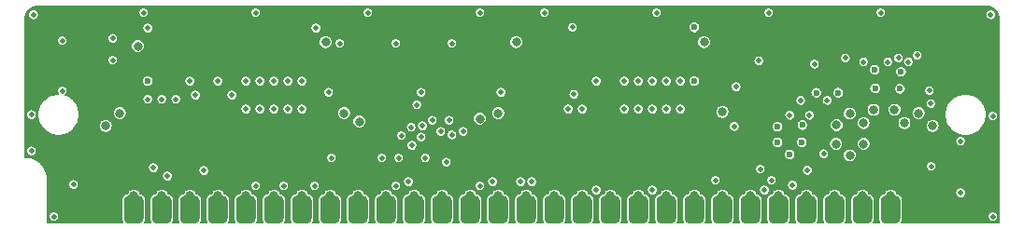
<source format=gbl>
G04 #@! TF.GenerationSoftware,KiCad,Pcbnew,(5.1.10-1-10_14)*
G04 #@! TF.CreationDate,2021-06-21T04:56:55-04:00*
G04 #@! TF.ProjectId,GW4194-SOP,47573431-3934-42d5-934f-502e6b696361,1.0-SOP*
G04 #@! TF.SameCoordinates,Original*
G04 #@! TF.FileFunction,Copper,L4,Bot*
G04 #@! TF.FilePolarity,Positive*
%FSLAX46Y46*%
G04 Gerber Fmt 4.6, Leading zero omitted, Abs format (unit mm)*
G04 Created by KiCad (PCBNEW (5.1.10-1-10_14)) date 2021-06-21 04:56:55*
%MOMM*%
%LPD*%
G01*
G04 APERTURE LIST*
G04 #@! TA.AperFunction,ComponentPad*
%ADD10C,0.800000*%
G04 #@! TD*
G04 #@! TA.AperFunction,ViaPad*
%ADD11C,0.800000*%
G04 #@! TD*
G04 #@! TA.AperFunction,ViaPad*
%ADD12C,0.508000*%
G04 #@! TD*
G04 #@! TA.AperFunction,ViaPad*
%ADD13C,1.000000*%
G04 #@! TD*
G04 #@! TA.AperFunction,ViaPad*
%ADD14C,0.600000*%
G04 #@! TD*
G04 #@! TA.AperFunction,Conductor*
%ADD15C,0.152400*%
G04 #@! TD*
G04 #@! TA.AperFunction,Conductor*
%ADD16C,0.100000*%
G04 #@! TD*
G04 APERTURE END LIST*
G04 #@! TA.AperFunction,SMDPad,CuDef*
G36*
G01*
X82931000Y-100901500D02*
X82931000Y-99250500D01*
G75*
G02*
X83375500Y-98806000I444500J0D01*
G01*
X84264500Y-98806000D01*
G75*
G02*
X84709000Y-99250500I0J-444500D01*
G01*
X84709000Y-100901500D01*
G75*
G02*
X84264500Y-101346000I-444500J0D01*
G01*
X83375500Y-101346000D01*
G75*
G02*
X82931000Y-100901500I0J444500D01*
G01*
G37*
G04 #@! TD.AperFunction*
G04 #@! TA.AperFunction,SMDPad,CuDef*
G36*
G01*
X85471000Y-100901500D02*
X85471000Y-99250500D01*
G75*
G02*
X85915500Y-98806000I444500J0D01*
G01*
X86804500Y-98806000D01*
G75*
G02*
X87249000Y-99250500I0J-444500D01*
G01*
X87249000Y-100901500D01*
G75*
G02*
X86804500Y-101346000I-444500J0D01*
G01*
X85915500Y-101346000D01*
G75*
G02*
X85471000Y-100901500I0J444500D01*
G01*
G37*
G04 #@! TD.AperFunction*
G04 #@! TA.AperFunction,SMDPad,CuDef*
G36*
G01*
X88011000Y-100901500D02*
X88011000Y-99250500D01*
G75*
G02*
X88455500Y-98806000I444500J0D01*
G01*
X89344500Y-98806000D01*
G75*
G02*
X89789000Y-99250500I0J-444500D01*
G01*
X89789000Y-100901500D01*
G75*
G02*
X89344500Y-101346000I-444500J0D01*
G01*
X88455500Y-101346000D01*
G75*
G02*
X88011000Y-100901500I0J444500D01*
G01*
G37*
G04 #@! TD.AperFunction*
G04 #@! TA.AperFunction,SMDPad,CuDef*
G36*
G01*
X90551000Y-100901500D02*
X90551000Y-99250500D01*
G75*
G02*
X90995500Y-98806000I444500J0D01*
G01*
X91884500Y-98806000D01*
G75*
G02*
X92329000Y-99250500I0J-444500D01*
G01*
X92329000Y-100901500D01*
G75*
G02*
X91884500Y-101346000I-444500J0D01*
G01*
X90995500Y-101346000D01*
G75*
G02*
X90551000Y-100901500I0J444500D01*
G01*
G37*
G04 #@! TD.AperFunction*
G04 #@! TA.AperFunction,SMDPad,CuDef*
G36*
G01*
X93091000Y-100901500D02*
X93091000Y-99250500D01*
G75*
G02*
X93535500Y-98806000I444500J0D01*
G01*
X94424500Y-98806000D01*
G75*
G02*
X94869000Y-99250500I0J-444500D01*
G01*
X94869000Y-100901500D01*
G75*
G02*
X94424500Y-101346000I-444500J0D01*
G01*
X93535500Y-101346000D01*
G75*
G02*
X93091000Y-100901500I0J444500D01*
G01*
G37*
G04 #@! TD.AperFunction*
G04 #@! TA.AperFunction,SMDPad,CuDef*
G36*
G01*
X95631000Y-100901500D02*
X95631000Y-99250500D01*
G75*
G02*
X96075500Y-98806000I444500J0D01*
G01*
X96964500Y-98806000D01*
G75*
G02*
X97409000Y-99250500I0J-444500D01*
G01*
X97409000Y-100901500D01*
G75*
G02*
X96964500Y-101346000I-444500J0D01*
G01*
X96075500Y-101346000D01*
G75*
G02*
X95631000Y-100901500I0J444500D01*
G01*
G37*
G04 #@! TD.AperFunction*
G04 #@! TA.AperFunction,SMDPad,CuDef*
G36*
G01*
X98171000Y-100901500D02*
X98171000Y-99250500D01*
G75*
G02*
X98615500Y-98806000I444500J0D01*
G01*
X99504500Y-98806000D01*
G75*
G02*
X99949000Y-99250500I0J-444500D01*
G01*
X99949000Y-100901500D01*
G75*
G02*
X99504500Y-101346000I-444500J0D01*
G01*
X98615500Y-101346000D01*
G75*
G02*
X98171000Y-100901500I0J444500D01*
G01*
G37*
G04 #@! TD.AperFunction*
G04 #@! TA.AperFunction,SMDPad,CuDef*
G36*
G01*
X100711000Y-100901500D02*
X100711000Y-99250500D01*
G75*
G02*
X101155500Y-98806000I444500J0D01*
G01*
X102044500Y-98806000D01*
G75*
G02*
X102489000Y-99250500I0J-444500D01*
G01*
X102489000Y-100901500D01*
G75*
G02*
X102044500Y-101346000I-444500J0D01*
G01*
X101155500Y-101346000D01*
G75*
G02*
X100711000Y-100901500I0J444500D01*
G01*
G37*
G04 #@! TD.AperFunction*
G04 #@! TA.AperFunction,SMDPad,CuDef*
G36*
G01*
X103251000Y-100901500D02*
X103251000Y-99250500D01*
G75*
G02*
X103695500Y-98806000I444500J0D01*
G01*
X104584500Y-98806000D01*
G75*
G02*
X105029000Y-99250500I0J-444500D01*
G01*
X105029000Y-100901500D01*
G75*
G02*
X104584500Y-101346000I-444500J0D01*
G01*
X103695500Y-101346000D01*
G75*
G02*
X103251000Y-100901500I0J444500D01*
G01*
G37*
G04 #@! TD.AperFunction*
G04 #@! TA.AperFunction,SMDPad,CuDef*
G36*
G01*
X105791000Y-100901500D02*
X105791000Y-99250500D01*
G75*
G02*
X106235500Y-98806000I444500J0D01*
G01*
X107124500Y-98806000D01*
G75*
G02*
X107569000Y-99250500I0J-444500D01*
G01*
X107569000Y-100901500D01*
G75*
G02*
X107124500Y-101346000I-444500J0D01*
G01*
X106235500Y-101346000D01*
G75*
G02*
X105791000Y-100901500I0J444500D01*
G01*
G37*
G04 #@! TD.AperFunction*
G04 #@! TA.AperFunction,SMDPad,CuDef*
G36*
G01*
X108331000Y-100901500D02*
X108331000Y-99250500D01*
G75*
G02*
X108775500Y-98806000I444500J0D01*
G01*
X109664500Y-98806000D01*
G75*
G02*
X110109000Y-99250500I0J-444500D01*
G01*
X110109000Y-100901500D01*
G75*
G02*
X109664500Y-101346000I-444500J0D01*
G01*
X108775500Y-101346000D01*
G75*
G02*
X108331000Y-100901500I0J444500D01*
G01*
G37*
G04 #@! TD.AperFunction*
G04 #@! TA.AperFunction,SMDPad,CuDef*
G36*
G01*
X110871000Y-100901500D02*
X110871000Y-99250500D01*
G75*
G02*
X111315500Y-98806000I444500J0D01*
G01*
X112204500Y-98806000D01*
G75*
G02*
X112649000Y-99250500I0J-444500D01*
G01*
X112649000Y-100901500D01*
G75*
G02*
X112204500Y-101346000I-444500J0D01*
G01*
X111315500Y-101346000D01*
G75*
G02*
X110871000Y-100901500I0J444500D01*
G01*
G37*
G04 #@! TD.AperFunction*
G04 #@! TA.AperFunction,SMDPad,CuDef*
G36*
G01*
X113411000Y-100901500D02*
X113411000Y-99250500D01*
G75*
G02*
X113855500Y-98806000I444500J0D01*
G01*
X114744500Y-98806000D01*
G75*
G02*
X115189000Y-99250500I0J-444500D01*
G01*
X115189000Y-100901500D01*
G75*
G02*
X114744500Y-101346000I-444500J0D01*
G01*
X113855500Y-101346000D01*
G75*
G02*
X113411000Y-100901500I0J444500D01*
G01*
G37*
G04 #@! TD.AperFunction*
G04 #@! TA.AperFunction,SMDPad,CuDef*
G36*
G01*
X115951000Y-100901500D02*
X115951000Y-99250500D01*
G75*
G02*
X116395500Y-98806000I444500J0D01*
G01*
X117284500Y-98806000D01*
G75*
G02*
X117729000Y-99250500I0J-444500D01*
G01*
X117729000Y-100901500D01*
G75*
G02*
X117284500Y-101346000I-444500J0D01*
G01*
X116395500Y-101346000D01*
G75*
G02*
X115951000Y-100901500I0J444500D01*
G01*
G37*
G04 #@! TD.AperFunction*
G04 #@! TA.AperFunction,SMDPad,CuDef*
G36*
G01*
X118491000Y-100901500D02*
X118491000Y-99250500D01*
G75*
G02*
X118935500Y-98806000I444500J0D01*
G01*
X119824500Y-98806000D01*
G75*
G02*
X120269000Y-99250500I0J-444500D01*
G01*
X120269000Y-100901500D01*
G75*
G02*
X119824500Y-101346000I-444500J0D01*
G01*
X118935500Y-101346000D01*
G75*
G02*
X118491000Y-100901500I0J444500D01*
G01*
G37*
G04 #@! TD.AperFunction*
G04 #@! TA.AperFunction,SMDPad,CuDef*
G36*
G01*
X121031000Y-100901500D02*
X121031000Y-99250500D01*
G75*
G02*
X121475500Y-98806000I444500J0D01*
G01*
X122364500Y-98806000D01*
G75*
G02*
X122809000Y-99250500I0J-444500D01*
G01*
X122809000Y-100901500D01*
G75*
G02*
X122364500Y-101346000I-444500J0D01*
G01*
X121475500Y-101346000D01*
G75*
G02*
X121031000Y-100901500I0J444500D01*
G01*
G37*
G04 #@! TD.AperFunction*
G04 #@! TA.AperFunction,SMDPad,CuDef*
G36*
G01*
X123571000Y-100901500D02*
X123571000Y-99250500D01*
G75*
G02*
X124015500Y-98806000I444500J0D01*
G01*
X124904500Y-98806000D01*
G75*
G02*
X125349000Y-99250500I0J-444500D01*
G01*
X125349000Y-100901500D01*
G75*
G02*
X124904500Y-101346000I-444500J0D01*
G01*
X124015500Y-101346000D01*
G75*
G02*
X123571000Y-100901500I0J444500D01*
G01*
G37*
G04 #@! TD.AperFunction*
G04 #@! TA.AperFunction,SMDPad,CuDef*
G36*
G01*
X126111000Y-100901500D02*
X126111000Y-99250500D01*
G75*
G02*
X126555500Y-98806000I444500J0D01*
G01*
X127444500Y-98806000D01*
G75*
G02*
X127889000Y-99250500I0J-444500D01*
G01*
X127889000Y-100901500D01*
G75*
G02*
X127444500Y-101346000I-444500J0D01*
G01*
X126555500Y-101346000D01*
G75*
G02*
X126111000Y-100901500I0J444500D01*
G01*
G37*
G04 #@! TD.AperFunction*
G04 #@! TA.AperFunction,SMDPad,CuDef*
G36*
G01*
X128651000Y-100901500D02*
X128651000Y-99250500D01*
G75*
G02*
X129095500Y-98806000I444500J0D01*
G01*
X129984500Y-98806000D01*
G75*
G02*
X130429000Y-99250500I0J-444500D01*
G01*
X130429000Y-100901500D01*
G75*
G02*
X129984500Y-101346000I-444500J0D01*
G01*
X129095500Y-101346000D01*
G75*
G02*
X128651000Y-100901500I0J444500D01*
G01*
G37*
G04 #@! TD.AperFunction*
G04 #@! TA.AperFunction,SMDPad,CuDef*
G36*
G01*
X131191000Y-100901500D02*
X131191000Y-99250500D01*
G75*
G02*
X131635500Y-98806000I444500J0D01*
G01*
X132524500Y-98806000D01*
G75*
G02*
X132969000Y-99250500I0J-444500D01*
G01*
X132969000Y-100901500D01*
G75*
G02*
X132524500Y-101346000I-444500J0D01*
G01*
X131635500Y-101346000D01*
G75*
G02*
X131191000Y-100901500I0J444500D01*
G01*
G37*
G04 #@! TD.AperFunction*
G04 #@! TA.AperFunction,SMDPad,CuDef*
G36*
G01*
X133731000Y-100901500D02*
X133731000Y-99250500D01*
G75*
G02*
X134175500Y-98806000I444500J0D01*
G01*
X135064500Y-98806000D01*
G75*
G02*
X135509000Y-99250500I0J-444500D01*
G01*
X135509000Y-100901500D01*
G75*
G02*
X135064500Y-101346000I-444500J0D01*
G01*
X134175500Y-101346000D01*
G75*
G02*
X133731000Y-100901500I0J444500D01*
G01*
G37*
G04 #@! TD.AperFunction*
G04 #@! TA.AperFunction,SMDPad,CuDef*
G36*
G01*
X136271000Y-100901500D02*
X136271000Y-99250500D01*
G75*
G02*
X136715500Y-98806000I444500J0D01*
G01*
X137604500Y-98806000D01*
G75*
G02*
X138049000Y-99250500I0J-444500D01*
G01*
X138049000Y-100901500D01*
G75*
G02*
X137604500Y-101346000I-444500J0D01*
G01*
X136715500Y-101346000D01*
G75*
G02*
X136271000Y-100901500I0J444500D01*
G01*
G37*
G04 #@! TD.AperFunction*
G04 #@! TA.AperFunction,SMDPad,CuDef*
G36*
G01*
X138811000Y-100901500D02*
X138811000Y-99250500D01*
G75*
G02*
X139255500Y-98806000I444500J0D01*
G01*
X140144500Y-98806000D01*
G75*
G02*
X140589000Y-99250500I0J-444500D01*
G01*
X140589000Y-100901500D01*
G75*
G02*
X140144500Y-101346000I-444500J0D01*
G01*
X139255500Y-101346000D01*
G75*
G02*
X138811000Y-100901500I0J444500D01*
G01*
G37*
G04 #@! TD.AperFunction*
G04 #@! TA.AperFunction,SMDPad,CuDef*
G36*
G01*
X141351000Y-100901500D02*
X141351000Y-99250500D01*
G75*
G02*
X141795500Y-98806000I444500J0D01*
G01*
X142684500Y-98806000D01*
G75*
G02*
X143129000Y-99250500I0J-444500D01*
G01*
X143129000Y-100901500D01*
G75*
G02*
X142684500Y-101346000I-444500J0D01*
G01*
X141795500Y-101346000D01*
G75*
G02*
X141351000Y-100901500I0J444500D01*
G01*
G37*
G04 #@! TD.AperFunction*
G04 #@! TA.AperFunction,SMDPad,CuDef*
G36*
G01*
X143891000Y-100901500D02*
X143891000Y-99250500D01*
G75*
G02*
X144335500Y-98806000I444500J0D01*
G01*
X145224500Y-98806000D01*
G75*
G02*
X145669000Y-99250500I0J-444500D01*
G01*
X145669000Y-100901500D01*
G75*
G02*
X145224500Y-101346000I-444500J0D01*
G01*
X144335500Y-101346000D01*
G75*
G02*
X143891000Y-100901500I0J444500D01*
G01*
G37*
G04 #@! TD.AperFunction*
G04 #@! TA.AperFunction,SMDPad,CuDef*
G36*
G01*
X146431000Y-100901500D02*
X146431000Y-99250500D01*
G75*
G02*
X146875500Y-98806000I444500J0D01*
G01*
X147764500Y-98806000D01*
G75*
G02*
X148209000Y-99250500I0J-444500D01*
G01*
X148209000Y-100901500D01*
G75*
G02*
X147764500Y-101346000I-444500J0D01*
G01*
X146875500Y-101346000D01*
G75*
G02*
X146431000Y-100901500I0J444500D01*
G01*
G37*
G04 #@! TD.AperFunction*
G04 #@! TA.AperFunction,SMDPad,CuDef*
G36*
G01*
X148971000Y-100901500D02*
X148971000Y-99250500D01*
G75*
G02*
X149415500Y-98806000I444500J0D01*
G01*
X150304500Y-98806000D01*
G75*
G02*
X150749000Y-99250500I0J-444500D01*
G01*
X150749000Y-100901500D01*
G75*
G02*
X150304500Y-101346000I-444500J0D01*
G01*
X149415500Y-101346000D01*
G75*
G02*
X148971000Y-100901500I0J444500D01*
G01*
G37*
G04 #@! TD.AperFunction*
G04 #@! TA.AperFunction,SMDPad,CuDef*
G36*
G01*
X151511000Y-100901500D02*
X151511000Y-99250500D01*
G75*
G02*
X151955500Y-98806000I444500J0D01*
G01*
X152844500Y-98806000D01*
G75*
G02*
X153289000Y-99250500I0J-444500D01*
G01*
X153289000Y-100901500D01*
G75*
G02*
X152844500Y-101346000I-444500J0D01*
G01*
X151955500Y-101346000D01*
G75*
G02*
X151511000Y-100901500I0J444500D01*
G01*
G37*
G04 #@! TD.AperFunction*
G04 #@! TA.AperFunction,SMDPad,CuDef*
G36*
G01*
X154051000Y-100901500D02*
X154051000Y-99250500D01*
G75*
G02*
X154495500Y-98806000I444500J0D01*
G01*
X155384500Y-98806000D01*
G75*
G02*
X155829000Y-99250500I0J-444500D01*
G01*
X155829000Y-100901500D01*
G75*
G02*
X155384500Y-101346000I-444500J0D01*
G01*
X154495500Y-101346000D01*
G75*
G02*
X154051000Y-100901500I0J444500D01*
G01*
G37*
G04 #@! TD.AperFunction*
G04 #@! TA.AperFunction,SMDPad,CuDef*
G36*
G01*
X156591000Y-100901500D02*
X156591000Y-99250500D01*
G75*
G02*
X157035500Y-98806000I444500J0D01*
G01*
X157924500Y-98806000D01*
G75*
G02*
X158369000Y-99250500I0J-444500D01*
G01*
X158369000Y-100901500D01*
G75*
G02*
X157924500Y-101346000I-444500J0D01*
G01*
X157035500Y-101346000D01*
G75*
G02*
X156591000Y-100901500I0J444500D01*
G01*
G37*
G04 #@! TD.AperFunction*
D10*
X88900000Y-98806000D03*
X86360000Y-98806000D03*
X83820000Y-98806000D03*
X93980000Y-98806000D03*
X91440000Y-98806000D03*
X96520000Y-98806000D03*
X99060000Y-98806000D03*
X104140000Y-98806000D03*
X101600000Y-98806000D03*
X109220000Y-98806000D03*
X106680000Y-98806000D03*
X111760000Y-98806000D03*
X116840000Y-98806000D03*
X114300000Y-98806000D03*
X119380000Y-98806000D03*
X124460000Y-98806000D03*
X121920000Y-98806000D03*
X127000000Y-98806000D03*
X149860000Y-98806000D03*
X147320000Y-98806000D03*
X152400000Y-98806000D03*
X134620000Y-98806000D03*
X132080000Y-98806000D03*
X137160000Y-98806000D03*
X142240000Y-98806000D03*
X139700000Y-98806000D03*
X144780000Y-98806000D03*
X129540000Y-98806000D03*
X154940000Y-98806000D03*
X157480000Y-98806000D03*
D11*
X86741000Y-94107000D03*
X121031000Y-94107000D03*
X138049000Y-94107000D03*
X83820000Y-94107000D03*
X85090000Y-95250000D03*
X103759000Y-94107000D03*
X106680000Y-94107000D03*
X118110000Y-94107000D03*
X119380000Y-95250000D03*
D12*
X105410000Y-94996000D03*
D11*
X139700000Y-95250000D03*
X158750000Y-94107000D03*
D13*
X157480000Y-95377000D03*
D12*
X140779500Y-93980000D03*
D11*
X153450000Y-94300000D03*
X155250000Y-94300000D03*
X154350000Y-95500000D03*
D14*
X121920000Y-90932000D03*
X137160000Y-90932000D03*
D12*
X121920000Y-95758000D03*
D14*
X102870000Y-90932000D03*
X87630000Y-90932000D03*
X87630000Y-95758000D03*
D12*
X159131000Y-82169000D03*
X148971000Y-82169000D03*
X92329000Y-82169000D03*
X102489000Y-82169000D03*
X138811000Y-82169000D03*
X128651000Y-82169000D03*
X112649000Y-82169000D03*
X82169000Y-82169000D03*
X77089000Y-86995000D03*
X164211000Y-86995000D03*
X164211000Y-96139000D03*
X78994000Y-94742000D03*
X146050000Y-97853500D03*
X158600000Y-90450000D03*
X147400000Y-96500000D03*
X127000000Y-90932000D03*
X112522000Y-92456000D03*
X91440000Y-88392000D03*
X84450000Y-86500000D03*
X164211000Y-91567000D03*
X77089000Y-91440000D03*
D11*
X121031000Y-84836000D03*
X103759000Y-84836000D03*
X86741000Y-85217000D03*
D12*
X108839000Y-95377000D03*
X104267000Y-95377000D03*
X95250000Y-89662000D03*
X112395000Y-89408000D03*
X119634000Y-89408000D03*
X92710000Y-96520000D03*
X111252000Y-97536000D03*
X117729000Y-97917000D03*
X118872000Y-97536000D03*
X139065000Y-97409000D03*
X89408000Y-97028000D03*
X88138000Y-96266000D03*
X143510000Y-98298000D03*
X114681000Y-95758000D03*
X144145000Y-97409000D03*
X143129000Y-96393000D03*
X112014000Y-90551000D03*
X88900000Y-90043000D03*
X87630000Y-90043000D03*
X90170000Y-90043000D03*
X91948000Y-89662000D03*
X126238000Y-89598500D03*
X121412000Y-97536000D03*
X122428000Y-97536000D03*
X77279500Y-82359500D03*
X164020500Y-82359500D03*
X164211000Y-100711000D03*
X79121000Y-100711000D03*
X77089000Y-94742000D03*
X79883000Y-84709000D03*
X161290000Y-93853000D03*
X161290000Y-98552000D03*
X80899000Y-97790000D03*
X79883000Y-89281000D03*
X133350000Y-98298000D03*
X110109000Y-97917000D03*
X102743000Y-97917000D03*
X99949000Y-97917000D03*
X97409000Y-97917000D03*
X128270000Y-98298000D03*
X158623000Y-96139000D03*
X113411000Y-91948000D03*
X116205000Y-92964000D03*
X114935000Y-91948000D03*
X114173000Y-92964000D03*
X112395000Y-93472000D03*
X112776000Y-95377000D03*
X110363000Y-95377000D03*
X111506000Y-92583000D03*
X110617000Y-93345000D03*
X111569500Y-94234000D03*
D11*
X83820000Y-92456000D03*
X85090000Y-91313000D03*
D12*
X104013000Y-89408000D03*
D11*
X105410000Y-91313000D03*
X119380000Y-91313000D03*
X117729000Y-91821000D03*
X106807000Y-92075000D03*
X139700000Y-91186000D03*
X158750000Y-92456000D03*
D12*
X84450000Y-84500000D03*
X140779500Y-92519500D03*
D14*
X87630000Y-88392000D03*
X137160000Y-88392000D03*
D11*
X157480000Y-91313000D03*
X156200000Y-92200000D03*
D14*
X137160000Y-83502500D03*
D12*
X87249000Y-82169000D03*
X97409000Y-82169000D03*
X143891000Y-82169000D03*
X133731000Y-82169000D03*
X107569000Y-82169000D03*
X117729000Y-82169000D03*
X123571000Y-82169000D03*
X110109000Y-84963000D03*
X105029000Y-84963000D03*
X115189000Y-84963000D03*
X126111000Y-83502500D03*
X102870000Y-83566000D03*
X87630000Y-83566000D03*
D11*
X138049000Y-84836000D03*
D12*
X148900000Y-95000000D03*
D14*
X144700000Y-93950000D03*
X146900000Y-93950000D03*
X145800000Y-95050000D03*
X150200000Y-89450000D03*
X148200000Y-89450000D03*
X153550000Y-89050000D03*
X155800000Y-89100000D03*
D12*
X154051000Y-82169000D03*
X158450000Y-89250000D03*
X157350000Y-86050000D03*
D11*
X155300000Y-91000000D03*
X152500000Y-94100000D03*
X150000000Y-94100000D03*
X151250000Y-95150000D03*
D12*
X148050000Y-86850000D03*
X146800000Y-90150000D03*
X149200000Y-90150000D03*
X155650000Y-86300000D03*
X150850000Y-86300000D03*
X143000000Y-86550000D03*
X140950000Y-88900000D03*
X132080000Y-90932000D03*
X100330000Y-90932000D03*
X133350000Y-90932000D03*
X99060000Y-90932000D03*
X134620000Y-90932000D03*
X97790000Y-90932000D03*
X135890000Y-90932000D03*
X96520000Y-90932000D03*
X93980000Y-88392000D03*
X135890000Y-88392000D03*
X134620000Y-88392000D03*
X96520000Y-88392000D03*
X97790000Y-88392000D03*
X133350000Y-88392000D03*
X99060000Y-88392000D03*
X132080000Y-88392000D03*
X100330000Y-88392000D03*
X130810000Y-88392000D03*
X130810000Y-90932000D03*
X101600000Y-90932000D03*
X101600000Y-88392000D03*
X128270000Y-88392000D03*
X125730000Y-90932000D03*
X115189000Y-93281500D03*
X147600000Y-91500000D03*
D14*
X144700000Y-92550000D03*
X146950000Y-92400000D03*
X153500000Y-87350000D03*
X155900000Y-87550000D03*
D12*
X156550000Y-86650000D03*
X154700000Y-86650000D03*
X152500000Y-86650000D03*
D11*
X153400000Y-91000000D03*
X152500000Y-92200000D03*
X151250000Y-91350000D03*
X150050000Y-92400000D03*
D12*
X145800000Y-91500000D03*
D15*
X163807884Y-81632912D02*
X164030929Y-81700254D01*
X164236653Y-81809639D01*
X164417209Y-81956896D01*
X164565723Y-82136420D01*
X164676544Y-82341378D01*
X164745441Y-82563947D01*
X164771400Y-82810934D01*
X164771401Y-101271400D01*
X155947578Y-101271400D01*
X156007385Y-101159507D01*
X156045751Y-101033031D01*
X156058706Y-100901500D01*
X156058706Y-100663468D01*
X163728400Y-100663468D01*
X163728400Y-100758532D01*
X163746946Y-100851769D01*
X163783326Y-100939597D01*
X163836140Y-101018640D01*
X163903360Y-101085860D01*
X163982403Y-101138674D01*
X164070231Y-101175054D01*
X164163468Y-101193600D01*
X164258532Y-101193600D01*
X164351769Y-101175054D01*
X164439597Y-101138674D01*
X164518640Y-101085860D01*
X164585860Y-101018640D01*
X164638674Y-100939597D01*
X164675054Y-100851769D01*
X164693600Y-100758532D01*
X164693600Y-100663468D01*
X164675054Y-100570231D01*
X164638674Y-100482403D01*
X164585860Y-100403360D01*
X164518640Y-100336140D01*
X164439597Y-100283326D01*
X164351769Y-100246946D01*
X164258532Y-100228400D01*
X164163468Y-100228400D01*
X164070231Y-100246946D01*
X163982403Y-100283326D01*
X163903360Y-100336140D01*
X163836140Y-100403360D01*
X163783326Y-100482403D01*
X163746946Y-100570231D01*
X163728400Y-100663468D01*
X156058706Y-100663468D01*
X156058706Y-99250500D01*
X156045751Y-99118969D01*
X156007385Y-98992493D01*
X155945082Y-98875931D01*
X155861236Y-98773764D01*
X155759069Y-98689918D01*
X155642507Y-98627615D01*
X155532707Y-98594308D01*
X155497059Y-98508246D01*
X155494535Y-98504468D01*
X160807400Y-98504468D01*
X160807400Y-98599532D01*
X160825946Y-98692769D01*
X160862326Y-98780597D01*
X160915140Y-98859640D01*
X160982360Y-98926860D01*
X161061403Y-98979674D01*
X161149231Y-99016054D01*
X161242468Y-99034600D01*
X161337532Y-99034600D01*
X161430769Y-99016054D01*
X161518597Y-98979674D01*
X161597640Y-98926860D01*
X161664860Y-98859640D01*
X161717674Y-98780597D01*
X161754054Y-98692769D01*
X161772600Y-98599532D01*
X161772600Y-98504468D01*
X161754054Y-98411231D01*
X161717674Y-98323403D01*
X161664860Y-98244360D01*
X161597640Y-98177140D01*
X161518597Y-98124326D01*
X161430769Y-98087946D01*
X161337532Y-98069400D01*
X161242468Y-98069400D01*
X161149231Y-98087946D01*
X161061403Y-98124326D01*
X160982360Y-98177140D01*
X160915140Y-98244360D01*
X160862326Y-98323403D01*
X160825946Y-98411231D01*
X160807400Y-98504468D01*
X155494535Y-98504468D01*
X155428266Y-98405291D01*
X155340709Y-98317734D01*
X155237754Y-98248941D01*
X155123356Y-98201556D01*
X155001912Y-98177400D01*
X154878088Y-98177400D01*
X154756644Y-98201556D01*
X154642246Y-98248941D01*
X154539291Y-98317734D01*
X154451734Y-98405291D01*
X154382941Y-98508246D01*
X154347293Y-98594308D01*
X154237493Y-98627615D01*
X154120931Y-98689918D01*
X154018764Y-98773764D01*
X153934918Y-98875931D01*
X153872615Y-98992493D01*
X153834249Y-99118969D01*
X153821294Y-99250500D01*
X153821294Y-100901500D01*
X153834249Y-101033031D01*
X153872615Y-101159507D01*
X153932422Y-101271400D01*
X153407578Y-101271400D01*
X153467385Y-101159507D01*
X153505751Y-101033031D01*
X153518706Y-100901500D01*
X153518706Y-99250500D01*
X153505751Y-99118969D01*
X153467385Y-98992493D01*
X153405082Y-98875931D01*
X153321236Y-98773764D01*
X153219069Y-98689918D01*
X153102507Y-98627615D01*
X152992707Y-98594308D01*
X152957059Y-98508246D01*
X152888266Y-98405291D01*
X152800709Y-98317734D01*
X152697754Y-98248941D01*
X152583356Y-98201556D01*
X152461912Y-98177400D01*
X152338088Y-98177400D01*
X152216644Y-98201556D01*
X152102246Y-98248941D01*
X151999291Y-98317734D01*
X151911734Y-98405291D01*
X151842941Y-98508246D01*
X151807293Y-98594308D01*
X151697493Y-98627615D01*
X151580931Y-98689918D01*
X151478764Y-98773764D01*
X151394918Y-98875931D01*
X151332615Y-98992493D01*
X151294249Y-99118969D01*
X151281294Y-99250500D01*
X151281294Y-100901500D01*
X151294249Y-101033031D01*
X151332615Y-101159507D01*
X151392422Y-101271400D01*
X150867578Y-101271400D01*
X150927385Y-101159507D01*
X150965751Y-101033031D01*
X150978706Y-100901500D01*
X150978706Y-99250500D01*
X150965751Y-99118969D01*
X150927385Y-98992493D01*
X150865082Y-98875931D01*
X150781236Y-98773764D01*
X150679069Y-98689918D01*
X150562507Y-98627615D01*
X150452707Y-98594308D01*
X150417059Y-98508246D01*
X150348266Y-98405291D01*
X150260709Y-98317734D01*
X150157754Y-98248941D01*
X150043356Y-98201556D01*
X149921912Y-98177400D01*
X149798088Y-98177400D01*
X149676644Y-98201556D01*
X149562246Y-98248941D01*
X149459291Y-98317734D01*
X149371734Y-98405291D01*
X149302941Y-98508246D01*
X149267293Y-98594308D01*
X149157493Y-98627615D01*
X149040931Y-98689918D01*
X148938764Y-98773764D01*
X148854918Y-98875931D01*
X148792615Y-98992493D01*
X148754249Y-99118969D01*
X148741294Y-99250500D01*
X148741294Y-100901500D01*
X148754249Y-101033031D01*
X148792615Y-101159507D01*
X148852422Y-101271400D01*
X148327578Y-101271400D01*
X148387385Y-101159507D01*
X148425751Y-101033031D01*
X148438706Y-100901500D01*
X148438706Y-99250500D01*
X148425751Y-99118969D01*
X148387385Y-98992493D01*
X148325082Y-98875931D01*
X148241236Y-98773764D01*
X148139069Y-98689918D01*
X148022507Y-98627615D01*
X147912707Y-98594308D01*
X147877059Y-98508246D01*
X147808266Y-98405291D01*
X147720709Y-98317734D01*
X147617754Y-98248941D01*
X147503356Y-98201556D01*
X147381912Y-98177400D01*
X147258088Y-98177400D01*
X147136644Y-98201556D01*
X147022246Y-98248941D01*
X146919291Y-98317734D01*
X146831734Y-98405291D01*
X146762941Y-98508246D01*
X146727293Y-98594308D01*
X146617493Y-98627615D01*
X146500931Y-98689918D01*
X146398764Y-98773764D01*
X146314918Y-98875931D01*
X146252615Y-98992493D01*
X146214249Y-99118969D01*
X146201294Y-99250500D01*
X146201294Y-100901500D01*
X146214249Y-101033031D01*
X146252615Y-101159507D01*
X146312422Y-101271400D01*
X145787578Y-101271400D01*
X145847385Y-101159507D01*
X145885751Y-101033031D01*
X145898706Y-100901500D01*
X145898706Y-99250500D01*
X145885751Y-99118969D01*
X145847385Y-98992493D01*
X145785082Y-98875931D01*
X145701236Y-98773764D01*
X145599069Y-98689918D01*
X145482507Y-98627615D01*
X145372707Y-98594308D01*
X145337059Y-98508246D01*
X145268266Y-98405291D01*
X145180709Y-98317734D01*
X145077754Y-98248941D01*
X144963356Y-98201556D01*
X144841912Y-98177400D01*
X144718088Y-98177400D01*
X144596644Y-98201556D01*
X144482246Y-98248941D01*
X144379291Y-98317734D01*
X144291734Y-98405291D01*
X144222941Y-98508246D01*
X144187293Y-98594308D01*
X144077493Y-98627615D01*
X143960931Y-98689918D01*
X143858764Y-98773764D01*
X143774918Y-98875931D01*
X143712615Y-98992493D01*
X143674249Y-99118969D01*
X143661294Y-99250500D01*
X143661294Y-100901500D01*
X143674249Y-101033031D01*
X143712615Y-101159507D01*
X143772422Y-101271400D01*
X143247578Y-101271400D01*
X143307385Y-101159507D01*
X143345751Y-101033031D01*
X143358706Y-100901500D01*
X143358706Y-99250500D01*
X143345751Y-99118969D01*
X143307385Y-98992493D01*
X143245082Y-98875931D01*
X143161236Y-98773764D01*
X143059069Y-98689918D01*
X142942507Y-98627615D01*
X142832707Y-98594308D01*
X142797059Y-98508246D01*
X142728266Y-98405291D01*
X142640709Y-98317734D01*
X142540040Y-98250468D01*
X143027400Y-98250468D01*
X143027400Y-98345532D01*
X143045946Y-98438769D01*
X143082326Y-98526597D01*
X143135140Y-98605640D01*
X143202360Y-98672860D01*
X143281403Y-98725674D01*
X143369231Y-98762054D01*
X143462468Y-98780600D01*
X143557532Y-98780600D01*
X143650769Y-98762054D01*
X143738597Y-98725674D01*
X143817640Y-98672860D01*
X143884860Y-98605640D01*
X143937674Y-98526597D01*
X143974054Y-98438769D01*
X143992600Y-98345532D01*
X143992600Y-98250468D01*
X143974054Y-98157231D01*
X143937674Y-98069403D01*
X143884860Y-97990360D01*
X143817640Y-97923140D01*
X143738597Y-97870326D01*
X143650769Y-97833946D01*
X143557532Y-97815400D01*
X143462468Y-97815400D01*
X143369231Y-97833946D01*
X143281403Y-97870326D01*
X143202360Y-97923140D01*
X143135140Y-97990360D01*
X143082326Y-98069403D01*
X143045946Y-98157231D01*
X143027400Y-98250468D01*
X142540040Y-98250468D01*
X142537754Y-98248941D01*
X142423356Y-98201556D01*
X142301912Y-98177400D01*
X142178088Y-98177400D01*
X142056644Y-98201556D01*
X141942246Y-98248941D01*
X141839291Y-98317734D01*
X141751734Y-98405291D01*
X141682941Y-98508246D01*
X141647293Y-98594308D01*
X141537493Y-98627615D01*
X141420931Y-98689918D01*
X141318764Y-98773764D01*
X141234918Y-98875931D01*
X141172615Y-98992493D01*
X141134249Y-99118969D01*
X141121294Y-99250500D01*
X141121294Y-100901500D01*
X141134249Y-101033031D01*
X141172615Y-101159507D01*
X141232422Y-101271400D01*
X140707578Y-101271400D01*
X140767385Y-101159507D01*
X140805751Y-101033031D01*
X140818706Y-100901500D01*
X140818706Y-99250500D01*
X140805751Y-99118969D01*
X140767385Y-98992493D01*
X140705082Y-98875931D01*
X140621236Y-98773764D01*
X140519069Y-98689918D01*
X140402507Y-98627615D01*
X140292707Y-98594308D01*
X140257059Y-98508246D01*
X140188266Y-98405291D01*
X140100709Y-98317734D01*
X139997754Y-98248941D01*
X139883356Y-98201556D01*
X139761912Y-98177400D01*
X139638088Y-98177400D01*
X139516644Y-98201556D01*
X139402246Y-98248941D01*
X139299291Y-98317734D01*
X139211734Y-98405291D01*
X139142941Y-98508246D01*
X139107293Y-98594308D01*
X138997493Y-98627615D01*
X138880931Y-98689918D01*
X138778764Y-98773764D01*
X138694918Y-98875931D01*
X138632615Y-98992493D01*
X138594249Y-99118969D01*
X138581294Y-99250500D01*
X138581294Y-100901500D01*
X138594249Y-101033031D01*
X138632615Y-101159507D01*
X138692422Y-101271400D01*
X138167578Y-101271400D01*
X138227385Y-101159507D01*
X138265751Y-101033031D01*
X138278706Y-100901500D01*
X138278706Y-99250500D01*
X138265751Y-99118969D01*
X138227385Y-98992493D01*
X138165082Y-98875931D01*
X138081236Y-98773764D01*
X137979069Y-98689918D01*
X137862507Y-98627615D01*
X137752707Y-98594308D01*
X137717059Y-98508246D01*
X137648266Y-98405291D01*
X137560709Y-98317734D01*
X137457754Y-98248941D01*
X137343356Y-98201556D01*
X137221912Y-98177400D01*
X137098088Y-98177400D01*
X136976644Y-98201556D01*
X136862246Y-98248941D01*
X136759291Y-98317734D01*
X136671734Y-98405291D01*
X136602941Y-98508246D01*
X136567293Y-98594308D01*
X136457493Y-98627615D01*
X136340931Y-98689918D01*
X136238764Y-98773764D01*
X136154918Y-98875931D01*
X136092615Y-98992493D01*
X136054249Y-99118969D01*
X136041294Y-99250500D01*
X136041294Y-100901500D01*
X136054249Y-101033031D01*
X136092615Y-101159507D01*
X136152422Y-101271400D01*
X135627578Y-101271400D01*
X135687385Y-101159507D01*
X135725751Y-101033031D01*
X135738706Y-100901500D01*
X135738706Y-99250500D01*
X135725751Y-99118969D01*
X135687385Y-98992493D01*
X135625082Y-98875931D01*
X135541236Y-98773764D01*
X135439069Y-98689918D01*
X135322507Y-98627615D01*
X135212707Y-98594308D01*
X135177059Y-98508246D01*
X135108266Y-98405291D01*
X135020709Y-98317734D01*
X134917754Y-98248941D01*
X134803356Y-98201556D01*
X134681912Y-98177400D01*
X134558088Y-98177400D01*
X134436644Y-98201556D01*
X134322246Y-98248941D01*
X134219291Y-98317734D01*
X134131734Y-98405291D01*
X134062941Y-98508246D01*
X134027293Y-98594308D01*
X133917493Y-98627615D01*
X133800931Y-98689918D01*
X133698764Y-98773764D01*
X133614918Y-98875931D01*
X133552615Y-98992493D01*
X133514249Y-99118969D01*
X133501294Y-99250500D01*
X133501294Y-100901500D01*
X133514249Y-101033031D01*
X133552615Y-101159507D01*
X133612422Y-101271400D01*
X133087578Y-101271400D01*
X133147385Y-101159507D01*
X133185751Y-101033031D01*
X133198706Y-100901500D01*
X133198706Y-99250500D01*
X133185751Y-99118969D01*
X133147385Y-98992493D01*
X133085082Y-98875931D01*
X133001236Y-98773764D01*
X132899069Y-98689918D01*
X132782507Y-98627615D01*
X132672707Y-98594308D01*
X132637059Y-98508246D01*
X132568266Y-98405291D01*
X132480709Y-98317734D01*
X132380040Y-98250468D01*
X132867400Y-98250468D01*
X132867400Y-98345532D01*
X132885946Y-98438769D01*
X132922326Y-98526597D01*
X132975140Y-98605640D01*
X133042360Y-98672860D01*
X133121403Y-98725674D01*
X133209231Y-98762054D01*
X133302468Y-98780600D01*
X133397532Y-98780600D01*
X133490769Y-98762054D01*
X133578597Y-98725674D01*
X133657640Y-98672860D01*
X133724860Y-98605640D01*
X133777674Y-98526597D01*
X133814054Y-98438769D01*
X133832600Y-98345532D01*
X133832600Y-98250468D01*
X133814054Y-98157231D01*
X133777674Y-98069403D01*
X133724860Y-97990360D01*
X133657640Y-97923140D01*
X133578597Y-97870326D01*
X133490769Y-97833946D01*
X133397532Y-97815400D01*
X133302468Y-97815400D01*
X133209231Y-97833946D01*
X133121403Y-97870326D01*
X133042360Y-97923140D01*
X132975140Y-97990360D01*
X132922326Y-98069403D01*
X132885946Y-98157231D01*
X132867400Y-98250468D01*
X132380040Y-98250468D01*
X132377754Y-98248941D01*
X132263356Y-98201556D01*
X132141912Y-98177400D01*
X132018088Y-98177400D01*
X131896644Y-98201556D01*
X131782246Y-98248941D01*
X131679291Y-98317734D01*
X131591734Y-98405291D01*
X131522941Y-98508246D01*
X131487293Y-98594308D01*
X131377493Y-98627615D01*
X131260931Y-98689918D01*
X131158764Y-98773764D01*
X131074918Y-98875931D01*
X131012615Y-98992493D01*
X130974249Y-99118969D01*
X130961294Y-99250500D01*
X130961294Y-100901500D01*
X130974249Y-101033031D01*
X131012615Y-101159507D01*
X131072422Y-101271400D01*
X130547578Y-101271400D01*
X130607385Y-101159507D01*
X130645751Y-101033031D01*
X130658706Y-100901500D01*
X130658706Y-99250500D01*
X130645751Y-99118969D01*
X130607385Y-98992493D01*
X130545082Y-98875931D01*
X130461236Y-98773764D01*
X130359069Y-98689918D01*
X130242507Y-98627615D01*
X130132707Y-98594308D01*
X130097059Y-98508246D01*
X130028266Y-98405291D01*
X129940709Y-98317734D01*
X129837754Y-98248941D01*
X129723356Y-98201556D01*
X129601912Y-98177400D01*
X129478088Y-98177400D01*
X129356644Y-98201556D01*
X129242246Y-98248941D01*
X129139291Y-98317734D01*
X129051734Y-98405291D01*
X128982941Y-98508246D01*
X128947293Y-98594308D01*
X128837493Y-98627615D01*
X128720931Y-98689918D01*
X128618764Y-98773764D01*
X128534918Y-98875931D01*
X128472615Y-98992493D01*
X128434249Y-99118969D01*
X128421294Y-99250500D01*
X128421294Y-100901500D01*
X128434249Y-101033031D01*
X128472615Y-101159507D01*
X128532422Y-101271400D01*
X128007578Y-101271400D01*
X128067385Y-101159507D01*
X128105751Y-101033031D01*
X128118706Y-100901500D01*
X128118706Y-99250500D01*
X128105751Y-99118969D01*
X128067385Y-98992493D01*
X128005082Y-98875931D01*
X127921236Y-98773764D01*
X127819069Y-98689918D01*
X127702507Y-98627615D01*
X127592707Y-98594308D01*
X127557059Y-98508246D01*
X127488266Y-98405291D01*
X127400709Y-98317734D01*
X127300040Y-98250468D01*
X127787400Y-98250468D01*
X127787400Y-98345532D01*
X127805946Y-98438769D01*
X127842326Y-98526597D01*
X127895140Y-98605640D01*
X127962360Y-98672860D01*
X128041403Y-98725674D01*
X128129231Y-98762054D01*
X128222468Y-98780600D01*
X128317532Y-98780600D01*
X128410769Y-98762054D01*
X128498597Y-98725674D01*
X128577640Y-98672860D01*
X128644860Y-98605640D01*
X128697674Y-98526597D01*
X128734054Y-98438769D01*
X128752600Y-98345532D01*
X128752600Y-98250468D01*
X128734054Y-98157231D01*
X128697674Y-98069403D01*
X128644860Y-97990360D01*
X128577640Y-97923140D01*
X128498597Y-97870326D01*
X128410769Y-97833946D01*
X128317532Y-97815400D01*
X128222468Y-97815400D01*
X128129231Y-97833946D01*
X128041403Y-97870326D01*
X127962360Y-97923140D01*
X127895140Y-97990360D01*
X127842326Y-98069403D01*
X127805946Y-98157231D01*
X127787400Y-98250468D01*
X127300040Y-98250468D01*
X127297754Y-98248941D01*
X127183356Y-98201556D01*
X127061912Y-98177400D01*
X126938088Y-98177400D01*
X126816644Y-98201556D01*
X126702246Y-98248941D01*
X126599291Y-98317734D01*
X126511734Y-98405291D01*
X126442941Y-98508246D01*
X126407293Y-98594308D01*
X126297493Y-98627615D01*
X126180931Y-98689918D01*
X126078764Y-98773764D01*
X125994918Y-98875931D01*
X125932615Y-98992493D01*
X125894249Y-99118969D01*
X125881294Y-99250500D01*
X125881294Y-100901500D01*
X125894249Y-101033031D01*
X125932615Y-101159507D01*
X125992422Y-101271400D01*
X125467578Y-101271400D01*
X125527385Y-101159507D01*
X125565751Y-101033031D01*
X125578706Y-100901500D01*
X125578706Y-99250500D01*
X125565751Y-99118969D01*
X125527385Y-98992493D01*
X125465082Y-98875931D01*
X125381236Y-98773764D01*
X125279069Y-98689918D01*
X125162507Y-98627615D01*
X125052707Y-98594308D01*
X125017059Y-98508246D01*
X124948266Y-98405291D01*
X124860709Y-98317734D01*
X124757754Y-98248941D01*
X124643356Y-98201556D01*
X124521912Y-98177400D01*
X124398088Y-98177400D01*
X124276644Y-98201556D01*
X124162246Y-98248941D01*
X124059291Y-98317734D01*
X123971734Y-98405291D01*
X123902941Y-98508246D01*
X123867293Y-98594308D01*
X123757493Y-98627615D01*
X123640931Y-98689918D01*
X123538764Y-98773764D01*
X123454918Y-98875931D01*
X123392615Y-98992493D01*
X123354249Y-99118969D01*
X123341294Y-99250500D01*
X123341294Y-100901500D01*
X123354249Y-101033031D01*
X123392615Y-101159507D01*
X123452422Y-101271400D01*
X122927578Y-101271400D01*
X122987385Y-101159507D01*
X123025751Y-101033031D01*
X123038706Y-100901500D01*
X123038706Y-99250500D01*
X123025751Y-99118969D01*
X122987385Y-98992493D01*
X122925082Y-98875931D01*
X122841236Y-98773764D01*
X122739069Y-98689918D01*
X122622507Y-98627615D01*
X122512707Y-98594308D01*
X122477059Y-98508246D01*
X122408266Y-98405291D01*
X122320709Y-98317734D01*
X122217754Y-98248941D01*
X122103356Y-98201556D01*
X121981912Y-98177400D01*
X121858088Y-98177400D01*
X121736644Y-98201556D01*
X121622246Y-98248941D01*
X121519291Y-98317734D01*
X121431734Y-98405291D01*
X121362941Y-98508246D01*
X121327293Y-98594308D01*
X121217493Y-98627615D01*
X121100931Y-98689918D01*
X120998764Y-98773764D01*
X120914918Y-98875931D01*
X120852615Y-98992493D01*
X120814249Y-99118969D01*
X120801294Y-99250500D01*
X120801294Y-100901500D01*
X120814249Y-101033031D01*
X120852615Y-101159507D01*
X120912422Y-101271400D01*
X120387578Y-101271400D01*
X120447385Y-101159507D01*
X120485751Y-101033031D01*
X120498706Y-100901500D01*
X120498706Y-99250500D01*
X120485751Y-99118969D01*
X120447385Y-98992493D01*
X120385082Y-98875931D01*
X120301236Y-98773764D01*
X120199069Y-98689918D01*
X120082507Y-98627615D01*
X119972707Y-98594308D01*
X119937059Y-98508246D01*
X119868266Y-98405291D01*
X119780709Y-98317734D01*
X119677754Y-98248941D01*
X119563356Y-98201556D01*
X119441912Y-98177400D01*
X119318088Y-98177400D01*
X119196644Y-98201556D01*
X119082246Y-98248941D01*
X118979291Y-98317734D01*
X118891734Y-98405291D01*
X118822941Y-98508246D01*
X118787293Y-98594308D01*
X118677493Y-98627615D01*
X118560931Y-98689918D01*
X118458764Y-98773764D01*
X118374918Y-98875931D01*
X118312615Y-98992493D01*
X118274249Y-99118969D01*
X118261294Y-99250500D01*
X118261294Y-100901500D01*
X118274249Y-101033031D01*
X118312615Y-101159507D01*
X118372422Y-101271400D01*
X117847578Y-101271400D01*
X117907385Y-101159507D01*
X117945751Y-101033031D01*
X117958706Y-100901500D01*
X117958706Y-99250500D01*
X117945751Y-99118969D01*
X117907385Y-98992493D01*
X117845082Y-98875931D01*
X117761236Y-98773764D01*
X117659069Y-98689918D01*
X117542507Y-98627615D01*
X117432707Y-98594308D01*
X117397059Y-98508246D01*
X117328266Y-98405291D01*
X117240709Y-98317734D01*
X117137754Y-98248941D01*
X117023356Y-98201556D01*
X116901912Y-98177400D01*
X116778088Y-98177400D01*
X116656644Y-98201556D01*
X116542246Y-98248941D01*
X116439291Y-98317734D01*
X116351734Y-98405291D01*
X116282941Y-98508246D01*
X116247293Y-98594308D01*
X116137493Y-98627615D01*
X116020931Y-98689918D01*
X115918764Y-98773764D01*
X115834918Y-98875931D01*
X115772615Y-98992493D01*
X115734249Y-99118969D01*
X115721294Y-99250500D01*
X115721294Y-100901500D01*
X115734249Y-101033031D01*
X115772615Y-101159507D01*
X115832422Y-101271400D01*
X115307578Y-101271400D01*
X115367385Y-101159507D01*
X115405751Y-101033031D01*
X115418706Y-100901500D01*
X115418706Y-99250500D01*
X115405751Y-99118969D01*
X115367385Y-98992493D01*
X115305082Y-98875931D01*
X115221236Y-98773764D01*
X115119069Y-98689918D01*
X115002507Y-98627615D01*
X114892707Y-98594308D01*
X114857059Y-98508246D01*
X114788266Y-98405291D01*
X114700709Y-98317734D01*
X114597754Y-98248941D01*
X114483356Y-98201556D01*
X114361912Y-98177400D01*
X114238088Y-98177400D01*
X114116644Y-98201556D01*
X114002246Y-98248941D01*
X113899291Y-98317734D01*
X113811734Y-98405291D01*
X113742941Y-98508246D01*
X113707293Y-98594308D01*
X113597493Y-98627615D01*
X113480931Y-98689918D01*
X113378764Y-98773764D01*
X113294918Y-98875931D01*
X113232615Y-98992493D01*
X113194249Y-99118969D01*
X113181294Y-99250500D01*
X113181294Y-100901500D01*
X113194249Y-101033031D01*
X113232615Y-101159507D01*
X113292422Y-101271400D01*
X112767578Y-101271400D01*
X112827385Y-101159507D01*
X112865751Y-101033031D01*
X112878706Y-100901500D01*
X112878706Y-99250500D01*
X112865751Y-99118969D01*
X112827385Y-98992493D01*
X112765082Y-98875931D01*
X112681236Y-98773764D01*
X112579069Y-98689918D01*
X112462507Y-98627615D01*
X112352707Y-98594308D01*
X112317059Y-98508246D01*
X112248266Y-98405291D01*
X112160709Y-98317734D01*
X112057754Y-98248941D01*
X111943356Y-98201556D01*
X111821912Y-98177400D01*
X111698088Y-98177400D01*
X111576644Y-98201556D01*
X111462246Y-98248941D01*
X111359291Y-98317734D01*
X111271734Y-98405291D01*
X111202941Y-98508246D01*
X111167293Y-98594308D01*
X111057493Y-98627615D01*
X110940931Y-98689918D01*
X110838764Y-98773764D01*
X110754918Y-98875931D01*
X110692615Y-98992493D01*
X110654249Y-99118969D01*
X110641294Y-99250500D01*
X110641294Y-100901500D01*
X110654249Y-101033031D01*
X110692615Y-101159507D01*
X110752422Y-101271400D01*
X110227578Y-101271400D01*
X110287385Y-101159507D01*
X110325751Y-101033031D01*
X110338706Y-100901500D01*
X110338706Y-99250500D01*
X110325751Y-99118969D01*
X110287385Y-98992493D01*
X110225082Y-98875931D01*
X110141236Y-98773764D01*
X110039069Y-98689918D01*
X109922507Y-98627615D01*
X109812707Y-98594308D01*
X109777059Y-98508246D01*
X109708266Y-98405291D01*
X109620709Y-98317734D01*
X109517754Y-98248941D01*
X109403356Y-98201556D01*
X109281912Y-98177400D01*
X109158088Y-98177400D01*
X109036644Y-98201556D01*
X108922246Y-98248941D01*
X108819291Y-98317734D01*
X108731734Y-98405291D01*
X108662941Y-98508246D01*
X108627293Y-98594308D01*
X108517493Y-98627615D01*
X108400931Y-98689918D01*
X108298764Y-98773764D01*
X108214918Y-98875931D01*
X108152615Y-98992493D01*
X108114249Y-99118969D01*
X108101294Y-99250500D01*
X108101294Y-100901500D01*
X108114249Y-101033031D01*
X108152615Y-101159507D01*
X108212422Y-101271400D01*
X107687578Y-101271400D01*
X107747385Y-101159507D01*
X107785751Y-101033031D01*
X107798706Y-100901500D01*
X107798706Y-99250500D01*
X107785751Y-99118969D01*
X107747385Y-98992493D01*
X107685082Y-98875931D01*
X107601236Y-98773764D01*
X107499069Y-98689918D01*
X107382507Y-98627615D01*
X107272707Y-98594308D01*
X107237059Y-98508246D01*
X107168266Y-98405291D01*
X107080709Y-98317734D01*
X106977754Y-98248941D01*
X106863356Y-98201556D01*
X106741912Y-98177400D01*
X106618088Y-98177400D01*
X106496644Y-98201556D01*
X106382246Y-98248941D01*
X106279291Y-98317734D01*
X106191734Y-98405291D01*
X106122941Y-98508246D01*
X106087293Y-98594308D01*
X105977493Y-98627615D01*
X105860931Y-98689918D01*
X105758764Y-98773764D01*
X105674918Y-98875931D01*
X105612615Y-98992493D01*
X105574249Y-99118969D01*
X105561294Y-99250500D01*
X105561294Y-100901500D01*
X105574249Y-101033031D01*
X105612615Y-101159507D01*
X105672422Y-101271400D01*
X105147578Y-101271400D01*
X105207385Y-101159507D01*
X105245751Y-101033031D01*
X105258706Y-100901500D01*
X105258706Y-99250500D01*
X105245751Y-99118969D01*
X105207385Y-98992493D01*
X105145082Y-98875931D01*
X105061236Y-98773764D01*
X104959069Y-98689918D01*
X104842507Y-98627615D01*
X104732707Y-98594308D01*
X104697059Y-98508246D01*
X104628266Y-98405291D01*
X104540709Y-98317734D01*
X104437754Y-98248941D01*
X104323356Y-98201556D01*
X104201912Y-98177400D01*
X104078088Y-98177400D01*
X103956644Y-98201556D01*
X103842246Y-98248941D01*
X103739291Y-98317734D01*
X103651734Y-98405291D01*
X103582941Y-98508246D01*
X103547293Y-98594308D01*
X103437493Y-98627615D01*
X103320931Y-98689918D01*
X103218764Y-98773764D01*
X103134918Y-98875931D01*
X103072615Y-98992493D01*
X103034249Y-99118969D01*
X103021294Y-99250500D01*
X103021294Y-100901500D01*
X103034249Y-101033031D01*
X103072615Y-101159507D01*
X103132422Y-101271400D01*
X102607578Y-101271400D01*
X102667385Y-101159507D01*
X102705751Y-101033031D01*
X102718706Y-100901500D01*
X102718706Y-99250500D01*
X102705751Y-99118969D01*
X102667385Y-98992493D01*
X102605082Y-98875931D01*
X102521236Y-98773764D01*
X102419069Y-98689918D01*
X102302507Y-98627615D01*
X102192707Y-98594308D01*
X102157059Y-98508246D01*
X102088266Y-98405291D01*
X102000709Y-98317734D01*
X101897754Y-98248941D01*
X101783356Y-98201556D01*
X101661912Y-98177400D01*
X101538088Y-98177400D01*
X101416644Y-98201556D01*
X101302246Y-98248941D01*
X101199291Y-98317734D01*
X101111734Y-98405291D01*
X101042941Y-98508246D01*
X101007293Y-98594308D01*
X100897493Y-98627615D01*
X100780931Y-98689918D01*
X100678764Y-98773764D01*
X100594918Y-98875931D01*
X100532615Y-98992493D01*
X100494249Y-99118969D01*
X100481294Y-99250500D01*
X100481294Y-100901500D01*
X100494249Y-101033031D01*
X100532615Y-101159507D01*
X100592422Y-101271400D01*
X100067578Y-101271400D01*
X100127385Y-101159507D01*
X100165751Y-101033031D01*
X100178706Y-100901500D01*
X100178706Y-99250500D01*
X100165751Y-99118969D01*
X100127385Y-98992493D01*
X100065082Y-98875931D01*
X99981236Y-98773764D01*
X99879069Y-98689918D01*
X99762507Y-98627615D01*
X99652707Y-98594308D01*
X99617059Y-98508246D01*
X99548266Y-98405291D01*
X99460709Y-98317734D01*
X99357754Y-98248941D01*
X99243356Y-98201556D01*
X99121912Y-98177400D01*
X98998088Y-98177400D01*
X98876644Y-98201556D01*
X98762246Y-98248941D01*
X98659291Y-98317734D01*
X98571734Y-98405291D01*
X98502941Y-98508246D01*
X98467293Y-98594308D01*
X98357493Y-98627615D01*
X98240931Y-98689918D01*
X98138764Y-98773764D01*
X98054918Y-98875931D01*
X97992615Y-98992493D01*
X97954249Y-99118969D01*
X97941294Y-99250500D01*
X97941294Y-100901500D01*
X97954249Y-101033031D01*
X97992615Y-101159507D01*
X98052422Y-101271400D01*
X97527578Y-101271400D01*
X97587385Y-101159507D01*
X97625751Y-101033031D01*
X97638706Y-100901500D01*
X97638706Y-99250500D01*
X97625751Y-99118969D01*
X97587385Y-98992493D01*
X97525082Y-98875931D01*
X97441236Y-98773764D01*
X97339069Y-98689918D01*
X97222507Y-98627615D01*
X97112707Y-98594308D01*
X97077059Y-98508246D01*
X97008266Y-98405291D01*
X96920709Y-98317734D01*
X96817754Y-98248941D01*
X96703356Y-98201556D01*
X96581912Y-98177400D01*
X96458088Y-98177400D01*
X96336644Y-98201556D01*
X96222246Y-98248941D01*
X96119291Y-98317734D01*
X96031734Y-98405291D01*
X95962941Y-98508246D01*
X95927293Y-98594308D01*
X95817493Y-98627615D01*
X95700931Y-98689918D01*
X95598764Y-98773764D01*
X95514918Y-98875931D01*
X95452615Y-98992493D01*
X95414249Y-99118969D01*
X95401294Y-99250500D01*
X95401294Y-100901500D01*
X95414249Y-101033031D01*
X95452615Y-101159507D01*
X95512422Y-101271400D01*
X94987578Y-101271400D01*
X95047385Y-101159507D01*
X95085751Y-101033031D01*
X95098706Y-100901500D01*
X95098706Y-99250500D01*
X95085751Y-99118969D01*
X95047385Y-98992493D01*
X94985082Y-98875931D01*
X94901236Y-98773764D01*
X94799069Y-98689918D01*
X94682507Y-98627615D01*
X94572707Y-98594308D01*
X94537059Y-98508246D01*
X94468266Y-98405291D01*
X94380709Y-98317734D01*
X94277754Y-98248941D01*
X94163356Y-98201556D01*
X94041912Y-98177400D01*
X93918088Y-98177400D01*
X93796644Y-98201556D01*
X93682246Y-98248941D01*
X93579291Y-98317734D01*
X93491734Y-98405291D01*
X93422941Y-98508246D01*
X93387293Y-98594308D01*
X93277493Y-98627615D01*
X93160931Y-98689918D01*
X93058764Y-98773764D01*
X92974918Y-98875931D01*
X92912615Y-98992493D01*
X92874249Y-99118969D01*
X92861294Y-99250500D01*
X92861294Y-100901500D01*
X92874249Y-101033031D01*
X92912615Y-101159507D01*
X92972422Y-101271400D01*
X92447578Y-101271400D01*
X92507385Y-101159507D01*
X92545751Y-101033031D01*
X92558706Y-100901500D01*
X92558706Y-99250500D01*
X92545751Y-99118969D01*
X92507385Y-98992493D01*
X92445082Y-98875931D01*
X92361236Y-98773764D01*
X92259069Y-98689918D01*
X92142507Y-98627615D01*
X92032707Y-98594308D01*
X91997059Y-98508246D01*
X91928266Y-98405291D01*
X91840709Y-98317734D01*
X91737754Y-98248941D01*
X91623356Y-98201556D01*
X91501912Y-98177400D01*
X91378088Y-98177400D01*
X91256644Y-98201556D01*
X91142246Y-98248941D01*
X91039291Y-98317734D01*
X90951734Y-98405291D01*
X90882941Y-98508246D01*
X90847293Y-98594308D01*
X90737493Y-98627615D01*
X90620931Y-98689918D01*
X90518764Y-98773764D01*
X90434918Y-98875931D01*
X90372615Y-98992493D01*
X90334249Y-99118969D01*
X90321294Y-99250500D01*
X90321294Y-100901500D01*
X90334249Y-101033031D01*
X90372615Y-101159507D01*
X90432422Y-101271400D01*
X89907578Y-101271400D01*
X89967385Y-101159507D01*
X90005751Y-101033031D01*
X90018706Y-100901500D01*
X90018706Y-99250500D01*
X90005751Y-99118969D01*
X89967385Y-98992493D01*
X89905082Y-98875931D01*
X89821236Y-98773764D01*
X89719069Y-98689918D01*
X89602507Y-98627615D01*
X89492707Y-98594308D01*
X89457059Y-98508246D01*
X89388266Y-98405291D01*
X89300709Y-98317734D01*
X89197754Y-98248941D01*
X89083356Y-98201556D01*
X88961912Y-98177400D01*
X88838088Y-98177400D01*
X88716644Y-98201556D01*
X88602246Y-98248941D01*
X88499291Y-98317734D01*
X88411734Y-98405291D01*
X88342941Y-98508246D01*
X88307293Y-98594308D01*
X88197493Y-98627615D01*
X88080931Y-98689918D01*
X87978764Y-98773764D01*
X87894918Y-98875931D01*
X87832615Y-98992493D01*
X87794249Y-99118969D01*
X87781294Y-99250500D01*
X87781294Y-100901500D01*
X87794249Y-101033031D01*
X87832615Y-101159507D01*
X87892422Y-101271400D01*
X87367578Y-101271400D01*
X87427385Y-101159507D01*
X87465751Y-101033031D01*
X87478706Y-100901500D01*
X87478706Y-99250500D01*
X87465751Y-99118969D01*
X87427385Y-98992493D01*
X87365082Y-98875931D01*
X87281236Y-98773764D01*
X87179069Y-98689918D01*
X87062507Y-98627615D01*
X86952707Y-98594308D01*
X86917059Y-98508246D01*
X86848266Y-98405291D01*
X86760709Y-98317734D01*
X86657754Y-98248941D01*
X86543356Y-98201556D01*
X86421912Y-98177400D01*
X86298088Y-98177400D01*
X86176644Y-98201556D01*
X86062246Y-98248941D01*
X85959291Y-98317734D01*
X85871734Y-98405291D01*
X85802941Y-98508246D01*
X85767293Y-98594308D01*
X85657493Y-98627615D01*
X85540931Y-98689918D01*
X85438764Y-98773764D01*
X85354918Y-98875931D01*
X85292615Y-98992493D01*
X85254249Y-99118969D01*
X85241294Y-99250500D01*
X85241294Y-100901500D01*
X85254249Y-101033031D01*
X85292615Y-101159507D01*
X85352422Y-101271400D01*
X78560600Y-101271400D01*
X78560600Y-100663468D01*
X78638400Y-100663468D01*
X78638400Y-100758532D01*
X78656946Y-100851769D01*
X78693326Y-100939597D01*
X78746140Y-101018640D01*
X78813360Y-101085860D01*
X78892403Y-101138674D01*
X78980231Y-101175054D01*
X79073468Y-101193600D01*
X79168532Y-101193600D01*
X79261769Y-101175054D01*
X79349597Y-101138674D01*
X79428640Y-101085860D01*
X79495860Y-101018640D01*
X79548674Y-100939597D01*
X79585054Y-100851769D01*
X79603600Y-100758532D01*
X79603600Y-100663468D01*
X79585054Y-100570231D01*
X79548674Y-100482403D01*
X79495860Y-100403360D01*
X79428640Y-100336140D01*
X79349597Y-100283326D01*
X79261769Y-100246946D01*
X79168532Y-100228400D01*
X79073468Y-100228400D01*
X78980231Y-100246946D01*
X78892403Y-100283326D01*
X78813360Y-100336140D01*
X78746140Y-100403360D01*
X78693326Y-100482403D01*
X78656946Y-100570231D01*
X78638400Y-100663468D01*
X78560600Y-100663468D01*
X78560600Y-97742468D01*
X80416400Y-97742468D01*
X80416400Y-97837532D01*
X80434946Y-97930769D01*
X80471326Y-98018597D01*
X80524140Y-98097640D01*
X80591360Y-98164860D01*
X80670403Y-98217674D01*
X80758231Y-98254054D01*
X80851468Y-98272600D01*
X80946532Y-98272600D01*
X81039769Y-98254054D01*
X81127597Y-98217674D01*
X81206640Y-98164860D01*
X81273860Y-98097640D01*
X81326674Y-98018597D01*
X81363054Y-97930769D01*
X81375247Y-97869468D01*
X96926400Y-97869468D01*
X96926400Y-97964532D01*
X96944946Y-98057769D01*
X96981326Y-98145597D01*
X97034140Y-98224640D01*
X97101360Y-98291860D01*
X97180403Y-98344674D01*
X97268231Y-98381054D01*
X97361468Y-98399600D01*
X97456532Y-98399600D01*
X97549769Y-98381054D01*
X97637597Y-98344674D01*
X97716640Y-98291860D01*
X97783860Y-98224640D01*
X97836674Y-98145597D01*
X97873054Y-98057769D01*
X97891600Y-97964532D01*
X97891600Y-97869468D01*
X99466400Y-97869468D01*
X99466400Y-97964532D01*
X99484946Y-98057769D01*
X99521326Y-98145597D01*
X99574140Y-98224640D01*
X99641360Y-98291860D01*
X99720403Y-98344674D01*
X99808231Y-98381054D01*
X99901468Y-98399600D01*
X99996532Y-98399600D01*
X100089769Y-98381054D01*
X100177597Y-98344674D01*
X100256640Y-98291860D01*
X100323860Y-98224640D01*
X100376674Y-98145597D01*
X100413054Y-98057769D01*
X100431600Y-97964532D01*
X100431600Y-97869468D01*
X102260400Y-97869468D01*
X102260400Y-97964532D01*
X102278946Y-98057769D01*
X102315326Y-98145597D01*
X102368140Y-98224640D01*
X102435360Y-98291860D01*
X102514403Y-98344674D01*
X102602231Y-98381054D01*
X102695468Y-98399600D01*
X102790532Y-98399600D01*
X102883769Y-98381054D01*
X102971597Y-98344674D01*
X103050640Y-98291860D01*
X103117860Y-98224640D01*
X103170674Y-98145597D01*
X103207054Y-98057769D01*
X103225600Y-97964532D01*
X103225600Y-97869468D01*
X109626400Y-97869468D01*
X109626400Y-97964532D01*
X109644946Y-98057769D01*
X109681326Y-98145597D01*
X109734140Y-98224640D01*
X109801360Y-98291860D01*
X109880403Y-98344674D01*
X109968231Y-98381054D01*
X110061468Y-98399600D01*
X110156532Y-98399600D01*
X110249769Y-98381054D01*
X110337597Y-98344674D01*
X110416640Y-98291860D01*
X110483860Y-98224640D01*
X110536674Y-98145597D01*
X110573054Y-98057769D01*
X110591600Y-97964532D01*
X110591600Y-97869468D01*
X110573054Y-97776231D01*
X110536674Y-97688403D01*
X110483860Y-97609360D01*
X110416640Y-97542140D01*
X110337597Y-97489326D01*
X110335526Y-97488468D01*
X110769400Y-97488468D01*
X110769400Y-97583532D01*
X110787946Y-97676769D01*
X110824326Y-97764597D01*
X110877140Y-97843640D01*
X110944360Y-97910860D01*
X111023403Y-97963674D01*
X111111231Y-98000054D01*
X111204468Y-98018600D01*
X111299532Y-98018600D01*
X111392769Y-98000054D01*
X111480597Y-97963674D01*
X111559640Y-97910860D01*
X111601032Y-97869468D01*
X117246400Y-97869468D01*
X117246400Y-97964532D01*
X117264946Y-98057769D01*
X117301326Y-98145597D01*
X117354140Y-98224640D01*
X117421360Y-98291860D01*
X117500403Y-98344674D01*
X117588231Y-98381054D01*
X117681468Y-98399600D01*
X117776532Y-98399600D01*
X117869769Y-98381054D01*
X117957597Y-98344674D01*
X118036640Y-98291860D01*
X118103860Y-98224640D01*
X118156674Y-98145597D01*
X118193054Y-98057769D01*
X118211600Y-97964532D01*
X118211600Y-97869468D01*
X118193054Y-97776231D01*
X118156674Y-97688403D01*
X118103860Y-97609360D01*
X118036640Y-97542140D01*
X117957597Y-97489326D01*
X117955526Y-97488468D01*
X118389400Y-97488468D01*
X118389400Y-97583532D01*
X118407946Y-97676769D01*
X118444326Y-97764597D01*
X118497140Y-97843640D01*
X118564360Y-97910860D01*
X118643403Y-97963674D01*
X118731231Y-98000054D01*
X118824468Y-98018600D01*
X118919532Y-98018600D01*
X119012769Y-98000054D01*
X119100597Y-97963674D01*
X119179640Y-97910860D01*
X119246860Y-97843640D01*
X119299674Y-97764597D01*
X119336054Y-97676769D01*
X119354600Y-97583532D01*
X119354600Y-97488468D01*
X120929400Y-97488468D01*
X120929400Y-97583532D01*
X120947946Y-97676769D01*
X120984326Y-97764597D01*
X121037140Y-97843640D01*
X121104360Y-97910860D01*
X121183403Y-97963674D01*
X121271231Y-98000054D01*
X121364468Y-98018600D01*
X121459532Y-98018600D01*
X121552769Y-98000054D01*
X121640597Y-97963674D01*
X121719640Y-97910860D01*
X121786860Y-97843640D01*
X121839674Y-97764597D01*
X121876054Y-97676769D01*
X121894600Y-97583532D01*
X121894600Y-97488468D01*
X121945400Y-97488468D01*
X121945400Y-97583532D01*
X121963946Y-97676769D01*
X122000326Y-97764597D01*
X122053140Y-97843640D01*
X122120360Y-97910860D01*
X122199403Y-97963674D01*
X122287231Y-98000054D01*
X122380468Y-98018600D01*
X122475532Y-98018600D01*
X122568769Y-98000054D01*
X122656597Y-97963674D01*
X122735640Y-97910860D01*
X122802860Y-97843640D01*
X122855674Y-97764597D01*
X122892054Y-97676769D01*
X122910600Y-97583532D01*
X122910600Y-97488468D01*
X122892054Y-97395231D01*
X122878069Y-97361468D01*
X138582400Y-97361468D01*
X138582400Y-97456532D01*
X138600946Y-97549769D01*
X138637326Y-97637597D01*
X138690140Y-97716640D01*
X138757360Y-97783860D01*
X138836403Y-97836674D01*
X138924231Y-97873054D01*
X139017468Y-97891600D01*
X139112532Y-97891600D01*
X139205769Y-97873054D01*
X139293597Y-97836674D01*
X139372640Y-97783860D01*
X139439860Y-97716640D01*
X139492674Y-97637597D01*
X139529054Y-97549769D01*
X139547600Y-97456532D01*
X139547600Y-97361468D01*
X143662400Y-97361468D01*
X143662400Y-97456532D01*
X143680946Y-97549769D01*
X143717326Y-97637597D01*
X143770140Y-97716640D01*
X143837360Y-97783860D01*
X143916403Y-97836674D01*
X144004231Y-97873054D01*
X144097468Y-97891600D01*
X144192532Y-97891600D01*
X144285769Y-97873054D01*
X144373597Y-97836674D01*
X144419552Y-97805968D01*
X145567400Y-97805968D01*
X145567400Y-97901032D01*
X145585946Y-97994269D01*
X145622326Y-98082097D01*
X145675140Y-98161140D01*
X145742360Y-98228360D01*
X145821403Y-98281174D01*
X145909231Y-98317554D01*
X146002468Y-98336100D01*
X146097532Y-98336100D01*
X146190769Y-98317554D01*
X146278597Y-98281174D01*
X146357640Y-98228360D01*
X146424860Y-98161140D01*
X146477674Y-98082097D01*
X146514054Y-97994269D01*
X146532600Y-97901032D01*
X146532600Y-97805968D01*
X146514054Y-97712731D01*
X146477674Y-97624903D01*
X146424860Y-97545860D01*
X146357640Y-97478640D01*
X146278597Y-97425826D01*
X146190769Y-97389446D01*
X146097532Y-97370900D01*
X146002468Y-97370900D01*
X145909231Y-97389446D01*
X145821403Y-97425826D01*
X145742360Y-97478640D01*
X145675140Y-97545860D01*
X145622326Y-97624903D01*
X145585946Y-97712731D01*
X145567400Y-97805968D01*
X144419552Y-97805968D01*
X144452640Y-97783860D01*
X144519860Y-97716640D01*
X144572674Y-97637597D01*
X144609054Y-97549769D01*
X144627600Y-97456532D01*
X144627600Y-97361468D01*
X144609054Y-97268231D01*
X144572674Y-97180403D01*
X144519860Y-97101360D01*
X144452640Y-97034140D01*
X144373597Y-96981326D01*
X144285769Y-96944946D01*
X144192532Y-96926400D01*
X144097468Y-96926400D01*
X144004231Y-96944946D01*
X143916403Y-96981326D01*
X143837360Y-97034140D01*
X143770140Y-97101360D01*
X143717326Y-97180403D01*
X143680946Y-97268231D01*
X143662400Y-97361468D01*
X139547600Y-97361468D01*
X139529054Y-97268231D01*
X139492674Y-97180403D01*
X139439860Y-97101360D01*
X139372640Y-97034140D01*
X139293597Y-96981326D01*
X139205769Y-96944946D01*
X139112532Y-96926400D01*
X139017468Y-96926400D01*
X138924231Y-96944946D01*
X138836403Y-96981326D01*
X138757360Y-97034140D01*
X138690140Y-97101360D01*
X138637326Y-97180403D01*
X138600946Y-97268231D01*
X138582400Y-97361468D01*
X122878069Y-97361468D01*
X122855674Y-97307403D01*
X122802860Y-97228360D01*
X122735640Y-97161140D01*
X122656597Y-97108326D01*
X122568769Y-97071946D01*
X122475532Y-97053400D01*
X122380468Y-97053400D01*
X122287231Y-97071946D01*
X122199403Y-97108326D01*
X122120360Y-97161140D01*
X122053140Y-97228360D01*
X122000326Y-97307403D01*
X121963946Y-97395231D01*
X121945400Y-97488468D01*
X121894600Y-97488468D01*
X121876054Y-97395231D01*
X121839674Y-97307403D01*
X121786860Y-97228360D01*
X121719640Y-97161140D01*
X121640597Y-97108326D01*
X121552769Y-97071946D01*
X121459532Y-97053400D01*
X121364468Y-97053400D01*
X121271231Y-97071946D01*
X121183403Y-97108326D01*
X121104360Y-97161140D01*
X121037140Y-97228360D01*
X120984326Y-97307403D01*
X120947946Y-97395231D01*
X120929400Y-97488468D01*
X119354600Y-97488468D01*
X119336054Y-97395231D01*
X119299674Y-97307403D01*
X119246860Y-97228360D01*
X119179640Y-97161140D01*
X119100597Y-97108326D01*
X119012769Y-97071946D01*
X118919532Y-97053400D01*
X118824468Y-97053400D01*
X118731231Y-97071946D01*
X118643403Y-97108326D01*
X118564360Y-97161140D01*
X118497140Y-97228360D01*
X118444326Y-97307403D01*
X118407946Y-97395231D01*
X118389400Y-97488468D01*
X117955526Y-97488468D01*
X117869769Y-97452946D01*
X117776532Y-97434400D01*
X117681468Y-97434400D01*
X117588231Y-97452946D01*
X117500403Y-97489326D01*
X117421360Y-97542140D01*
X117354140Y-97609360D01*
X117301326Y-97688403D01*
X117264946Y-97776231D01*
X117246400Y-97869468D01*
X111601032Y-97869468D01*
X111626860Y-97843640D01*
X111679674Y-97764597D01*
X111716054Y-97676769D01*
X111734600Y-97583532D01*
X111734600Y-97488468D01*
X111716054Y-97395231D01*
X111679674Y-97307403D01*
X111626860Y-97228360D01*
X111559640Y-97161140D01*
X111480597Y-97108326D01*
X111392769Y-97071946D01*
X111299532Y-97053400D01*
X111204468Y-97053400D01*
X111111231Y-97071946D01*
X111023403Y-97108326D01*
X110944360Y-97161140D01*
X110877140Y-97228360D01*
X110824326Y-97307403D01*
X110787946Y-97395231D01*
X110769400Y-97488468D01*
X110335526Y-97488468D01*
X110249769Y-97452946D01*
X110156532Y-97434400D01*
X110061468Y-97434400D01*
X109968231Y-97452946D01*
X109880403Y-97489326D01*
X109801360Y-97542140D01*
X109734140Y-97609360D01*
X109681326Y-97688403D01*
X109644946Y-97776231D01*
X109626400Y-97869468D01*
X103225600Y-97869468D01*
X103207054Y-97776231D01*
X103170674Y-97688403D01*
X103117860Y-97609360D01*
X103050640Y-97542140D01*
X102971597Y-97489326D01*
X102883769Y-97452946D01*
X102790532Y-97434400D01*
X102695468Y-97434400D01*
X102602231Y-97452946D01*
X102514403Y-97489326D01*
X102435360Y-97542140D01*
X102368140Y-97609360D01*
X102315326Y-97688403D01*
X102278946Y-97776231D01*
X102260400Y-97869468D01*
X100431600Y-97869468D01*
X100413054Y-97776231D01*
X100376674Y-97688403D01*
X100323860Y-97609360D01*
X100256640Y-97542140D01*
X100177597Y-97489326D01*
X100089769Y-97452946D01*
X99996532Y-97434400D01*
X99901468Y-97434400D01*
X99808231Y-97452946D01*
X99720403Y-97489326D01*
X99641360Y-97542140D01*
X99574140Y-97609360D01*
X99521326Y-97688403D01*
X99484946Y-97776231D01*
X99466400Y-97869468D01*
X97891600Y-97869468D01*
X97873054Y-97776231D01*
X97836674Y-97688403D01*
X97783860Y-97609360D01*
X97716640Y-97542140D01*
X97637597Y-97489326D01*
X97549769Y-97452946D01*
X97456532Y-97434400D01*
X97361468Y-97434400D01*
X97268231Y-97452946D01*
X97180403Y-97489326D01*
X97101360Y-97542140D01*
X97034140Y-97609360D01*
X96981326Y-97688403D01*
X96944946Y-97776231D01*
X96926400Y-97869468D01*
X81375247Y-97869468D01*
X81381600Y-97837532D01*
X81381600Y-97742468D01*
X81363054Y-97649231D01*
X81326674Y-97561403D01*
X81273860Y-97482360D01*
X81206640Y-97415140D01*
X81127597Y-97362326D01*
X81039769Y-97325946D01*
X80946532Y-97307400D01*
X80851468Y-97307400D01*
X80758231Y-97325946D01*
X80670403Y-97362326D01*
X80591360Y-97415140D01*
X80524140Y-97482360D01*
X80471326Y-97561403D01*
X80434946Y-97649231D01*
X80416400Y-97742468D01*
X78560600Y-97742468D01*
X78560600Y-97265865D01*
X78559136Y-97251000D01*
X78559208Y-97240692D01*
X78558760Y-97236126D01*
X78531890Y-96980468D01*
X88925400Y-96980468D01*
X88925400Y-97075532D01*
X88943946Y-97168769D01*
X88980326Y-97256597D01*
X89033140Y-97335640D01*
X89100360Y-97402860D01*
X89179403Y-97455674D01*
X89267231Y-97492054D01*
X89360468Y-97510600D01*
X89455532Y-97510600D01*
X89548769Y-97492054D01*
X89636597Y-97455674D01*
X89715640Y-97402860D01*
X89782860Y-97335640D01*
X89835674Y-97256597D01*
X89872054Y-97168769D01*
X89890600Y-97075532D01*
X89890600Y-96980468D01*
X89872054Y-96887231D01*
X89835674Y-96799403D01*
X89782860Y-96720360D01*
X89715640Y-96653140D01*
X89636597Y-96600326D01*
X89548769Y-96563946D01*
X89455532Y-96545400D01*
X89360468Y-96545400D01*
X89267231Y-96563946D01*
X89179403Y-96600326D01*
X89100360Y-96653140D01*
X89033140Y-96720360D01*
X88980326Y-96799403D01*
X88943946Y-96887231D01*
X88925400Y-96980468D01*
X78531890Y-96980468D01*
X78525079Y-96915672D01*
X78519080Y-96886446D01*
X78513509Y-96857242D01*
X78512185Y-96852858D01*
X78512184Y-96852851D01*
X78512181Y-96852845D01*
X78416900Y-96545042D01*
X78405368Y-96517608D01*
X78394203Y-96489973D01*
X78392049Y-96485922D01*
X78247437Y-96218468D01*
X87655400Y-96218468D01*
X87655400Y-96313532D01*
X87673946Y-96406769D01*
X87710326Y-96494597D01*
X87763140Y-96573640D01*
X87830360Y-96640860D01*
X87909403Y-96693674D01*
X87997231Y-96730054D01*
X88090468Y-96748600D01*
X88185532Y-96748600D01*
X88278769Y-96730054D01*
X88366597Y-96693674D01*
X88445640Y-96640860D01*
X88512860Y-96573640D01*
X88565674Y-96494597D01*
X88574840Y-96472468D01*
X92227400Y-96472468D01*
X92227400Y-96567532D01*
X92245946Y-96660769D01*
X92282326Y-96748597D01*
X92335140Y-96827640D01*
X92402360Y-96894860D01*
X92481403Y-96947674D01*
X92569231Y-96984054D01*
X92662468Y-97002600D01*
X92757532Y-97002600D01*
X92850769Y-96984054D01*
X92938597Y-96947674D01*
X93017640Y-96894860D01*
X93084860Y-96827640D01*
X93137674Y-96748597D01*
X93174054Y-96660769D01*
X93192600Y-96567532D01*
X93192600Y-96472468D01*
X93174054Y-96379231D01*
X93160069Y-96345468D01*
X142646400Y-96345468D01*
X142646400Y-96440532D01*
X142664946Y-96533769D01*
X142701326Y-96621597D01*
X142754140Y-96700640D01*
X142821360Y-96767860D01*
X142900403Y-96820674D01*
X142988231Y-96857054D01*
X143081468Y-96875600D01*
X143176532Y-96875600D01*
X143269769Y-96857054D01*
X143357597Y-96820674D01*
X143436640Y-96767860D01*
X143503860Y-96700640D01*
X143556674Y-96621597D01*
X143593054Y-96533769D01*
X143609225Y-96452468D01*
X146917400Y-96452468D01*
X146917400Y-96547532D01*
X146935946Y-96640769D01*
X146972326Y-96728597D01*
X147025140Y-96807640D01*
X147092360Y-96874860D01*
X147171403Y-96927674D01*
X147259231Y-96964054D01*
X147352468Y-96982600D01*
X147447532Y-96982600D01*
X147540769Y-96964054D01*
X147628597Y-96927674D01*
X147707640Y-96874860D01*
X147774860Y-96807640D01*
X147827674Y-96728597D01*
X147864054Y-96640769D01*
X147882600Y-96547532D01*
X147882600Y-96452468D01*
X147864054Y-96359231D01*
X147827674Y-96271403D01*
X147774860Y-96192360D01*
X147707640Y-96125140D01*
X147657246Y-96091468D01*
X158140400Y-96091468D01*
X158140400Y-96186532D01*
X158158946Y-96279769D01*
X158195326Y-96367597D01*
X158248140Y-96446640D01*
X158315360Y-96513860D01*
X158394403Y-96566674D01*
X158482231Y-96603054D01*
X158575468Y-96621600D01*
X158670532Y-96621600D01*
X158763769Y-96603054D01*
X158851597Y-96566674D01*
X158930640Y-96513860D01*
X158997860Y-96446640D01*
X159050674Y-96367597D01*
X159087054Y-96279769D01*
X159105600Y-96186532D01*
X159105600Y-96091468D01*
X159087054Y-95998231D01*
X159050674Y-95910403D01*
X158997860Y-95831360D01*
X158930640Y-95764140D01*
X158851597Y-95711326D01*
X158763769Y-95674946D01*
X158670532Y-95656400D01*
X158575468Y-95656400D01*
X158482231Y-95674946D01*
X158394403Y-95711326D01*
X158315360Y-95764140D01*
X158248140Y-95831360D01*
X158195326Y-95910403D01*
X158158946Y-95998231D01*
X158140400Y-96091468D01*
X147657246Y-96091468D01*
X147628597Y-96072326D01*
X147540769Y-96035946D01*
X147447532Y-96017400D01*
X147352468Y-96017400D01*
X147259231Y-96035946D01*
X147171403Y-96072326D01*
X147092360Y-96125140D01*
X147025140Y-96192360D01*
X146972326Y-96271403D01*
X146935946Y-96359231D01*
X146917400Y-96452468D01*
X143609225Y-96452468D01*
X143611600Y-96440532D01*
X143611600Y-96345468D01*
X143593054Y-96252231D01*
X143556674Y-96164403D01*
X143503860Y-96085360D01*
X143436640Y-96018140D01*
X143357597Y-95965326D01*
X143269769Y-95928946D01*
X143176532Y-95910400D01*
X143081468Y-95910400D01*
X142988231Y-95928946D01*
X142900403Y-95965326D01*
X142821360Y-96018140D01*
X142754140Y-96085360D01*
X142701326Y-96164403D01*
X142664946Y-96252231D01*
X142646400Y-96345468D01*
X93160069Y-96345468D01*
X93137674Y-96291403D01*
X93084860Y-96212360D01*
X93017640Y-96145140D01*
X92938597Y-96092326D01*
X92850769Y-96055946D01*
X92757532Y-96037400D01*
X92662468Y-96037400D01*
X92569231Y-96055946D01*
X92481403Y-96092326D01*
X92402360Y-96145140D01*
X92335140Y-96212360D01*
X92282326Y-96291403D01*
X92245946Y-96379231D01*
X92227400Y-96472468D01*
X88574840Y-96472468D01*
X88602054Y-96406769D01*
X88620600Y-96313532D01*
X88620600Y-96218468D01*
X88602054Y-96125231D01*
X88565674Y-96037403D01*
X88512860Y-95958360D01*
X88445640Y-95891140D01*
X88366597Y-95838326D01*
X88278769Y-95801946D01*
X88185532Y-95783400D01*
X88090468Y-95783400D01*
X87997231Y-95801946D01*
X87909403Y-95838326D01*
X87830360Y-95891140D01*
X87763140Y-95958360D01*
X87710326Y-96037403D01*
X87673946Y-96125231D01*
X87655400Y-96218468D01*
X78247437Y-96218468D01*
X78238793Y-96202483D01*
X78222151Y-96177810D01*
X78205832Y-96152871D01*
X78202932Y-96149316D01*
X77997542Y-95901042D01*
X77976410Y-95880057D01*
X77955571Y-95858777D01*
X77952036Y-95855852D01*
X77702334Y-95652200D01*
X77677513Y-95635709D01*
X77652954Y-95618893D01*
X77648918Y-95616711D01*
X77364416Y-95465438D01*
X77336876Y-95454086D01*
X77309505Y-95442355D01*
X77305130Y-95441001D01*
X77305124Y-95440999D01*
X77305118Y-95440998D01*
X76996656Y-95347868D01*
X76967429Y-95342081D01*
X76938310Y-95335891D01*
X76933747Y-95335411D01*
X76873136Y-95329468D01*
X103784400Y-95329468D01*
X103784400Y-95424532D01*
X103802946Y-95517769D01*
X103839326Y-95605597D01*
X103892140Y-95684640D01*
X103959360Y-95751860D01*
X104038403Y-95804674D01*
X104126231Y-95841054D01*
X104219468Y-95859600D01*
X104314532Y-95859600D01*
X104407769Y-95841054D01*
X104495597Y-95804674D01*
X104574640Y-95751860D01*
X104641860Y-95684640D01*
X104694674Y-95605597D01*
X104731054Y-95517769D01*
X104749600Y-95424532D01*
X104749600Y-95329468D01*
X108356400Y-95329468D01*
X108356400Y-95424532D01*
X108374946Y-95517769D01*
X108411326Y-95605597D01*
X108464140Y-95684640D01*
X108531360Y-95751860D01*
X108610403Y-95804674D01*
X108698231Y-95841054D01*
X108791468Y-95859600D01*
X108886532Y-95859600D01*
X108979769Y-95841054D01*
X109067597Y-95804674D01*
X109146640Y-95751860D01*
X109213860Y-95684640D01*
X109266674Y-95605597D01*
X109303054Y-95517769D01*
X109321600Y-95424532D01*
X109321600Y-95329468D01*
X109880400Y-95329468D01*
X109880400Y-95424532D01*
X109898946Y-95517769D01*
X109935326Y-95605597D01*
X109988140Y-95684640D01*
X110055360Y-95751860D01*
X110134403Y-95804674D01*
X110222231Y-95841054D01*
X110315468Y-95859600D01*
X110410532Y-95859600D01*
X110503769Y-95841054D01*
X110591597Y-95804674D01*
X110670640Y-95751860D01*
X110737860Y-95684640D01*
X110790674Y-95605597D01*
X110827054Y-95517769D01*
X110845600Y-95424532D01*
X110845600Y-95329468D01*
X112293400Y-95329468D01*
X112293400Y-95424532D01*
X112311946Y-95517769D01*
X112348326Y-95605597D01*
X112401140Y-95684640D01*
X112468360Y-95751860D01*
X112547403Y-95804674D01*
X112635231Y-95841054D01*
X112728468Y-95859600D01*
X112823532Y-95859600D01*
X112916769Y-95841054D01*
X113004597Y-95804674D01*
X113083640Y-95751860D01*
X113125032Y-95710468D01*
X114198400Y-95710468D01*
X114198400Y-95805532D01*
X114216946Y-95898769D01*
X114253326Y-95986597D01*
X114306140Y-96065640D01*
X114373360Y-96132860D01*
X114452403Y-96185674D01*
X114540231Y-96222054D01*
X114633468Y-96240600D01*
X114728532Y-96240600D01*
X114821769Y-96222054D01*
X114909597Y-96185674D01*
X114988640Y-96132860D01*
X115055860Y-96065640D01*
X115108674Y-95986597D01*
X115145054Y-95898769D01*
X115163600Y-95805532D01*
X115163600Y-95710468D01*
X115145054Y-95617231D01*
X115108674Y-95529403D01*
X115055860Y-95450360D01*
X114988640Y-95383140D01*
X114909597Y-95330326D01*
X114821769Y-95293946D01*
X114728532Y-95275400D01*
X114633468Y-95275400D01*
X114540231Y-95293946D01*
X114452403Y-95330326D01*
X114373360Y-95383140D01*
X114306140Y-95450360D01*
X114253326Y-95529403D01*
X114216946Y-95617231D01*
X114198400Y-95710468D01*
X113125032Y-95710468D01*
X113150860Y-95684640D01*
X113203674Y-95605597D01*
X113240054Y-95517769D01*
X113258600Y-95424532D01*
X113258600Y-95329468D01*
X113240054Y-95236231D01*
X113203674Y-95148403D01*
X113150860Y-95069360D01*
X113083640Y-95002140D01*
X113077350Y-94997937D01*
X145271400Y-94997937D01*
X145271400Y-95102063D01*
X145291713Y-95204187D01*
X145331560Y-95300386D01*
X145389409Y-95386963D01*
X145463037Y-95460591D01*
X145549614Y-95518440D01*
X145645813Y-95558287D01*
X145747937Y-95578600D01*
X145852063Y-95578600D01*
X145954187Y-95558287D01*
X146050386Y-95518440D01*
X146136963Y-95460591D01*
X146210591Y-95386963D01*
X146268440Y-95300386D01*
X146308287Y-95204187D01*
X146328600Y-95102063D01*
X146328600Y-94997937D01*
X146319556Y-94952468D01*
X148417400Y-94952468D01*
X148417400Y-95047532D01*
X148435946Y-95140769D01*
X148472326Y-95228597D01*
X148525140Y-95307640D01*
X148592360Y-95374860D01*
X148671403Y-95427674D01*
X148759231Y-95464054D01*
X148852468Y-95482600D01*
X148947532Y-95482600D01*
X149040769Y-95464054D01*
X149128597Y-95427674D01*
X149207640Y-95374860D01*
X149274860Y-95307640D01*
X149327674Y-95228597D01*
X149364054Y-95140769D01*
X149374532Y-95088088D01*
X150621400Y-95088088D01*
X150621400Y-95211912D01*
X150645556Y-95333356D01*
X150692941Y-95447754D01*
X150761734Y-95550709D01*
X150849291Y-95638266D01*
X150952246Y-95707059D01*
X151066644Y-95754444D01*
X151188088Y-95778600D01*
X151311912Y-95778600D01*
X151433356Y-95754444D01*
X151547754Y-95707059D01*
X151650709Y-95638266D01*
X151738266Y-95550709D01*
X151807059Y-95447754D01*
X151854444Y-95333356D01*
X151878600Y-95211912D01*
X151878600Y-95088088D01*
X151854444Y-94966644D01*
X151807059Y-94852246D01*
X151738266Y-94749291D01*
X151650709Y-94661734D01*
X151547754Y-94592941D01*
X151433356Y-94545556D01*
X151311912Y-94521400D01*
X151188088Y-94521400D01*
X151066644Y-94545556D01*
X150952246Y-94592941D01*
X150849291Y-94661734D01*
X150761734Y-94749291D01*
X150692941Y-94852246D01*
X150645556Y-94966644D01*
X150621400Y-95088088D01*
X149374532Y-95088088D01*
X149382600Y-95047532D01*
X149382600Y-94952468D01*
X149364054Y-94859231D01*
X149327674Y-94771403D01*
X149274860Y-94692360D01*
X149207640Y-94625140D01*
X149128597Y-94572326D01*
X149040769Y-94535946D01*
X148947532Y-94517400D01*
X148852468Y-94517400D01*
X148759231Y-94535946D01*
X148671403Y-94572326D01*
X148592360Y-94625140D01*
X148525140Y-94692360D01*
X148472326Y-94771403D01*
X148435946Y-94859231D01*
X148417400Y-94952468D01*
X146319556Y-94952468D01*
X146308287Y-94895813D01*
X146268440Y-94799614D01*
X146210591Y-94713037D01*
X146136963Y-94639409D01*
X146050386Y-94581560D01*
X145954187Y-94541713D01*
X145852063Y-94521400D01*
X145747937Y-94521400D01*
X145645813Y-94541713D01*
X145549614Y-94581560D01*
X145463037Y-94639409D01*
X145389409Y-94713037D01*
X145331560Y-94799614D01*
X145291713Y-94895813D01*
X145271400Y-94997937D01*
X113077350Y-94997937D01*
X113004597Y-94949326D01*
X112916769Y-94912946D01*
X112823532Y-94894400D01*
X112728468Y-94894400D01*
X112635231Y-94912946D01*
X112547403Y-94949326D01*
X112468360Y-95002140D01*
X112401140Y-95069360D01*
X112348326Y-95148403D01*
X112311946Y-95236231D01*
X112293400Y-95329468D01*
X110845600Y-95329468D01*
X110827054Y-95236231D01*
X110790674Y-95148403D01*
X110737860Y-95069360D01*
X110670640Y-95002140D01*
X110591597Y-94949326D01*
X110503769Y-94912946D01*
X110410532Y-94894400D01*
X110315468Y-94894400D01*
X110222231Y-94912946D01*
X110134403Y-94949326D01*
X110055360Y-95002140D01*
X109988140Y-95069360D01*
X109935326Y-95148403D01*
X109898946Y-95236231D01*
X109880400Y-95329468D01*
X109321600Y-95329468D01*
X109303054Y-95236231D01*
X109266674Y-95148403D01*
X109213860Y-95069360D01*
X109146640Y-95002140D01*
X109067597Y-94949326D01*
X108979769Y-94912946D01*
X108886532Y-94894400D01*
X108791468Y-94894400D01*
X108698231Y-94912946D01*
X108610403Y-94949326D01*
X108531360Y-95002140D01*
X108464140Y-95069360D01*
X108411326Y-95148403D01*
X108374946Y-95236231D01*
X108356400Y-95329468D01*
X104749600Y-95329468D01*
X104731054Y-95236231D01*
X104694674Y-95148403D01*
X104641860Y-95069360D01*
X104574640Y-95002140D01*
X104495597Y-94949326D01*
X104407769Y-94912946D01*
X104314532Y-94894400D01*
X104219468Y-94894400D01*
X104126231Y-94912946D01*
X104038403Y-94949326D01*
X103959360Y-95002140D01*
X103892140Y-95069360D01*
X103839326Y-95148403D01*
X103802946Y-95236231D01*
X103784400Y-95329468D01*
X76873136Y-95329468D01*
X76613066Y-95303968D01*
X76613056Y-95303968D01*
X76597135Y-95302400D01*
X76528600Y-95302400D01*
X76528600Y-94694468D01*
X76606400Y-94694468D01*
X76606400Y-94789532D01*
X76624946Y-94882769D01*
X76661326Y-94970597D01*
X76714140Y-95049640D01*
X76781360Y-95116860D01*
X76860403Y-95169674D01*
X76948231Y-95206054D01*
X77041468Y-95224600D01*
X77136532Y-95224600D01*
X77229769Y-95206054D01*
X77317597Y-95169674D01*
X77396640Y-95116860D01*
X77463860Y-95049640D01*
X77516674Y-94970597D01*
X77553054Y-94882769D01*
X77571600Y-94789532D01*
X77571600Y-94694468D01*
X77553054Y-94601231D01*
X77516674Y-94513403D01*
X77463860Y-94434360D01*
X77396640Y-94367140D01*
X77317597Y-94314326D01*
X77229769Y-94277946D01*
X77136532Y-94259400D01*
X77041468Y-94259400D01*
X76948231Y-94277946D01*
X76860403Y-94314326D01*
X76781360Y-94367140D01*
X76714140Y-94434360D01*
X76661326Y-94513403D01*
X76624946Y-94601231D01*
X76606400Y-94694468D01*
X76528600Y-94694468D01*
X76528600Y-94186468D01*
X111086900Y-94186468D01*
X111086900Y-94281532D01*
X111105446Y-94374769D01*
X111141826Y-94462597D01*
X111194640Y-94541640D01*
X111261860Y-94608860D01*
X111340903Y-94661674D01*
X111428731Y-94698054D01*
X111521968Y-94716600D01*
X111617032Y-94716600D01*
X111710269Y-94698054D01*
X111798097Y-94661674D01*
X111877140Y-94608860D01*
X111944360Y-94541640D01*
X111997174Y-94462597D01*
X112033554Y-94374769D01*
X112052100Y-94281532D01*
X112052100Y-94186468D01*
X112033554Y-94093231D01*
X111997174Y-94005403D01*
X111944360Y-93926360D01*
X111877140Y-93859140D01*
X111798097Y-93806326D01*
X111710269Y-93769946D01*
X111617032Y-93751400D01*
X111521968Y-93751400D01*
X111428731Y-93769946D01*
X111340903Y-93806326D01*
X111261860Y-93859140D01*
X111194640Y-93926360D01*
X111141826Y-94005403D01*
X111105446Y-94093231D01*
X111086900Y-94186468D01*
X76528600Y-94186468D01*
X76528600Y-91392468D01*
X76606400Y-91392468D01*
X76606400Y-91487532D01*
X76624946Y-91580769D01*
X76661326Y-91668597D01*
X76714140Y-91747640D01*
X76781360Y-91814860D01*
X76860403Y-91867674D01*
X76948231Y-91904054D01*
X77041468Y-91922600D01*
X77136532Y-91922600D01*
X77229769Y-91904054D01*
X77317597Y-91867674D01*
X77396640Y-91814860D01*
X77463860Y-91747640D01*
X77516674Y-91668597D01*
X77553054Y-91580769D01*
X77571600Y-91487532D01*
X77571600Y-91392468D01*
X77553054Y-91299231D01*
X77533772Y-91252679D01*
X77663602Y-91252679D01*
X77663602Y-91627321D01*
X77736691Y-91994763D01*
X77880060Y-92340886D01*
X78088200Y-92652389D01*
X78353111Y-92917300D01*
X78664614Y-93125440D01*
X79010737Y-93268809D01*
X79378179Y-93341898D01*
X79752821Y-93341898D01*
X79976184Y-93297468D01*
X110134400Y-93297468D01*
X110134400Y-93392532D01*
X110152946Y-93485769D01*
X110189326Y-93573597D01*
X110242140Y-93652640D01*
X110309360Y-93719860D01*
X110388403Y-93772674D01*
X110476231Y-93809054D01*
X110569468Y-93827600D01*
X110664532Y-93827600D01*
X110757769Y-93809054D01*
X110845597Y-93772674D01*
X110924640Y-93719860D01*
X110991860Y-93652640D01*
X111044674Y-93573597D01*
X111081054Y-93485769D01*
X111093247Y-93424468D01*
X111912400Y-93424468D01*
X111912400Y-93519532D01*
X111930946Y-93612769D01*
X111967326Y-93700597D01*
X112020140Y-93779640D01*
X112087360Y-93846860D01*
X112166403Y-93899674D01*
X112254231Y-93936054D01*
X112347468Y-93954600D01*
X112442532Y-93954600D01*
X112535769Y-93936054D01*
X112623597Y-93899674D01*
X112626196Y-93897937D01*
X144171400Y-93897937D01*
X144171400Y-94002063D01*
X144191713Y-94104187D01*
X144231560Y-94200386D01*
X144289409Y-94286963D01*
X144363037Y-94360591D01*
X144449614Y-94418440D01*
X144545813Y-94458287D01*
X144647937Y-94478600D01*
X144752063Y-94478600D01*
X144854187Y-94458287D01*
X144950386Y-94418440D01*
X145036963Y-94360591D01*
X145110591Y-94286963D01*
X145168440Y-94200386D01*
X145208287Y-94104187D01*
X145228600Y-94002063D01*
X145228600Y-93897937D01*
X146371400Y-93897937D01*
X146371400Y-94002063D01*
X146391713Y-94104187D01*
X146431560Y-94200386D01*
X146489409Y-94286963D01*
X146563037Y-94360591D01*
X146649614Y-94418440D01*
X146745813Y-94458287D01*
X146847937Y-94478600D01*
X146952063Y-94478600D01*
X147054187Y-94458287D01*
X147150386Y-94418440D01*
X147236963Y-94360591D01*
X147310591Y-94286963D01*
X147368440Y-94200386D01*
X147408287Y-94104187D01*
X147421434Y-94038088D01*
X149371400Y-94038088D01*
X149371400Y-94161912D01*
X149395556Y-94283356D01*
X149442941Y-94397754D01*
X149511734Y-94500709D01*
X149599291Y-94588266D01*
X149702246Y-94657059D01*
X149816644Y-94704444D01*
X149938088Y-94728600D01*
X150061912Y-94728600D01*
X150183356Y-94704444D01*
X150297754Y-94657059D01*
X150400709Y-94588266D01*
X150488266Y-94500709D01*
X150557059Y-94397754D01*
X150604444Y-94283356D01*
X150628600Y-94161912D01*
X150628600Y-94038088D01*
X151871400Y-94038088D01*
X151871400Y-94161912D01*
X151895556Y-94283356D01*
X151942941Y-94397754D01*
X152011734Y-94500709D01*
X152099291Y-94588266D01*
X152202246Y-94657059D01*
X152316644Y-94704444D01*
X152438088Y-94728600D01*
X152561912Y-94728600D01*
X152683356Y-94704444D01*
X152797754Y-94657059D01*
X152900709Y-94588266D01*
X152988266Y-94500709D01*
X153057059Y-94397754D01*
X153104444Y-94283356D01*
X153128600Y-94161912D01*
X153128600Y-94038088D01*
X153104444Y-93916644D01*
X153058394Y-93805468D01*
X160807400Y-93805468D01*
X160807400Y-93900532D01*
X160825946Y-93993769D01*
X160862326Y-94081597D01*
X160915140Y-94160640D01*
X160982360Y-94227860D01*
X161061403Y-94280674D01*
X161149231Y-94317054D01*
X161242468Y-94335600D01*
X161337532Y-94335600D01*
X161430769Y-94317054D01*
X161518597Y-94280674D01*
X161597640Y-94227860D01*
X161664860Y-94160640D01*
X161717674Y-94081597D01*
X161754054Y-93993769D01*
X161772600Y-93900532D01*
X161772600Y-93805468D01*
X161754054Y-93712231D01*
X161717674Y-93624403D01*
X161664860Y-93545360D01*
X161597640Y-93478140D01*
X161518597Y-93425326D01*
X161430769Y-93388946D01*
X161337532Y-93370400D01*
X161242468Y-93370400D01*
X161149231Y-93388946D01*
X161061403Y-93425326D01*
X160982360Y-93478140D01*
X160915140Y-93545360D01*
X160862326Y-93624403D01*
X160825946Y-93712231D01*
X160807400Y-93805468D01*
X153058394Y-93805468D01*
X153057059Y-93802246D01*
X152988266Y-93699291D01*
X152900709Y-93611734D01*
X152797754Y-93542941D01*
X152683356Y-93495556D01*
X152561912Y-93471400D01*
X152438088Y-93471400D01*
X152316644Y-93495556D01*
X152202246Y-93542941D01*
X152099291Y-93611734D01*
X152011734Y-93699291D01*
X151942941Y-93802246D01*
X151895556Y-93916644D01*
X151871400Y-94038088D01*
X150628600Y-94038088D01*
X150604444Y-93916644D01*
X150557059Y-93802246D01*
X150488266Y-93699291D01*
X150400709Y-93611734D01*
X150297754Y-93542941D01*
X150183356Y-93495556D01*
X150061912Y-93471400D01*
X149938088Y-93471400D01*
X149816644Y-93495556D01*
X149702246Y-93542941D01*
X149599291Y-93611734D01*
X149511734Y-93699291D01*
X149442941Y-93802246D01*
X149395556Y-93916644D01*
X149371400Y-94038088D01*
X147421434Y-94038088D01*
X147428600Y-94002063D01*
X147428600Y-93897937D01*
X147408287Y-93795813D01*
X147368440Y-93699614D01*
X147310591Y-93613037D01*
X147236963Y-93539409D01*
X147150386Y-93481560D01*
X147054187Y-93441713D01*
X146952063Y-93421400D01*
X146847937Y-93421400D01*
X146745813Y-93441713D01*
X146649614Y-93481560D01*
X146563037Y-93539409D01*
X146489409Y-93613037D01*
X146431560Y-93699614D01*
X146391713Y-93795813D01*
X146371400Y-93897937D01*
X145228600Y-93897937D01*
X145208287Y-93795813D01*
X145168440Y-93699614D01*
X145110591Y-93613037D01*
X145036963Y-93539409D01*
X144950386Y-93481560D01*
X144854187Y-93441713D01*
X144752063Y-93421400D01*
X144647937Y-93421400D01*
X144545813Y-93441713D01*
X144449614Y-93481560D01*
X144363037Y-93539409D01*
X144289409Y-93613037D01*
X144231560Y-93699614D01*
X144191713Y-93795813D01*
X144171400Y-93897937D01*
X112626196Y-93897937D01*
X112702640Y-93846860D01*
X112769860Y-93779640D01*
X112822674Y-93700597D01*
X112859054Y-93612769D01*
X112877600Y-93519532D01*
X112877600Y-93424468D01*
X112859054Y-93331231D01*
X112822674Y-93243403D01*
X112769860Y-93164360D01*
X112702640Y-93097140D01*
X112623597Y-93044326D01*
X112535769Y-93007946D01*
X112442532Y-92989400D01*
X112347468Y-92989400D01*
X112254231Y-93007946D01*
X112166403Y-93044326D01*
X112087360Y-93097140D01*
X112020140Y-93164360D01*
X111967326Y-93243403D01*
X111930946Y-93331231D01*
X111912400Y-93424468D01*
X111093247Y-93424468D01*
X111099600Y-93392532D01*
X111099600Y-93297468D01*
X111081054Y-93204231D01*
X111044674Y-93116403D01*
X110991860Y-93037360D01*
X110924640Y-92970140D01*
X110845597Y-92917326D01*
X110757769Y-92880946D01*
X110664532Y-92862400D01*
X110569468Y-92862400D01*
X110476231Y-92880946D01*
X110388403Y-92917326D01*
X110309360Y-92970140D01*
X110242140Y-93037360D01*
X110189326Y-93116403D01*
X110152946Y-93204231D01*
X110134400Y-93297468D01*
X79976184Y-93297468D01*
X80120263Y-93268809D01*
X80466386Y-93125440D01*
X80777889Y-92917300D01*
X81042800Y-92652389D01*
X81215391Y-92394088D01*
X83191400Y-92394088D01*
X83191400Y-92517912D01*
X83215556Y-92639356D01*
X83262941Y-92753754D01*
X83331734Y-92856709D01*
X83419291Y-92944266D01*
X83522246Y-93013059D01*
X83636644Y-93060444D01*
X83758088Y-93084600D01*
X83881912Y-93084600D01*
X84003356Y-93060444D01*
X84117754Y-93013059D01*
X84220709Y-92944266D01*
X84308266Y-92856709D01*
X84377059Y-92753754D01*
X84424444Y-92639356D01*
X84448600Y-92517912D01*
X84448600Y-92394088D01*
X84424444Y-92272644D01*
X84377059Y-92158246D01*
X84308266Y-92055291D01*
X84266063Y-92013088D01*
X106178400Y-92013088D01*
X106178400Y-92136912D01*
X106202556Y-92258356D01*
X106249941Y-92372754D01*
X106318734Y-92475709D01*
X106406291Y-92563266D01*
X106509246Y-92632059D01*
X106623644Y-92679444D01*
X106745088Y-92703600D01*
X106868912Y-92703600D01*
X106990356Y-92679444D01*
X107104754Y-92632059D01*
X107207709Y-92563266D01*
X107235507Y-92535468D01*
X111023400Y-92535468D01*
X111023400Y-92630532D01*
X111041946Y-92723769D01*
X111078326Y-92811597D01*
X111131140Y-92890640D01*
X111198360Y-92957860D01*
X111277403Y-93010674D01*
X111365231Y-93047054D01*
X111458468Y-93065600D01*
X111553532Y-93065600D01*
X111646769Y-93047054D01*
X111734597Y-93010674D01*
X111813640Y-92957860D01*
X111880860Y-92890640D01*
X111933674Y-92811597D01*
X111970054Y-92723769D01*
X111988600Y-92630532D01*
X111988600Y-92535468D01*
X111970054Y-92442231D01*
X111956069Y-92408468D01*
X112039400Y-92408468D01*
X112039400Y-92503532D01*
X112057946Y-92596769D01*
X112094326Y-92684597D01*
X112147140Y-92763640D01*
X112214360Y-92830860D01*
X112293403Y-92883674D01*
X112381231Y-92920054D01*
X112474468Y-92938600D01*
X112569532Y-92938600D01*
X112662769Y-92920054D01*
X112671426Y-92916468D01*
X113690400Y-92916468D01*
X113690400Y-93011532D01*
X113708946Y-93104769D01*
X113745326Y-93192597D01*
X113798140Y-93271640D01*
X113865360Y-93338860D01*
X113944403Y-93391674D01*
X114032231Y-93428054D01*
X114125468Y-93446600D01*
X114220532Y-93446600D01*
X114313769Y-93428054D01*
X114401597Y-93391674D01*
X114480640Y-93338860D01*
X114547860Y-93271640D01*
X114573031Y-93233968D01*
X114706400Y-93233968D01*
X114706400Y-93329032D01*
X114724946Y-93422269D01*
X114761326Y-93510097D01*
X114814140Y-93589140D01*
X114881360Y-93656360D01*
X114960403Y-93709174D01*
X115048231Y-93745554D01*
X115141468Y-93764100D01*
X115236532Y-93764100D01*
X115329769Y-93745554D01*
X115417597Y-93709174D01*
X115496640Y-93656360D01*
X115563860Y-93589140D01*
X115616674Y-93510097D01*
X115653054Y-93422269D01*
X115671600Y-93329032D01*
X115671600Y-93233968D01*
X115653054Y-93140731D01*
X115616674Y-93052903D01*
X115563860Y-92973860D01*
X115506468Y-92916468D01*
X115722400Y-92916468D01*
X115722400Y-93011532D01*
X115740946Y-93104769D01*
X115777326Y-93192597D01*
X115830140Y-93271640D01*
X115897360Y-93338860D01*
X115976403Y-93391674D01*
X116064231Y-93428054D01*
X116157468Y-93446600D01*
X116252532Y-93446600D01*
X116345769Y-93428054D01*
X116433597Y-93391674D01*
X116512640Y-93338860D01*
X116579860Y-93271640D01*
X116632674Y-93192597D01*
X116669054Y-93104769D01*
X116687600Y-93011532D01*
X116687600Y-92916468D01*
X116669054Y-92823231D01*
X116632674Y-92735403D01*
X116579860Y-92656360D01*
X116512640Y-92589140D01*
X116433597Y-92536326D01*
X116345769Y-92499946D01*
X116252532Y-92481400D01*
X116157468Y-92481400D01*
X116064231Y-92499946D01*
X115976403Y-92536326D01*
X115897360Y-92589140D01*
X115830140Y-92656360D01*
X115777326Y-92735403D01*
X115740946Y-92823231D01*
X115722400Y-92916468D01*
X115506468Y-92916468D01*
X115496640Y-92906640D01*
X115417597Y-92853826D01*
X115329769Y-92817446D01*
X115236532Y-92798900D01*
X115141468Y-92798900D01*
X115048231Y-92817446D01*
X114960403Y-92853826D01*
X114881360Y-92906640D01*
X114814140Y-92973860D01*
X114761326Y-93052903D01*
X114724946Y-93140731D01*
X114706400Y-93233968D01*
X114573031Y-93233968D01*
X114600674Y-93192597D01*
X114637054Y-93104769D01*
X114655600Y-93011532D01*
X114655600Y-92916468D01*
X114637054Y-92823231D01*
X114600674Y-92735403D01*
X114547860Y-92656360D01*
X114480640Y-92589140D01*
X114401597Y-92536326D01*
X114313769Y-92499946D01*
X114220532Y-92481400D01*
X114125468Y-92481400D01*
X114032231Y-92499946D01*
X113944403Y-92536326D01*
X113865360Y-92589140D01*
X113798140Y-92656360D01*
X113745326Y-92735403D01*
X113708946Y-92823231D01*
X113690400Y-92916468D01*
X112671426Y-92916468D01*
X112750597Y-92883674D01*
X112829640Y-92830860D01*
X112896860Y-92763640D01*
X112949674Y-92684597D01*
X112986054Y-92596769D01*
X113004600Y-92503532D01*
X113004600Y-92471968D01*
X140296900Y-92471968D01*
X140296900Y-92567032D01*
X140315446Y-92660269D01*
X140351826Y-92748097D01*
X140404640Y-92827140D01*
X140471860Y-92894360D01*
X140550903Y-92947174D01*
X140638731Y-92983554D01*
X140731968Y-93002100D01*
X140827032Y-93002100D01*
X140920269Y-92983554D01*
X141008097Y-92947174D01*
X141087140Y-92894360D01*
X141154360Y-92827140D01*
X141207174Y-92748097D01*
X141243554Y-92660269D01*
X141262100Y-92567032D01*
X141262100Y-92497937D01*
X144171400Y-92497937D01*
X144171400Y-92602063D01*
X144191713Y-92704187D01*
X144231560Y-92800386D01*
X144289409Y-92886963D01*
X144363037Y-92960591D01*
X144449614Y-93018440D01*
X144545813Y-93058287D01*
X144647937Y-93078600D01*
X144752063Y-93078600D01*
X144854187Y-93058287D01*
X144950386Y-93018440D01*
X145036963Y-92960591D01*
X145110591Y-92886963D01*
X145168440Y-92800386D01*
X145208287Y-92704187D01*
X145228600Y-92602063D01*
X145228600Y-92497937D01*
X145208287Y-92395813D01*
X145188457Y-92347937D01*
X146421400Y-92347937D01*
X146421400Y-92452063D01*
X146441713Y-92554187D01*
X146481560Y-92650386D01*
X146539409Y-92736963D01*
X146613037Y-92810591D01*
X146699614Y-92868440D01*
X146795813Y-92908287D01*
X146897937Y-92928600D01*
X147002063Y-92928600D01*
X147104187Y-92908287D01*
X147200386Y-92868440D01*
X147286963Y-92810591D01*
X147360591Y-92736963D01*
X147418440Y-92650386D01*
X147458287Y-92554187D01*
X147478600Y-92452063D01*
X147478600Y-92347937D01*
X147476641Y-92338088D01*
X149421400Y-92338088D01*
X149421400Y-92461912D01*
X149445556Y-92583356D01*
X149492941Y-92697754D01*
X149561734Y-92800709D01*
X149649291Y-92888266D01*
X149752246Y-92957059D01*
X149866644Y-93004444D01*
X149988088Y-93028600D01*
X150111912Y-93028600D01*
X150233356Y-93004444D01*
X150347754Y-92957059D01*
X150450709Y-92888266D01*
X150538266Y-92800709D01*
X150607059Y-92697754D01*
X150654444Y-92583356D01*
X150678600Y-92461912D01*
X150678600Y-92338088D01*
X150654444Y-92216644D01*
X150621906Y-92138088D01*
X151871400Y-92138088D01*
X151871400Y-92261912D01*
X151895556Y-92383356D01*
X151942941Y-92497754D01*
X152011734Y-92600709D01*
X152099291Y-92688266D01*
X152202246Y-92757059D01*
X152316644Y-92804444D01*
X152438088Y-92828600D01*
X152561912Y-92828600D01*
X152683356Y-92804444D01*
X152797754Y-92757059D01*
X152900709Y-92688266D01*
X152988266Y-92600709D01*
X153057059Y-92497754D01*
X153104444Y-92383356D01*
X153128600Y-92261912D01*
X153128600Y-92138088D01*
X155571400Y-92138088D01*
X155571400Y-92261912D01*
X155595556Y-92383356D01*
X155642941Y-92497754D01*
X155711734Y-92600709D01*
X155799291Y-92688266D01*
X155902246Y-92757059D01*
X156016644Y-92804444D01*
X156138088Y-92828600D01*
X156261912Y-92828600D01*
X156383356Y-92804444D01*
X156497754Y-92757059D01*
X156600709Y-92688266D01*
X156688266Y-92600709D01*
X156757059Y-92497754D01*
X156799998Y-92394088D01*
X158121400Y-92394088D01*
X158121400Y-92517912D01*
X158145556Y-92639356D01*
X158192941Y-92753754D01*
X158261734Y-92856709D01*
X158349291Y-92944266D01*
X158452246Y-93013059D01*
X158566644Y-93060444D01*
X158688088Y-93084600D01*
X158811912Y-93084600D01*
X158933356Y-93060444D01*
X159047754Y-93013059D01*
X159150709Y-92944266D01*
X159238266Y-92856709D01*
X159307059Y-92753754D01*
X159354444Y-92639356D01*
X159378600Y-92517912D01*
X159378600Y-92394088D01*
X159354444Y-92272644D01*
X159307059Y-92158246D01*
X159238266Y-92055291D01*
X159150709Y-91967734D01*
X159047754Y-91898941D01*
X158933356Y-91851556D01*
X158811912Y-91827400D01*
X158688088Y-91827400D01*
X158566644Y-91851556D01*
X158452246Y-91898941D01*
X158349291Y-91967734D01*
X158261734Y-92055291D01*
X158192941Y-92158246D01*
X158145556Y-92272644D01*
X158121400Y-92394088D01*
X156799998Y-92394088D01*
X156804444Y-92383356D01*
X156828600Y-92261912D01*
X156828600Y-92138088D01*
X156804444Y-92016644D01*
X156757059Y-91902246D01*
X156688266Y-91799291D01*
X156600709Y-91711734D01*
X156497754Y-91642941D01*
X156383356Y-91595556D01*
X156261912Y-91571400D01*
X156138088Y-91571400D01*
X156016644Y-91595556D01*
X155902246Y-91642941D01*
X155799291Y-91711734D01*
X155711734Y-91799291D01*
X155642941Y-91902246D01*
X155595556Y-92016644D01*
X155571400Y-92138088D01*
X153128600Y-92138088D01*
X153104444Y-92016644D01*
X153057059Y-91902246D01*
X152988266Y-91799291D01*
X152900709Y-91711734D01*
X152797754Y-91642941D01*
X152683356Y-91595556D01*
X152561912Y-91571400D01*
X152438088Y-91571400D01*
X152316644Y-91595556D01*
X152202246Y-91642941D01*
X152099291Y-91711734D01*
X152011734Y-91799291D01*
X151942941Y-91902246D01*
X151895556Y-92016644D01*
X151871400Y-92138088D01*
X150621906Y-92138088D01*
X150607059Y-92102246D01*
X150538266Y-91999291D01*
X150450709Y-91911734D01*
X150347754Y-91842941D01*
X150233356Y-91795556D01*
X150111912Y-91771400D01*
X149988088Y-91771400D01*
X149866644Y-91795556D01*
X149752246Y-91842941D01*
X149649291Y-91911734D01*
X149561734Y-91999291D01*
X149492941Y-92102246D01*
X149445556Y-92216644D01*
X149421400Y-92338088D01*
X147476641Y-92338088D01*
X147458287Y-92245813D01*
X147418440Y-92149614D01*
X147360591Y-92063037D01*
X147286963Y-91989409D01*
X147200386Y-91931560D01*
X147104187Y-91891713D01*
X147002063Y-91871400D01*
X146897937Y-91871400D01*
X146795813Y-91891713D01*
X146699614Y-91931560D01*
X146613037Y-91989409D01*
X146539409Y-92063037D01*
X146481560Y-92149614D01*
X146441713Y-92245813D01*
X146421400Y-92347937D01*
X145188457Y-92347937D01*
X145168440Y-92299614D01*
X145110591Y-92213037D01*
X145036963Y-92139409D01*
X144950386Y-92081560D01*
X144854187Y-92041713D01*
X144752063Y-92021400D01*
X144647937Y-92021400D01*
X144545813Y-92041713D01*
X144449614Y-92081560D01*
X144363037Y-92139409D01*
X144289409Y-92213037D01*
X144231560Y-92299614D01*
X144191713Y-92395813D01*
X144171400Y-92497937D01*
X141262100Y-92497937D01*
X141262100Y-92471968D01*
X141243554Y-92378731D01*
X141207174Y-92290903D01*
X141154360Y-92211860D01*
X141087140Y-92144640D01*
X141008097Y-92091826D01*
X140920269Y-92055446D01*
X140827032Y-92036900D01*
X140731968Y-92036900D01*
X140638731Y-92055446D01*
X140550903Y-92091826D01*
X140471860Y-92144640D01*
X140404640Y-92211860D01*
X140351826Y-92290903D01*
X140315446Y-92378731D01*
X140296900Y-92471968D01*
X113004600Y-92471968D01*
X113004600Y-92408468D01*
X112986054Y-92315231D01*
X112949674Y-92227403D01*
X112896860Y-92148360D01*
X112829640Y-92081140D01*
X112750597Y-92028326D01*
X112662769Y-91991946D01*
X112569532Y-91973400D01*
X112474468Y-91973400D01*
X112381231Y-91991946D01*
X112293403Y-92028326D01*
X112214360Y-92081140D01*
X112147140Y-92148360D01*
X112094326Y-92227403D01*
X112057946Y-92315231D01*
X112039400Y-92408468D01*
X111956069Y-92408468D01*
X111933674Y-92354403D01*
X111880860Y-92275360D01*
X111813640Y-92208140D01*
X111734597Y-92155326D01*
X111646769Y-92118946D01*
X111553532Y-92100400D01*
X111458468Y-92100400D01*
X111365231Y-92118946D01*
X111277403Y-92155326D01*
X111198360Y-92208140D01*
X111131140Y-92275360D01*
X111078326Y-92354403D01*
X111041946Y-92442231D01*
X111023400Y-92535468D01*
X107235507Y-92535468D01*
X107295266Y-92475709D01*
X107364059Y-92372754D01*
X107411444Y-92258356D01*
X107435600Y-92136912D01*
X107435600Y-92013088D01*
X107413200Y-91900468D01*
X112928400Y-91900468D01*
X112928400Y-91995532D01*
X112946946Y-92088769D01*
X112983326Y-92176597D01*
X113036140Y-92255640D01*
X113103360Y-92322860D01*
X113182403Y-92375674D01*
X113270231Y-92412054D01*
X113363468Y-92430600D01*
X113458532Y-92430600D01*
X113551769Y-92412054D01*
X113639597Y-92375674D01*
X113718640Y-92322860D01*
X113785860Y-92255640D01*
X113838674Y-92176597D01*
X113875054Y-92088769D01*
X113893600Y-91995532D01*
X113893600Y-91900468D01*
X114452400Y-91900468D01*
X114452400Y-91995532D01*
X114470946Y-92088769D01*
X114507326Y-92176597D01*
X114560140Y-92255640D01*
X114627360Y-92322860D01*
X114706403Y-92375674D01*
X114794231Y-92412054D01*
X114887468Y-92430600D01*
X114982532Y-92430600D01*
X115075769Y-92412054D01*
X115163597Y-92375674D01*
X115242640Y-92322860D01*
X115309860Y-92255640D01*
X115362674Y-92176597D01*
X115399054Y-92088769D01*
X115417600Y-91995532D01*
X115417600Y-91900468D01*
X115399054Y-91807231D01*
X115379113Y-91759088D01*
X117100400Y-91759088D01*
X117100400Y-91882912D01*
X117124556Y-92004356D01*
X117171941Y-92118754D01*
X117240734Y-92221709D01*
X117328291Y-92309266D01*
X117431246Y-92378059D01*
X117545644Y-92425444D01*
X117667088Y-92449600D01*
X117790912Y-92449600D01*
X117912356Y-92425444D01*
X118026754Y-92378059D01*
X118129709Y-92309266D01*
X118217266Y-92221709D01*
X118286059Y-92118754D01*
X118333444Y-92004356D01*
X118357600Y-91882912D01*
X118357600Y-91759088D01*
X118333444Y-91637644D01*
X118286059Y-91523246D01*
X118217266Y-91420291D01*
X118129709Y-91332734D01*
X118026754Y-91263941D01*
X117995724Y-91251088D01*
X118751400Y-91251088D01*
X118751400Y-91374912D01*
X118775556Y-91496356D01*
X118822941Y-91610754D01*
X118891734Y-91713709D01*
X118979291Y-91801266D01*
X119082246Y-91870059D01*
X119196644Y-91917444D01*
X119318088Y-91941600D01*
X119441912Y-91941600D01*
X119563356Y-91917444D01*
X119677754Y-91870059D01*
X119780709Y-91801266D01*
X119868266Y-91713709D01*
X119937059Y-91610754D01*
X119984444Y-91496356D01*
X120008600Y-91374912D01*
X120008600Y-91251088D01*
X119984444Y-91129644D01*
X119937059Y-91015246D01*
X119868266Y-90912291D01*
X119840443Y-90884468D01*
X125247400Y-90884468D01*
X125247400Y-90979532D01*
X125265946Y-91072769D01*
X125302326Y-91160597D01*
X125355140Y-91239640D01*
X125422360Y-91306860D01*
X125501403Y-91359674D01*
X125589231Y-91396054D01*
X125682468Y-91414600D01*
X125777532Y-91414600D01*
X125870769Y-91396054D01*
X125958597Y-91359674D01*
X126037640Y-91306860D01*
X126104860Y-91239640D01*
X126157674Y-91160597D01*
X126194054Y-91072769D01*
X126212600Y-90979532D01*
X126212600Y-90884468D01*
X126517400Y-90884468D01*
X126517400Y-90979532D01*
X126535946Y-91072769D01*
X126572326Y-91160597D01*
X126625140Y-91239640D01*
X126692360Y-91306860D01*
X126771403Y-91359674D01*
X126859231Y-91396054D01*
X126952468Y-91414600D01*
X127047532Y-91414600D01*
X127140769Y-91396054D01*
X127228597Y-91359674D01*
X127307640Y-91306860D01*
X127374860Y-91239640D01*
X127427674Y-91160597D01*
X127464054Y-91072769D01*
X127482600Y-90979532D01*
X127482600Y-90884468D01*
X130327400Y-90884468D01*
X130327400Y-90979532D01*
X130345946Y-91072769D01*
X130382326Y-91160597D01*
X130435140Y-91239640D01*
X130502360Y-91306860D01*
X130581403Y-91359674D01*
X130669231Y-91396054D01*
X130762468Y-91414600D01*
X130857532Y-91414600D01*
X130950769Y-91396054D01*
X131038597Y-91359674D01*
X131117640Y-91306860D01*
X131184860Y-91239640D01*
X131237674Y-91160597D01*
X131274054Y-91072769D01*
X131292600Y-90979532D01*
X131292600Y-90884468D01*
X131597400Y-90884468D01*
X131597400Y-90979532D01*
X131615946Y-91072769D01*
X131652326Y-91160597D01*
X131705140Y-91239640D01*
X131772360Y-91306860D01*
X131851403Y-91359674D01*
X131939231Y-91396054D01*
X132032468Y-91414600D01*
X132127532Y-91414600D01*
X132220769Y-91396054D01*
X132308597Y-91359674D01*
X132387640Y-91306860D01*
X132454860Y-91239640D01*
X132507674Y-91160597D01*
X132544054Y-91072769D01*
X132562600Y-90979532D01*
X132562600Y-90884468D01*
X132867400Y-90884468D01*
X132867400Y-90979532D01*
X132885946Y-91072769D01*
X132922326Y-91160597D01*
X132975140Y-91239640D01*
X133042360Y-91306860D01*
X133121403Y-91359674D01*
X133209231Y-91396054D01*
X133302468Y-91414600D01*
X133397532Y-91414600D01*
X133490769Y-91396054D01*
X133578597Y-91359674D01*
X133657640Y-91306860D01*
X133724860Y-91239640D01*
X133777674Y-91160597D01*
X133814054Y-91072769D01*
X133832600Y-90979532D01*
X133832600Y-90884468D01*
X134137400Y-90884468D01*
X134137400Y-90979532D01*
X134155946Y-91072769D01*
X134192326Y-91160597D01*
X134245140Y-91239640D01*
X134312360Y-91306860D01*
X134391403Y-91359674D01*
X134479231Y-91396054D01*
X134572468Y-91414600D01*
X134667532Y-91414600D01*
X134760769Y-91396054D01*
X134848597Y-91359674D01*
X134927640Y-91306860D01*
X134994860Y-91239640D01*
X135047674Y-91160597D01*
X135084054Y-91072769D01*
X135102600Y-90979532D01*
X135102600Y-90884468D01*
X135407400Y-90884468D01*
X135407400Y-90979532D01*
X135425946Y-91072769D01*
X135462326Y-91160597D01*
X135515140Y-91239640D01*
X135582360Y-91306860D01*
X135661403Y-91359674D01*
X135749231Y-91396054D01*
X135842468Y-91414600D01*
X135937532Y-91414600D01*
X136030769Y-91396054D01*
X136118597Y-91359674D01*
X136197640Y-91306860D01*
X136264860Y-91239640D01*
X136317674Y-91160597D01*
X136332796Y-91124088D01*
X139071400Y-91124088D01*
X139071400Y-91247912D01*
X139095556Y-91369356D01*
X139142941Y-91483754D01*
X139211734Y-91586709D01*
X139299291Y-91674266D01*
X139402246Y-91743059D01*
X139516644Y-91790444D01*
X139638088Y-91814600D01*
X139761912Y-91814600D01*
X139883356Y-91790444D01*
X139997754Y-91743059D01*
X140100709Y-91674266D01*
X140188266Y-91586709D01*
X140257059Y-91483754D01*
X140270018Y-91452468D01*
X145317400Y-91452468D01*
X145317400Y-91547532D01*
X145335946Y-91640769D01*
X145372326Y-91728597D01*
X145425140Y-91807640D01*
X145492360Y-91874860D01*
X145571403Y-91927674D01*
X145659231Y-91964054D01*
X145752468Y-91982600D01*
X145847532Y-91982600D01*
X145940769Y-91964054D01*
X146028597Y-91927674D01*
X146107640Y-91874860D01*
X146174860Y-91807640D01*
X146227674Y-91728597D01*
X146264054Y-91640769D01*
X146282600Y-91547532D01*
X146282600Y-91452468D01*
X147117400Y-91452468D01*
X147117400Y-91547532D01*
X147135946Y-91640769D01*
X147172326Y-91728597D01*
X147225140Y-91807640D01*
X147292360Y-91874860D01*
X147371403Y-91927674D01*
X147459231Y-91964054D01*
X147552468Y-91982600D01*
X147647532Y-91982600D01*
X147740769Y-91964054D01*
X147828597Y-91927674D01*
X147907640Y-91874860D01*
X147974860Y-91807640D01*
X148027674Y-91728597D01*
X148064054Y-91640769D01*
X148082600Y-91547532D01*
X148082600Y-91452468D01*
X148064054Y-91359231D01*
X148034586Y-91288088D01*
X150621400Y-91288088D01*
X150621400Y-91411912D01*
X150645556Y-91533356D01*
X150692941Y-91647754D01*
X150761734Y-91750709D01*
X150849291Y-91838266D01*
X150952246Y-91907059D01*
X151066644Y-91954444D01*
X151188088Y-91978600D01*
X151311912Y-91978600D01*
X151433356Y-91954444D01*
X151547754Y-91907059D01*
X151650709Y-91838266D01*
X151738266Y-91750709D01*
X151807059Y-91647754D01*
X151854444Y-91533356D01*
X151878600Y-91411912D01*
X151878600Y-91288088D01*
X151854444Y-91166644D01*
X151807059Y-91052246D01*
X151738266Y-90949291D01*
X151727063Y-90938088D01*
X152771400Y-90938088D01*
X152771400Y-91061912D01*
X152795556Y-91183356D01*
X152842941Y-91297754D01*
X152911734Y-91400709D01*
X152999291Y-91488266D01*
X153102246Y-91557059D01*
X153216644Y-91604444D01*
X153338088Y-91628600D01*
X153461912Y-91628600D01*
X153583356Y-91604444D01*
X153697754Y-91557059D01*
X153800709Y-91488266D01*
X153888266Y-91400709D01*
X153957059Y-91297754D01*
X154004444Y-91183356D01*
X154028600Y-91061912D01*
X154028600Y-90938088D01*
X154671400Y-90938088D01*
X154671400Y-91061912D01*
X154695556Y-91183356D01*
X154742941Y-91297754D01*
X154811734Y-91400709D01*
X154899291Y-91488266D01*
X155002246Y-91557059D01*
X155116644Y-91604444D01*
X155238088Y-91628600D01*
X155361912Y-91628600D01*
X155483356Y-91604444D01*
X155597754Y-91557059D01*
X155700709Y-91488266D01*
X155788266Y-91400709D01*
X155857059Y-91297754D01*
X155876388Y-91251088D01*
X156851400Y-91251088D01*
X156851400Y-91374912D01*
X156875556Y-91496356D01*
X156922941Y-91610754D01*
X156991734Y-91713709D01*
X157079291Y-91801266D01*
X157182246Y-91870059D01*
X157296644Y-91917444D01*
X157418088Y-91941600D01*
X157541912Y-91941600D01*
X157663356Y-91917444D01*
X157777754Y-91870059D01*
X157880709Y-91801266D01*
X157968266Y-91713709D01*
X158037059Y-91610754D01*
X158084444Y-91496356D01*
X158108600Y-91374912D01*
X158108600Y-91252679D01*
X159832602Y-91252679D01*
X159832602Y-91627321D01*
X159905691Y-91994763D01*
X160049060Y-92340886D01*
X160257200Y-92652389D01*
X160522111Y-92917300D01*
X160833614Y-93125440D01*
X161179737Y-93268809D01*
X161547179Y-93341898D01*
X161921821Y-93341898D01*
X162289263Y-93268809D01*
X162635386Y-93125440D01*
X162946889Y-92917300D01*
X163211800Y-92652389D01*
X163419940Y-92340886D01*
X163563309Y-91994763D01*
X163636398Y-91627321D01*
X163636398Y-91519468D01*
X163728400Y-91519468D01*
X163728400Y-91614532D01*
X163746946Y-91707769D01*
X163783326Y-91795597D01*
X163836140Y-91874640D01*
X163903360Y-91941860D01*
X163982403Y-91994674D01*
X164070231Y-92031054D01*
X164163468Y-92049600D01*
X164258532Y-92049600D01*
X164351769Y-92031054D01*
X164439597Y-91994674D01*
X164518640Y-91941860D01*
X164585860Y-91874640D01*
X164638674Y-91795597D01*
X164675054Y-91707769D01*
X164693600Y-91614532D01*
X164693600Y-91519468D01*
X164675054Y-91426231D01*
X164638674Y-91338403D01*
X164585860Y-91259360D01*
X164518640Y-91192140D01*
X164439597Y-91139326D01*
X164351769Y-91102946D01*
X164258532Y-91084400D01*
X164163468Y-91084400D01*
X164070231Y-91102946D01*
X163982403Y-91139326D01*
X163903360Y-91192140D01*
X163836140Y-91259360D01*
X163783326Y-91338403D01*
X163746946Y-91426231D01*
X163728400Y-91519468D01*
X163636398Y-91519468D01*
X163636398Y-91252679D01*
X163563309Y-90885237D01*
X163419940Y-90539114D01*
X163211800Y-90227611D01*
X162946889Y-89962700D01*
X162635386Y-89754560D01*
X162289263Y-89611191D01*
X161921821Y-89538102D01*
X161547179Y-89538102D01*
X161179737Y-89611191D01*
X160833614Y-89754560D01*
X160522111Y-89962700D01*
X160257200Y-90227611D01*
X160049060Y-90539114D01*
X159905691Y-90885237D01*
X159832602Y-91252679D01*
X158108600Y-91252679D01*
X158108600Y-91251088D01*
X158084444Y-91129644D01*
X158037059Y-91015246D01*
X157968266Y-90912291D01*
X157880709Y-90824734D01*
X157777754Y-90755941D01*
X157663356Y-90708556D01*
X157541912Y-90684400D01*
X157418088Y-90684400D01*
X157296644Y-90708556D01*
X157182246Y-90755941D01*
X157079291Y-90824734D01*
X156991734Y-90912291D01*
X156922941Y-91015246D01*
X156875556Y-91129644D01*
X156851400Y-91251088D01*
X155876388Y-91251088D01*
X155904444Y-91183356D01*
X155928600Y-91061912D01*
X155928600Y-90938088D01*
X155904444Y-90816644D01*
X155857059Y-90702246D01*
X155788266Y-90599291D01*
X155700709Y-90511734D01*
X155597754Y-90442941D01*
X155500044Y-90402468D01*
X158117400Y-90402468D01*
X158117400Y-90497532D01*
X158135946Y-90590769D01*
X158172326Y-90678597D01*
X158225140Y-90757640D01*
X158292360Y-90824860D01*
X158371403Y-90877674D01*
X158459231Y-90914054D01*
X158552468Y-90932600D01*
X158647532Y-90932600D01*
X158740769Y-90914054D01*
X158828597Y-90877674D01*
X158907640Y-90824860D01*
X158974860Y-90757640D01*
X159027674Y-90678597D01*
X159064054Y-90590769D01*
X159082600Y-90497532D01*
X159082600Y-90402468D01*
X159064054Y-90309231D01*
X159027674Y-90221403D01*
X158974860Y-90142360D01*
X158907640Y-90075140D01*
X158828597Y-90022326D01*
X158740769Y-89985946D01*
X158647532Y-89967400D01*
X158552468Y-89967400D01*
X158459231Y-89985946D01*
X158371403Y-90022326D01*
X158292360Y-90075140D01*
X158225140Y-90142360D01*
X158172326Y-90221403D01*
X158135946Y-90309231D01*
X158117400Y-90402468D01*
X155500044Y-90402468D01*
X155483356Y-90395556D01*
X155361912Y-90371400D01*
X155238088Y-90371400D01*
X155116644Y-90395556D01*
X155002246Y-90442941D01*
X154899291Y-90511734D01*
X154811734Y-90599291D01*
X154742941Y-90702246D01*
X154695556Y-90816644D01*
X154671400Y-90938088D01*
X154028600Y-90938088D01*
X154004444Y-90816644D01*
X153957059Y-90702246D01*
X153888266Y-90599291D01*
X153800709Y-90511734D01*
X153697754Y-90442941D01*
X153583356Y-90395556D01*
X153461912Y-90371400D01*
X153338088Y-90371400D01*
X153216644Y-90395556D01*
X153102246Y-90442941D01*
X152999291Y-90511734D01*
X152911734Y-90599291D01*
X152842941Y-90702246D01*
X152795556Y-90816644D01*
X152771400Y-90938088D01*
X151727063Y-90938088D01*
X151650709Y-90861734D01*
X151547754Y-90792941D01*
X151433356Y-90745556D01*
X151311912Y-90721400D01*
X151188088Y-90721400D01*
X151066644Y-90745556D01*
X150952246Y-90792941D01*
X150849291Y-90861734D01*
X150761734Y-90949291D01*
X150692941Y-91052246D01*
X150645556Y-91166644D01*
X150621400Y-91288088D01*
X148034586Y-91288088D01*
X148027674Y-91271403D01*
X147974860Y-91192360D01*
X147907640Y-91125140D01*
X147828597Y-91072326D01*
X147740769Y-91035946D01*
X147647532Y-91017400D01*
X147552468Y-91017400D01*
X147459231Y-91035946D01*
X147371403Y-91072326D01*
X147292360Y-91125140D01*
X147225140Y-91192360D01*
X147172326Y-91271403D01*
X147135946Y-91359231D01*
X147117400Y-91452468D01*
X146282600Y-91452468D01*
X146264054Y-91359231D01*
X146227674Y-91271403D01*
X146174860Y-91192360D01*
X146107640Y-91125140D01*
X146028597Y-91072326D01*
X145940769Y-91035946D01*
X145847532Y-91017400D01*
X145752468Y-91017400D01*
X145659231Y-91035946D01*
X145571403Y-91072326D01*
X145492360Y-91125140D01*
X145425140Y-91192360D01*
X145372326Y-91271403D01*
X145335946Y-91359231D01*
X145317400Y-91452468D01*
X140270018Y-91452468D01*
X140304444Y-91369356D01*
X140328600Y-91247912D01*
X140328600Y-91124088D01*
X140304444Y-91002644D01*
X140257059Y-90888246D01*
X140188266Y-90785291D01*
X140100709Y-90697734D01*
X139997754Y-90628941D01*
X139883356Y-90581556D01*
X139761912Y-90557400D01*
X139638088Y-90557400D01*
X139516644Y-90581556D01*
X139402246Y-90628941D01*
X139299291Y-90697734D01*
X139211734Y-90785291D01*
X139142941Y-90888246D01*
X139095556Y-91002644D01*
X139071400Y-91124088D01*
X136332796Y-91124088D01*
X136354054Y-91072769D01*
X136372600Y-90979532D01*
X136372600Y-90884468D01*
X136354054Y-90791231D01*
X136317674Y-90703403D01*
X136264860Y-90624360D01*
X136197640Y-90557140D01*
X136118597Y-90504326D01*
X136030769Y-90467946D01*
X135937532Y-90449400D01*
X135842468Y-90449400D01*
X135749231Y-90467946D01*
X135661403Y-90504326D01*
X135582360Y-90557140D01*
X135515140Y-90624360D01*
X135462326Y-90703403D01*
X135425946Y-90791231D01*
X135407400Y-90884468D01*
X135102600Y-90884468D01*
X135084054Y-90791231D01*
X135047674Y-90703403D01*
X134994860Y-90624360D01*
X134927640Y-90557140D01*
X134848597Y-90504326D01*
X134760769Y-90467946D01*
X134667532Y-90449400D01*
X134572468Y-90449400D01*
X134479231Y-90467946D01*
X134391403Y-90504326D01*
X134312360Y-90557140D01*
X134245140Y-90624360D01*
X134192326Y-90703403D01*
X134155946Y-90791231D01*
X134137400Y-90884468D01*
X133832600Y-90884468D01*
X133814054Y-90791231D01*
X133777674Y-90703403D01*
X133724860Y-90624360D01*
X133657640Y-90557140D01*
X133578597Y-90504326D01*
X133490769Y-90467946D01*
X133397532Y-90449400D01*
X133302468Y-90449400D01*
X133209231Y-90467946D01*
X133121403Y-90504326D01*
X133042360Y-90557140D01*
X132975140Y-90624360D01*
X132922326Y-90703403D01*
X132885946Y-90791231D01*
X132867400Y-90884468D01*
X132562600Y-90884468D01*
X132544054Y-90791231D01*
X132507674Y-90703403D01*
X132454860Y-90624360D01*
X132387640Y-90557140D01*
X132308597Y-90504326D01*
X132220769Y-90467946D01*
X132127532Y-90449400D01*
X132032468Y-90449400D01*
X131939231Y-90467946D01*
X131851403Y-90504326D01*
X131772360Y-90557140D01*
X131705140Y-90624360D01*
X131652326Y-90703403D01*
X131615946Y-90791231D01*
X131597400Y-90884468D01*
X131292600Y-90884468D01*
X131274054Y-90791231D01*
X131237674Y-90703403D01*
X131184860Y-90624360D01*
X131117640Y-90557140D01*
X131038597Y-90504326D01*
X130950769Y-90467946D01*
X130857532Y-90449400D01*
X130762468Y-90449400D01*
X130669231Y-90467946D01*
X130581403Y-90504326D01*
X130502360Y-90557140D01*
X130435140Y-90624360D01*
X130382326Y-90703403D01*
X130345946Y-90791231D01*
X130327400Y-90884468D01*
X127482600Y-90884468D01*
X127464054Y-90791231D01*
X127427674Y-90703403D01*
X127374860Y-90624360D01*
X127307640Y-90557140D01*
X127228597Y-90504326D01*
X127140769Y-90467946D01*
X127047532Y-90449400D01*
X126952468Y-90449400D01*
X126859231Y-90467946D01*
X126771403Y-90504326D01*
X126692360Y-90557140D01*
X126625140Y-90624360D01*
X126572326Y-90703403D01*
X126535946Y-90791231D01*
X126517400Y-90884468D01*
X126212600Y-90884468D01*
X126194054Y-90791231D01*
X126157674Y-90703403D01*
X126104860Y-90624360D01*
X126037640Y-90557140D01*
X125958597Y-90504326D01*
X125870769Y-90467946D01*
X125777532Y-90449400D01*
X125682468Y-90449400D01*
X125589231Y-90467946D01*
X125501403Y-90504326D01*
X125422360Y-90557140D01*
X125355140Y-90624360D01*
X125302326Y-90703403D01*
X125265946Y-90791231D01*
X125247400Y-90884468D01*
X119840443Y-90884468D01*
X119780709Y-90824734D01*
X119677754Y-90755941D01*
X119563356Y-90708556D01*
X119441912Y-90684400D01*
X119318088Y-90684400D01*
X119196644Y-90708556D01*
X119082246Y-90755941D01*
X118979291Y-90824734D01*
X118891734Y-90912291D01*
X118822941Y-91015246D01*
X118775556Y-91129644D01*
X118751400Y-91251088D01*
X117995724Y-91251088D01*
X117912356Y-91216556D01*
X117790912Y-91192400D01*
X117667088Y-91192400D01*
X117545644Y-91216556D01*
X117431246Y-91263941D01*
X117328291Y-91332734D01*
X117240734Y-91420291D01*
X117171941Y-91523246D01*
X117124556Y-91637644D01*
X117100400Y-91759088D01*
X115379113Y-91759088D01*
X115362674Y-91719403D01*
X115309860Y-91640360D01*
X115242640Y-91573140D01*
X115163597Y-91520326D01*
X115075769Y-91483946D01*
X114982532Y-91465400D01*
X114887468Y-91465400D01*
X114794231Y-91483946D01*
X114706403Y-91520326D01*
X114627360Y-91573140D01*
X114560140Y-91640360D01*
X114507326Y-91719403D01*
X114470946Y-91807231D01*
X114452400Y-91900468D01*
X113893600Y-91900468D01*
X113875054Y-91807231D01*
X113838674Y-91719403D01*
X113785860Y-91640360D01*
X113718640Y-91573140D01*
X113639597Y-91520326D01*
X113551769Y-91483946D01*
X113458532Y-91465400D01*
X113363468Y-91465400D01*
X113270231Y-91483946D01*
X113182403Y-91520326D01*
X113103360Y-91573140D01*
X113036140Y-91640360D01*
X112983326Y-91719403D01*
X112946946Y-91807231D01*
X112928400Y-91900468D01*
X107413200Y-91900468D01*
X107411444Y-91891644D01*
X107364059Y-91777246D01*
X107295266Y-91674291D01*
X107207709Y-91586734D01*
X107104754Y-91517941D01*
X106990356Y-91470556D01*
X106868912Y-91446400D01*
X106745088Y-91446400D01*
X106623644Y-91470556D01*
X106509246Y-91517941D01*
X106406291Y-91586734D01*
X106318734Y-91674291D01*
X106249941Y-91777246D01*
X106202556Y-91891644D01*
X106178400Y-92013088D01*
X84266063Y-92013088D01*
X84220709Y-91967734D01*
X84117754Y-91898941D01*
X84003356Y-91851556D01*
X83881912Y-91827400D01*
X83758088Y-91827400D01*
X83636644Y-91851556D01*
X83522246Y-91898941D01*
X83419291Y-91967734D01*
X83331734Y-92055291D01*
X83262941Y-92158246D01*
X83215556Y-92272644D01*
X83191400Y-92394088D01*
X81215391Y-92394088D01*
X81250940Y-92340886D01*
X81394309Y-91994763D01*
X81467398Y-91627321D01*
X81467398Y-91252679D01*
X81467082Y-91251088D01*
X84461400Y-91251088D01*
X84461400Y-91374912D01*
X84485556Y-91496356D01*
X84532941Y-91610754D01*
X84601734Y-91713709D01*
X84689291Y-91801266D01*
X84792246Y-91870059D01*
X84906644Y-91917444D01*
X85028088Y-91941600D01*
X85151912Y-91941600D01*
X85273356Y-91917444D01*
X85387754Y-91870059D01*
X85490709Y-91801266D01*
X85578266Y-91713709D01*
X85647059Y-91610754D01*
X85694444Y-91496356D01*
X85718600Y-91374912D01*
X85718600Y-91251088D01*
X85694444Y-91129644D01*
X85647059Y-91015246D01*
X85578266Y-90912291D01*
X85550443Y-90884468D01*
X96037400Y-90884468D01*
X96037400Y-90979532D01*
X96055946Y-91072769D01*
X96092326Y-91160597D01*
X96145140Y-91239640D01*
X96212360Y-91306860D01*
X96291403Y-91359674D01*
X96379231Y-91396054D01*
X96472468Y-91414600D01*
X96567532Y-91414600D01*
X96660769Y-91396054D01*
X96748597Y-91359674D01*
X96827640Y-91306860D01*
X96894860Y-91239640D01*
X96947674Y-91160597D01*
X96984054Y-91072769D01*
X97002600Y-90979532D01*
X97002600Y-90884468D01*
X97307400Y-90884468D01*
X97307400Y-90979532D01*
X97325946Y-91072769D01*
X97362326Y-91160597D01*
X97415140Y-91239640D01*
X97482360Y-91306860D01*
X97561403Y-91359674D01*
X97649231Y-91396054D01*
X97742468Y-91414600D01*
X97837532Y-91414600D01*
X97930769Y-91396054D01*
X98018597Y-91359674D01*
X98097640Y-91306860D01*
X98164860Y-91239640D01*
X98217674Y-91160597D01*
X98254054Y-91072769D01*
X98272600Y-90979532D01*
X98272600Y-90884468D01*
X98577400Y-90884468D01*
X98577400Y-90979532D01*
X98595946Y-91072769D01*
X98632326Y-91160597D01*
X98685140Y-91239640D01*
X98752360Y-91306860D01*
X98831403Y-91359674D01*
X98919231Y-91396054D01*
X99012468Y-91414600D01*
X99107532Y-91414600D01*
X99200769Y-91396054D01*
X99288597Y-91359674D01*
X99367640Y-91306860D01*
X99434860Y-91239640D01*
X99487674Y-91160597D01*
X99524054Y-91072769D01*
X99542600Y-90979532D01*
X99542600Y-90884468D01*
X99847400Y-90884468D01*
X99847400Y-90979532D01*
X99865946Y-91072769D01*
X99902326Y-91160597D01*
X99955140Y-91239640D01*
X100022360Y-91306860D01*
X100101403Y-91359674D01*
X100189231Y-91396054D01*
X100282468Y-91414600D01*
X100377532Y-91414600D01*
X100470769Y-91396054D01*
X100558597Y-91359674D01*
X100637640Y-91306860D01*
X100704860Y-91239640D01*
X100757674Y-91160597D01*
X100794054Y-91072769D01*
X100812600Y-90979532D01*
X100812600Y-90884468D01*
X101117400Y-90884468D01*
X101117400Y-90979532D01*
X101135946Y-91072769D01*
X101172326Y-91160597D01*
X101225140Y-91239640D01*
X101292360Y-91306860D01*
X101371403Y-91359674D01*
X101459231Y-91396054D01*
X101552468Y-91414600D01*
X101647532Y-91414600D01*
X101740769Y-91396054D01*
X101828597Y-91359674D01*
X101907640Y-91306860D01*
X101963412Y-91251088D01*
X104781400Y-91251088D01*
X104781400Y-91374912D01*
X104805556Y-91496356D01*
X104852941Y-91610754D01*
X104921734Y-91713709D01*
X105009291Y-91801266D01*
X105112246Y-91870059D01*
X105226644Y-91917444D01*
X105348088Y-91941600D01*
X105471912Y-91941600D01*
X105593356Y-91917444D01*
X105707754Y-91870059D01*
X105810709Y-91801266D01*
X105898266Y-91713709D01*
X105967059Y-91610754D01*
X106014444Y-91496356D01*
X106038600Y-91374912D01*
X106038600Y-91251088D01*
X106014444Y-91129644D01*
X105967059Y-91015246D01*
X105898266Y-90912291D01*
X105810709Y-90824734D01*
X105707754Y-90755941D01*
X105593356Y-90708556D01*
X105471912Y-90684400D01*
X105348088Y-90684400D01*
X105226644Y-90708556D01*
X105112246Y-90755941D01*
X105009291Y-90824734D01*
X104921734Y-90912291D01*
X104852941Y-91015246D01*
X104805556Y-91129644D01*
X104781400Y-91251088D01*
X101963412Y-91251088D01*
X101974860Y-91239640D01*
X102027674Y-91160597D01*
X102064054Y-91072769D01*
X102082600Y-90979532D01*
X102082600Y-90884468D01*
X102064054Y-90791231D01*
X102027674Y-90703403D01*
X101974860Y-90624360D01*
X101907640Y-90557140D01*
X101828597Y-90504326D01*
X101826526Y-90503468D01*
X111531400Y-90503468D01*
X111531400Y-90598532D01*
X111549946Y-90691769D01*
X111586326Y-90779597D01*
X111639140Y-90858640D01*
X111706360Y-90925860D01*
X111785403Y-90978674D01*
X111873231Y-91015054D01*
X111966468Y-91033600D01*
X112061532Y-91033600D01*
X112154769Y-91015054D01*
X112242597Y-90978674D01*
X112321640Y-90925860D01*
X112388860Y-90858640D01*
X112441674Y-90779597D01*
X112478054Y-90691769D01*
X112496600Y-90598532D01*
X112496600Y-90503468D01*
X112478054Y-90410231D01*
X112441674Y-90322403D01*
X112388860Y-90243360D01*
X112321640Y-90176140D01*
X112242597Y-90123326D01*
X112192242Y-90102468D01*
X146317400Y-90102468D01*
X146317400Y-90197532D01*
X146335946Y-90290769D01*
X146372326Y-90378597D01*
X146425140Y-90457640D01*
X146492360Y-90524860D01*
X146571403Y-90577674D01*
X146659231Y-90614054D01*
X146752468Y-90632600D01*
X146847532Y-90632600D01*
X146940769Y-90614054D01*
X147028597Y-90577674D01*
X147107640Y-90524860D01*
X147174860Y-90457640D01*
X147227674Y-90378597D01*
X147264054Y-90290769D01*
X147282600Y-90197532D01*
X147282600Y-90102468D01*
X148717400Y-90102468D01*
X148717400Y-90197532D01*
X148735946Y-90290769D01*
X148772326Y-90378597D01*
X148825140Y-90457640D01*
X148892360Y-90524860D01*
X148971403Y-90577674D01*
X149059231Y-90614054D01*
X149152468Y-90632600D01*
X149247532Y-90632600D01*
X149340769Y-90614054D01*
X149428597Y-90577674D01*
X149507640Y-90524860D01*
X149574860Y-90457640D01*
X149627674Y-90378597D01*
X149664054Y-90290769D01*
X149682600Y-90197532D01*
X149682600Y-90102468D01*
X149664054Y-90009231D01*
X149627674Y-89921403D01*
X149574860Y-89842360D01*
X149507640Y-89775140D01*
X149428597Y-89722326D01*
X149340769Y-89685946D01*
X149247532Y-89667400D01*
X149152468Y-89667400D01*
X149059231Y-89685946D01*
X148971403Y-89722326D01*
X148892360Y-89775140D01*
X148825140Y-89842360D01*
X148772326Y-89921403D01*
X148735946Y-90009231D01*
X148717400Y-90102468D01*
X147282600Y-90102468D01*
X147264054Y-90009231D01*
X147227674Y-89921403D01*
X147174860Y-89842360D01*
X147107640Y-89775140D01*
X147028597Y-89722326D01*
X146940769Y-89685946D01*
X146847532Y-89667400D01*
X146752468Y-89667400D01*
X146659231Y-89685946D01*
X146571403Y-89722326D01*
X146492360Y-89775140D01*
X146425140Y-89842360D01*
X146372326Y-89921403D01*
X146335946Y-90009231D01*
X146317400Y-90102468D01*
X112192242Y-90102468D01*
X112154769Y-90086946D01*
X112061532Y-90068400D01*
X111966468Y-90068400D01*
X111873231Y-90086946D01*
X111785403Y-90123326D01*
X111706360Y-90176140D01*
X111639140Y-90243360D01*
X111586326Y-90322403D01*
X111549946Y-90410231D01*
X111531400Y-90503468D01*
X101826526Y-90503468D01*
X101740769Y-90467946D01*
X101647532Y-90449400D01*
X101552468Y-90449400D01*
X101459231Y-90467946D01*
X101371403Y-90504326D01*
X101292360Y-90557140D01*
X101225140Y-90624360D01*
X101172326Y-90703403D01*
X101135946Y-90791231D01*
X101117400Y-90884468D01*
X100812600Y-90884468D01*
X100794054Y-90791231D01*
X100757674Y-90703403D01*
X100704860Y-90624360D01*
X100637640Y-90557140D01*
X100558597Y-90504326D01*
X100470769Y-90467946D01*
X100377532Y-90449400D01*
X100282468Y-90449400D01*
X100189231Y-90467946D01*
X100101403Y-90504326D01*
X100022360Y-90557140D01*
X99955140Y-90624360D01*
X99902326Y-90703403D01*
X99865946Y-90791231D01*
X99847400Y-90884468D01*
X99542600Y-90884468D01*
X99524054Y-90791231D01*
X99487674Y-90703403D01*
X99434860Y-90624360D01*
X99367640Y-90557140D01*
X99288597Y-90504326D01*
X99200769Y-90467946D01*
X99107532Y-90449400D01*
X99012468Y-90449400D01*
X98919231Y-90467946D01*
X98831403Y-90504326D01*
X98752360Y-90557140D01*
X98685140Y-90624360D01*
X98632326Y-90703403D01*
X98595946Y-90791231D01*
X98577400Y-90884468D01*
X98272600Y-90884468D01*
X98254054Y-90791231D01*
X98217674Y-90703403D01*
X98164860Y-90624360D01*
X98097640Y-90557140D01*
X98018597Y-90504326D01*
X97930769Y-90467946D01*
X97837532Y-90449400D01*
X97742468Y-90449400D01*
X97649231Y-90467946D01*
X97561403Y-90504326D01*
X97482360Y-90557140D01*
X97415140Y-90624360D01*
X97362326Y-90703403D01*
X97325946Y-90791231D01*
X97307400Y-90884468D01*
X97002600Y-90884468D01*
X96984054Y-90791231D01*
X96947674Y-90703403D01*
X96894860Y-90624360D01*
X96827640Y-90557140D01*
X96748597Y-90504326D01*
X96660769Y-90467946D01*
X96567532Y-90449400D01*
X96472468Y-90449400D01*
X96379231Y-90467946D01*
X96291403Y-90504326D01*
X96212360Y-90557140D01*
X96145140Y-90624360D01*
X96092326Y-90703403D01*
X96055946Y-90791231D01*
X96037400Y-90884468D01*
X85550443Y-90884468D01*
X85490709Y-90824734D01*
X85387754Y-90755941D01*
X85273356Y-90708556D01*
X85151912Y-90684400D01*
X85028088Y-90684400D01*
X84906644Y-90708556D01*
X84792246Y-90755941D01*
X84689291Y-90824734D01*
X84601734Y-90912291D01*
X84532941Y-91015246D01*
X84485556Y-91129644D01*
X84461400Y-91251088D01*
X81467082Y-91251088D01*
X81394309Y-90885237D01*
X81250940Y-90539114D01*
X81042800Y-90227611D01*
X80810657Y-89995468D01*
X87147400Y-89995468D01*
X87147400Y-90090532D01*
X87165946Y-90183769D01*
X87202326Y-90271597D01*
X87255140Y-90350640D01*
X87322360Y-90417860D01*
X87401403Y-90470674D01*
X87489231Y-90507054D01*
X87582468Y-90525600D01*
X87677532Y-90525600D01*
X87770769Y-90507054D01*
X87858597Y-90470674D01*
X87937640Y-90417860D01*
X88004860Y-90350640D01*
X88057674Y-90271597D01*
X88094054Y-90183769D01*
X88112600Y-90090532D01*
X88112600Y-89995468D01*
X88417400Y-89995468D01*
X88417400Y-90090532D01*
X88435946Y-90183769D01*
X88472326Y-90271597D01*
X88525140Y-90350640D01*
X88592360Y-90417860D01*
X88671403Y-90470674D01*
X88759231Y-90507054D01*
X88852468Y-90525600D01*
X88947532Y-90525600D01*
X89040769Y-90507054D01*
X89128597Y-90470674D01*
X89207640Y-90417860D01*
X89274860Y-90350640D01*
X89327674Y-90271597D01*
X89364054Y-90183769D01*
X89382600Y-90090532D01*
X89382600Y-89995468D01*
X89687400Y-89995468D01*
X89687400Y-90090532D01*
X89705946Y-90183769D01*
X89742326Y-90271597D01*
X89795140Y-90350640D01*
X89862360Y-90417860D01*
X89941403Y-90470674D01*
X90029231Y-90507054D01*
X90122468Y-90525600D01*
X90217532Y-90525600D01*
X90310769Y-90507054D01*
X90398597Y-90470674D01*
X90477640Y-90417860D01*
X90544860Y-90350640D01*
X90597674Y-90271597D01*
X90634054Y-90183769D01*
X90652600Y-90090532D01*
X90652600Y-89995468D01*
X90634054Y-89902231D01*
X90597674Y-89814403D01*
X90544860Y-89735360D01*
X90477640Y-89668140D01*
X90398597Y-89615326D01*
X90396526Y-89614468D01*
X91465400Y-89614468D01*
X91465400Y-89709532D01*
X91483946Y-89802769D01*
X91520326Y-89890597D01*
X91573140Y-89969640D01*
X91640360Y-90036860D01*
X91719403Y-90089674D01*
X91807231Y-90126054D01*
X91900468Y-90144600D01*
X91995532Y-90144600D01*
X92088769Y-90126054D01*
X92176597Y-90089674D01*
X92255640Y-90036860D01*
X92322860Y-89969640D01*
X92375674Y-89890597D01*
X92412054Y-89802769D01*
X92430600Y-89709532D01*
X92430600Y-89614468D01*
X94767400Y-89614468D01*
X94767400Y-89709532D01*
X94785946Y-89802769D01*
X94822326Y-89890597D01*
X94875140Y-89969640D01*
X94942360Y-90036860D01*
X95021403Y-90089674D01*
X95109231Y-90126054D01*
X95202468Y-90144600D01*
X95297532Y-90144600D01*
X95390769Y-90126054D01*
X95478597Y-90089674D01*
X95557640Y-90036860D01*
X95624860Y-89969640D01*
X95677674Y-89890597D01*
X95714054Y-89802769D01*
X95732600Y-89709532D01*
X95732600Y-89614468D01*
X95714054Y-89521231D01*
X95677674Y-89433403D01*
X95628942Y-89360468D01*
X103530400Y-89360468D01*
X103530400Y-89455532D01*
X103548946Y-89548769D01*
X103585326Y-89636597D01*
X103638140Y-89715640D01*
X103705360Y-89782860D01*
X103784403Y-89835674D01*
X103872231Y-89872054D01*
X103965468Y-89890600D01*
X104060532Y-89890600D01*
X104153769Y-89872054D01*
X104241597Y-89835674D01*
X104320640Y-89782860D01*
X104387860Y-89715640D01*
X104440674Y-89636597D01*
X104477054Y-89548769D01*
X104495600Y-89455532D01*
X104495600Y-89360468D01*
X111912400Y-89360468D01*
X111912400Y-89455532D01*
X111930946Y-89548769D01*
X111967326Y-89636597D01*
X112020140Y-89715640D01*
X112087360Y-89782860D01*
X112166403Y-89835674D01*
X112254231Y-89872054D01*
X112347468Y-89890600D01*
X112442532Y-89890600D01*
X112535769Y-89872054D01*
X112623597Y-89835674D01*
X112702640Y-89782860D01*
X112769860Y-89715640D01*
X112822674Y-89636597D01*
X112859054Y-89548769D01*
X112877600Y-89455532D01*
X112877600Y-89360468D01*
X119151400Y-89360468D01*
X119151400Y-89455532D01*
X119169946Y-89548769D01*
X119206326Y-89636597D01*
X119259140Y-89715640D01*
X119326360Y-89782860D01*
X119405403Y-89835674D01*
X119493231Y-89872054D01*
X119586468Y-89890600D01*
X119681532Y-89890600D01*
X119774769Y-89872054D01*
X119862597Y-89835674D01*
X119941640Y-89782860D01*
X120008860Y-89715640D01*
X120061674Y-89636597D01*
X120097143Y-89550968D01*
X125755400Y-89550968D01*
X125755400Y-89646032D01*
X125773946Y-89739269D01*
X125810326Y-89827097D01*
X125863140Y-89906140D01*
X125930360Y-89973360D01*
X126009403Y-90026174D01*
X126097231Y-90062554D01*
X126190468Y-90081100D01*
X126285532Y-90081100D01*
X126378769Y-90062554D01*
X126466597Y-90026174D01*
X126545640Y-89973360D01*
X126612860Y-89906140D01*
X126665674Y-89827097D01*
X126702054Y-89739269D01*
X126720600Y-89646032D01*
X126720600Y-89550968D01*
X126702054Y-89457731D01*
X126677287Y-89397937D01*
X147671400Y-89397937D01*
X147671400Y-89502063D01*
X147691713Y-89604187D01*
X147731560Y-89700386D01*
X147789409Y-89786963D01*
X147863037Y-89860591D01*
X147949614Y-89918440D01*
X148045813Y-89958287D01*
X148147937Y-89978600D01*
X148252063Y-89978600D01*
X148354187Y-89958287D01*
X148450386Y-89918440D01*
X148536963Y-89860591D01*
X148610591Y-89786963D01*
X148668440Y-89700386D01*
X148708287Y-89604187D01*
X148728600Y-89502063D01*
X148728600Y-89397937D01*
X149671400Y-89397937D01*
X149671400Y-89502063D01*
X149691713Y-89604187D01*
X149731560Y-89700386D01*
X149789409Y-89786963D01*
X149863037Y-89860591D01*
X149949614Y-89918440D01*
X150045813Y-89958287D01*
X150147937Y-89978600D01*
X150252063Y-89978600D01*
X150354187Y-89958287D01*
X150450386Y-89918440D01*
X150536963Y-89860591D01*
X150610591Y-89786963D01*
X150668440Y-89700386D01*
X150708287Y-89604187D01*
X150728600Y-89502063D01*
X150728600Y-89397937D01*
X150708287Y-89295813D01*
X150668440Y-89199614D01*
X150610591Y-89113037D01*
X150536963Y-89039409D01*
X150474896Y-88997937D01*
X153021400Y-88997937D01*
X153021400Y-89102063D01*
X153041713Y-89204187D01*
X153081560Y-89300386D01*
X153139409Y-89386963D01*
X153213037Y-89460591D01*
X153299614Y-89518440D01*
X153395813Y-89558287D01*
X153497937Y-89578600D01*
X153602063Y-89578600D01*
X153704187Y-89558287D01*
X153800386Y-89518440D01*
X153886963Y-89460591D01*
X153960591Y-89386963D01*
X154018440Y-89300386D01*
X154058287Y-89204187D01*
X154078600Y-89102063D01*
X154078600Y-89047937D01*
X155271400Y-89047937D01*
X155271400Y-89152063D01*
X155291713Y-89254187D01*
X155331560Y-89350386D01*
X155389409Y-89436963D01*
X155463037Y-89510591D01*
X155549614Y-89568440D01*
X155645813Y-89608287D01*
X155747937Y-89628600D01*
X155852063Y-89628600D01*
X155954187Y-89608287D01*
X156050386Y-89568440D01*
X156136963Y-89510591D01*
X156210591Y-89436963D01*
X156268440Y-89350386D01*
X156308287Y-89254187D01*
X156318574Y-89202468D01*
X157967400Y-89202468D01*
X157967400Y-89297532D01*
X157985946Y-89390769D01*
X158022326Y-89478597D01*
X158075140Y-89557640D01*
X158142360Y-89624860D01*
X158221403Y-89677674D01*
X158309231Y-89714054D01*
X158402468Y-89732600D01*
X158497532Y-89732600D01*
X158590769Y-89714054D01*
X158678597Y-89677674D01*
X158757640Y-89624860D01*
X158824860Y-89557640D01*
X158877674Y-89478597D01*
X158914054Y-89390769D01*
X158932600Y-89297532D01*
X158932600Y-89202468D01*
X158914054Y-89109231D01*
X158877674Y-89021403D01*
X158824860Y-88942360D01*
X158757640Y-88875140D01*
X158678597Y-88822326D01*
X158590769Y-88785946D01*
X158497532Y-88767400D01*
X158402468Y-88767400D01*
X158309231Y-88785946D01*
X158221403Y-88822326D01*
X158142360Y-88875140D01*
X158075140Y-88942360D01*
X158022326Y-89021403D01*
X157985946Y-89109231D01*
X157967400Y-89202468D01*
X156318574Y-89202468D01*
X156328600Y-89152063D01*
X156328600Y-89047937D01*
X156308287Y-88945813D01*
X156268440Y-88849614D01*
X156210591Y-88763037D01*
X156136963Y-88689409D01*
X156050386Y-88631560D01*
X155954187Y-88591713D01*
X155852063Y-88571400D01*
X155747937Y-88571400D01*
X155645813Y-88591713D01*
X155549614Y-88631560D01*
X155463037Y-88689409D01*
X155389409Y-88763037D01*
X155331560Y-88849614D01*
X155291713Y-88945813D01*
X155271400Y-89047937D01*
X154078600Y-89047937D01*
X154078600Y-88997937D01*
X154058287Y-88895813D01*
X154018440Y-88799614D01*
X153960591Y-88713037D01*
X153886963Y-88639409D01*
X153800386Y-88581560D01*
X153704187Y-88541713D01*
X153602063Y-88521400D01*
X153497937Y-88521400D01*
X153395813Y-88541713D01*
X153299614Y-88581560D01*
X153213037Y-88639409D01*
X153139409Y-88713037D01*
X153081560Y-88799614D01*
X153041713Y-88895813D01*
X153021400Y-88997937D01*
X150474896Y-88997937D01*
X150450386Y-88981560D01*
X150354187Y-88941713D01*
X150252063Y-88921400D01*
X150147937Y-88921400D01*
X150045813Y-88941713D01*
X149949614Y-88981560D01*
X149863037Y-89039409D01*
X149789409Y-89113037D01*
X149731560Y-89199614D01*
X149691713Y-89295813D01*
X149671400Y-89397937D01*
X148728600Y-89397937D01*
X148708287Y-89295813D01*
X148668440Y-89199614D01*
X148610591Y-89113037D01*
X148536963Y-89039409D01*
X148450386Y-88981560D01*
X148354187Y-88941713D01*
X148252063Y-88921400D01*
X148147937Y-88921400D01*
X148045813Y-88941713D01*
X147949614Y-88981560D01*
X147863037Y-89039409D01*
X147789409Y-89113037D01*
X147731560Y-89199614D01*
X147691713Y-89295813D01*
X147671400Y-89397937D01*
X126677287Y-89397937D01*
X126665674Y-89369903D01*
X126612860Y-89290860D01*
X126545640Y-89223640D01*
X126466597Y-89170826D01*
X126378769Y-89134446D01*
X126285532Y-89115900D01*
X126190468Y-89115900D01*
X126097231Y-89134446D01*
X126009403Y-89170826D01*
X125930360Y-89223640D01*
X125863140Y-89290860D01*
X125810326Y-89369903D01*
X125773946Y-89457731D01*
X125755400Y-89550968D01*
X120097143Y-89550968D01*
X120098054Y-89548769D01*
X120116600Y-89455532D01*
X120116600Y-89360468D01*
X120098054Y-89267231D01*
X120061674Y-89179403D01*
X120008860Y-89100360D01*
X119941640Y-89033140D01*
X119862597Y-88980326D01*
X119774769Y-88943946D01*
X119681532Y-88925400D01*
X119586468Y-88925400D01*
X119493231Y-88943946D01*
X119405403Y-88980326D01*
X119326360Y-89033140D01*
X119259140Y-89100360D01*
X119206326Y-89179403D01*
X119169946Y-89267231D01*
X119151400Y-89360468D01*
X112877600Y-89360468D01*
X112859054Y-89267231D01*
X112822674Y-89179403D01*
X112769860Y-89100360D01*
X112702640Y-89033140D01*
X112623597Y-88980326D01*
X112535769Y-88943946D01*
X112442532Y-88925400D01*
X112347468Y-88925400D01*
X112254231Y-88943946D01*
X112166403Y-88980326D01*
X112087360Y-89033140D01*
X112020140Y-89100360D01*
X111967326Y-89179403D01*
X111930946Y-89267231D01*
X111912400Y-89360468D01*
X104495600Y-89360468D01*
X104477054Y-89267231D01*
X104440674Y-89179403D01*
X104387860Y-89100360D01*
X104320640Y-89033140D01*
X104241597Y-88980326D01*
X104153769Y-88943946D01*
X104060532Y-88925400D01*
X103965468Y-88925400D01*
X103872231Y-88943946D01*
X103784403Y-88980326D01*
X103705360Y-89033140D01*
X103638140Y-89100360D01*
X103585326Y-89179403D01*
X103548946Y-89267231D01*
X103530400Y-89360468D01*
X95628942Y-89360468D01*
X95624860Y-89354360D01*
X95557640Y-89287140D01*
X95478597Y-89234326D01*
X95390769Y-89197946D01*
X95297532Y-89179400D01*
X95202468Y-89179400D01*
X95109231Y-89197946D01*
X95021403Y-89234326D01*
X94942360Y-89287140D01*
X94875140Y-89354360D01*
X94822326Y-89433403D01*
X94785946Y-89521231D01*
X94767400Y-89614468D01*
X92430600Y-89614468D01*
X92412054Y-89521231D01*
X92375674Y-89433403D01*
X92322860Y-89354360D01*
X92255640Y-89287140D01*
X92176597Y-89234326D01*
X92088769Y-89197946D01*
X91995532Y-89179400D01*
X91900468Y-89179400D01*
X91807231Y-89197946D01*
X91719403Y-89234326D01*
X91640360Y-89287140D01*
X91573140Y-89354360D01*
X91520326Y-89433403D01*
X91483946Y-89521231D01*
X91465400Y-89614468D01*
X90396526Y-89614468D01*
X90310769Y-89578946D01*
X90217532Y-89560400D01*
X90122468Y-89560400D01*
X90029231Y-89578946D01*
X89941403Y-89615326D01*
X89862360Y-89668140D01*
X89795140Y-89735360D01*
X89742326Y-89814403D01*
X89705946Y-89902231D01*
X89687400Y-89995468D01*
X89382600Y-89995468D01*
X89364054Y-89902231D01*
X89327674Y-89814403D01*
X89274860Y-89735360D01*
X89207640Y-89668140D01*
X89128597Y-89615326D01*
X89040769Y-89578946D01*
X88947532Y-89560400D01*
X88852468Y-89560400D01*
X88759231Y-89578946D01*
X88671403Y-89615326D01*
X88592360Y-89668140D01*
X88525140Y-89735360D01*
X88472326Y-89814403D01*
X88435946Y-89902231D01*
X88417400Y-89995468D01*
X88112600Y-89995468D01*
X88094054Y-89902231D01*
X88057674Y-89814403D01*
X88004860Y-89735360D01*
X87937640Y-89668140D01*
X87858597Y-89615326D01*
X87770769Y-89578946D01*
X87677532Y-89560400D01*
X87582468Y-89560400D01*
X87489231Y-89578946D01*
X87401403Y-89615326D01*
X87322360Y-89668140D01*
X87255140Y-89735360D01*
X87202326Y-89814403D01*
X87165946Y-89902231D01*
X87147400Y-89995468D01*
X80810657Y-89995468D01*
X80777889Y-89962700D01*
X80466386Y-89754560D01*
X80201613Y-89644887D01*
X80257860Y-89588640D01*
X80310674Y-89509597D01*
X80347054Y-89421769D01*
X80365600Y-89328532D01*
X80365600Y-89233468D01*
X80347054Y-89140231D01*
X80310674Y-89052403D01*
X80257860Y-88973360D01*
X80190640Y-88906140D01*
X80111597Y-88853326D01*
X80023769Y-88816946D01*
X79930532Y-88798400D01*
X79835468Y-88798400D01*
X79742231Y-88816946D01*
X79654403Y-88853326D01*
X79575360Y-88906140D01*
X79508140Y-88973360D01*
X79455326Y-89052403D01*
X79418946Y-89140231D01*
X79400400Y-89233468D01*
X79400400Y-89328532D01*
X79418946Y-89421769D01*
X79455326Y-89509597D01*
X79474372Y-89538102D01*
X79378179Y-89538102D01*
X79010737Y-89611191D01*
X78664614Y-89754560D01*
X78353111Y-89962700D01*
X78088200Y-90227611D01*
X77880060Y-90539114D01*
X77736691Y-90885237D01*
X77663602Y-91252679D01*
X77533772Y-91252679D01*
X77516674Y-91211403D01*
X77463860Y-91132360D01*
X77396640Y-91065140D01*
X77317597Y-91012326D01*
X77229769Y-90975946D01*
X77136532Y-90957400D01*
X77041468Y-90957400D01*
X76948231Y-90975946D01*
X76860403Y-91012326D01*
X76781360Y-91065140D01*
X76714140Y-91132360D01*
X76661326Y-91211403D01*
X76624946Y-91299231D01*
X76606400Y-91392468D01*
X76528600Y-91392468D01*
X76528600Y-88339937D01*
X87101400Y-88339937D01*
X87101400Y-88444063D01*
X87121713Y-88546187D01*
X87161560Y-88642386D01*
X87219409Y-88728963D01*
X87293037Y-88802591D01*
X87379614Y-88860440D01*
X87475813Y-88900287D01*
X87577937Y-88920600D01*
X87682063Y-88920600D01*
X87784187Y-88900287D01*
X87880386Y-88860440D01*
X87966963Y-88802591D01*
X88040591Y-88728963D01*
X88098440Y-88642386D01*
X88138287Y-88546187D01*
X88158600Y-88444063D01*
X88158600Y-88344468D01*
X90957400Y-88344468D01*
X90957400Y-88439532D01*
X90975946Y-88532769D01*
X91012326Y-88620597D01*
X91065140Y-88699640D01*
X91132360Y-88766860D01*
X91211403Y-88819674D01*
X91299231Y-88856054D01*
X91392468Y-88874600D01*
X91487532Y-88874600D01*
X91580769Y-88856054D01*
X91668597Y-88819674D01*
X91747640Y-88766860D01*
X91814860Y-88699640D01*
X91867674Y-88620597D01*
X91904054Y-88532769D01*
X91922600Y-88439532D01*
X91922600Y-88344468D01*
X93497400Y-88344468D01*
X93497400Y-88439532D01*
X93515946Y-88532769D01*
X93552326Y-88620597D01*
X93605140Y-88699640D01*
X93672360Y-88766860D01*
X93751403Y-88819674D01*
X93839231Y-88856054D01*
X93932468Y-88874600D01*
X94027532Y-88874600D01*
X94120769Y-88856054D01*
X94208597Y-88819674D01*
X94287640Y-88766860D01*
X94354860Y-88699640D01*
X94407674Y-88620597D01*
X94444054Y-88532769D01*
X94462600Y-88439532D01*
X94462600Y-88344468D01*
X96037400Y-88344468D01*
X96037400Y-88439532D01*
X96055946Y-88532769D01*
X96092326Y-88620597D01*
X96145140Y-88699640D01*
X96212360Y-88766860D01*
X96291403Y-88819674D01*
X96379231Y-88856054D01*
X96472468Y-88874600D01*
X96567532Y-88874600D01*
X96660769Y-88856054D01*
X96748597Y-88819674D01*
X96827640Y-88766860D01*
X96894860Y-88699640D01*
X96947674Y-88620597D01*
X96984054Y-88532769D01*
X97002600Y-88439532D01*
X97002600Y-88344468D01*
X97307400Y-88344468D01*
X97307400Y-88439532D01*
X97325946Y-88532769D01*
X97362326Y-88620597D01*
X97415140Y-88699640D01*
X97482360Y-88766860D01*
X97561403Y-88819674D01*
X97649231Y-88856054D01*
X97742468Y-88874600D01*
X97837532Y-88874600D01*
X97930769Y-88856054D01*
X98018597Y-88819674D01*
X98097640Y-88766860D01*
X98164860Y-88699640D01*
X98217674Y-88620597D01*
X98254054Y-88532769D01*
X98272600Y-88439532D01*
X98272600Y-88344468D01*
X98577400Y-88344468D01*
X98577400Y-88439532D01*
X98595946Y-88532769D01*
X98632326Y-88620597D01*
X98685140Y-88699640D01*
X98752360Y-88766860D01*
X98831403Y-88819674D01*
X98919231Y-88856054D01*
X99012468Y-88874600D01*
X99107532Y-88874600D01*
X99200769Y-88856054D01*
X99288597Y-88819674D01*
X99367640Y-88766860D01*
X99434860Y-88699640D01*
X99487674Y-88620597D01*
X99524054Y-88532769D01*
X99542600Y-88439532D01*
X99542600Y-88344468D01*
X99847400Y-88344468D01*
X99847400Y-88439532D01*
X99865946Y-88532769D01*
X99902326Y-88620597D01*
X99955140Y-88699640D01*
X100022360Y-88766860D01*
X100101403Y-88819674D01*
X100189231Y-88856054D01*
X100282468Y-88874600D01*
X100377532Y-88874600D01*
X100470769Y-88856054D01*
X100558597Y-88819674D01*
X100637640Y-88766860D01*
X100704860Y-88699640D01*
X100757674Y-88620597D01*
X100794054Y-88532769D01*
X100812600Y-88439532D01*
X100812600Y-88344468D01*
X101117400Y-88344468D01*
X101117400Y-88439532D01*
X101135946Y-88532769D01*
X101172326Y-88620597D01*
X101225140Y-88699640D01*
X101292360Y-88766860D01*
X101371403Y-88819674D01*
X101459231Y-88856054D01*
X101552468Y-88874600D01*
X101647532Y-88874600D01*
X101740769Y-88856054D01*
X101828597Y-88819674D01*
X101907640Y-88766860D01*
X101974860Y-88699640D01*
X102027674Y-88620597D01*
X102064054Y-88532769D01*
X102082600Y-88439532D01*
X102082600Y-88344468D01*
X127787400Y-88344468D01*
X127787400Y-88439532D01*
X127805946Y-88532769D01*
X127842326Y-88620597D01*
X127895140Y-88699640D01*
X127962360Y-88766860D01*
X128041403Y-88819674D01*
X128129231Y-88856054D01*
X128222468Y-88874600D01*
X128317532Y-88874600D01*
X128410769Y-88856054D01*
X128498597Y-88819674D01*
X128577640Y-88766860D01*
X128644860Y-88699640D01*
X128697674Y-88620597D01*
X128734054Y-88532769D01*
X128752600Y-88439532D01*
X128752600Y-88344468D01*
X130327400Y-88344468D01*
X130327400Y-88439532D01*
X130345946Y-88532769D01*
X130382326Y-88620597D01*
X130435140Y-88699640D01*
X130502360Y-88766860D01*
X130581403Y-88819674D01*
X130669231Y-88856054D01*
X130762468Y-88874600D01*
X130857532Y-88874600D01*
X130950769Y-88856054D01*
X131038597Y-88819674D01*
X131117640Y-88766860D01*
X131184860Y-88699640D01*
X131237674Y-88620597D01*
X131274054Y-88532769D01*
X131292600Y-88439532D01*
X131292600Y-88344468D01*
X131597400Y-88344468D01*
X131597400Y-88439532D01*
X131615946Y-88532769D01*
X131652326Y-88620597D01*
X131705140Y-88699640D01*
X131772360Y-88766860D01*
X131851403Y-88819674D01*
X131939231Y-88856054D01*
X132032468Y-88874600D01*
X132127532Y-88874600D01*
X132220769Y-88856054D01*
X132308597Y-88819674D01*
X132387640Y-88766860D01*
X132454860Y-88699640D01*
X132507674Y-88620597D01*
X132544054Y-88532769D01*
X132562600Y-88439532D01*
X132562600Y-88344468D01*
X132867400Y-88344468D01*
X132867400Y-88439532D01*
X132885946Y-88532769D01*
X132922326Y-88620597D01*
X132975140Y-88699640D01*
X133042360Y-88766860D01*
X133121403Y-88819674D01*
X133209231Y-88856054D01*
X133302468Y-88874600D01*
X133397532Y-88874600D01*
X133490769Y-88856054D01*
X133578597Y-88819674D01*
X133657640Y-88766860D01*
X133724860Y-88699640D01*
X133777674Y-88620597D01*
X133814054Y-88532769D01*
X133832600Y-88439532D01*
X133832600Y-88344468D01*
X134137400Y-88344468D01*
X134137400Y-88439532D01*
X134155946Y-88532769D01*
X134192326Y-88620597D01*
X134245140Y-88699640D01*
X134312360Y-88766860D01*
X134391403Y-88819674D01*
X134479231Y-88856054D01*
X134572468Y-88874600D01*
X134667532Y-88874600D01*
X134760769Y-88856054D01*
X134848597Y-88819674D01*
X134927640Y-88766860D01*
X134994860Y-88699640D01*
X135047674Y-88620597D01*
X135084054Y-88532769D01*
X135102600Y-88439532D01*
X135102600Y-88344468D01*
X135407400Y-88344468D01*
X135407400Y-88439532D01*
X135425946Y-88532769D01*
X135462326Y-88620597D01*
X135515140Y-88699640D01*
X135582360Y-88766860D01*
X135661403Y-88819674D01*
X135749231Y-88856054D01*
X135842468Y-88874600D01*
X135937532Y-88874600D01*
X136030769Y-88856054D01*
X136118597Y-88819674D01*
X136197640Y-88766860D01*
X136264860Y-88699640D01*
X136317674Y-88620597D01*
X136354054Y-88532769D01*
X136372600Y-88439532D01*
X136372600Y-88344468D01*
X136371699Y-88339937D01*
X136631400Y-88339937D01*
X136631400Y-88444063D01*
X136651713Y-88546187D01*
X136691560Y-88642386D01*
X136749409Y-88728963D01*
X136823037Y-88802591D01*
X136909614Y-88860440D01*
X137005813Y-88900287D01*
X137107937Y-88920600D01*
X137212063Y-88920600D01*
X137314187Y-88900287D01*
X137410386Y-88860440D01*
X137422316Y-88852468D01*
X140467400Y-88852468D01*
X140467400Y-88947532D01*
X140485946Y-89040769D01*
X140522326Y-89128597D01*
X140575140Y-89207640D01*
X140642360Y-89274860D01*
X140721403Y-89327674D01*
X140809231Y-89364054D01*
X140902468Y-89382600D01*
X140997532Y-89382600D01*
X141090769Y-89364054D01*
X141178597Y-89327674D01*
X141257640Y-89274860D01*
X141324860Y-89207640D01*
X141377674Y-89128597D01*
X141414054Y-89040769D01*
X141432600Y-88947532D01*
X141432600Y-88852468D01*
X141414054Y-88759231D01*
X141377674Y-88671403D01*
X141324860Y-88592360D01*
X141257640Y-88525140D01*
X141178597Y-88472326D01*
X141090769Y-88435946D01*
X140997532Y-88417400D01*
X140902468Y-88417400D01*
X140809231Y-88435946D01*
X140721403Y-88472326D01*
X140642360Y-88525140D01*
X140575140Y-88592360D01*
X140522326Y-88671403D01*
X140485946Y-88759231D01*
X140467400Y-88852468D01*
X137422316Y-88852468D01*
X137496963Y-88802591D01*
X137570591Y-88728963D01*
X137628440Y-88642386D01*
X137668287Y-88546187D01*
X137688600Y-88444063D01*
X137688600Y-88339937D01*
X137668287Y-88237813D01*
X137628440Y-88141614D01*
X137570591Y-88055037D01*
X137496963Y-87981409D01*
X137410386Y-87923560D01*
X137314187Y-87883713D01*
X137212063Y-87863400D01*
X137107937Y-87863400D01*
X137005813Y-87883713D01*
X136909614Y-87923560D01*
X136823037Y-87981409D01*
X136749409Y-88055037D01*
X136691560Y-88141614D01*
X136651713Y-88237813D01*
X136631400Y-88339937D01*
X136371699Y-88339937D01*
X136354054Y-88251231D01*
X136317674Y-88163403D01*
X136264860Y-88084360D01*
X136197640Y-88017140D01*
X136118597Y-87964326D01*
X136030769Y-87927946D01*
X135937532Y-87909400D01*
X135842468Y-87909400D01*
X135749231Y-87927946D01*
X135661403Y-87964326D01*
X135582360Y-88017140D01*
X135515140Y-88084360D01*
X135462326Y-88163403D01*
X135425946Y-88251231D01*
X135407400Y-88344468D01*
X135102600Y-88344468D01*
X135084054Y-88251231D01*
X135047674Y-88163403D01*
X134994860Y-88084360D01*
X134927640Y-88017140D01*
X134848597Y-87964326D01*
X134760769Y-87927946D01*
X134667532Y-87909400D01*
X134572468Y-87909400D01*
X134479231Y-87927946D01*
X134391403Y-87964326D01*
X134312360Y-88017140D01*
X134245140Y-88084360D01*
X134192326Y-88163403D01*
X134155946Y-88251231D01*
X134137400Y-88344468D01*
X133832600Y-88344468D01*
X133814054Y-88251231D01*
X133777674Y-88163403D01*
X133724860Y-88084360D01*
X133657640Y-88017140D01*
X133578597Y-87964326D01*
X133490769Y-87927946D01*
X133397532Y-87909400D01*
X133302468Y-87909400D01*
X133209231Y-87927946D01*
X133121403Y-87964326D01*
X133042360Y-88017140D01*
X132975140Y-88084360D01*
X132922326Y-88163403D01*
X132885946Y-88251231D01*
X132867400Y-88344468D01*
X132562600Y-88344468D01*
X132544054Y-88251231D01*
X132507674Y-88163403D01*
X132454860Y-88084360D01*
X132387640Y-88017140D01*
X132308597Y-87964326D01*
X132220769Y-87927946D01*
X132127532Y-87909400D01*
X132032468Y-87909400D01*
X131939231Y-87927946D01*
X131851403Y-87964326D01*
X131772360Y-88017140D01*
X131705140Y-88084360D01*
X131652326Y-88163403D01*
X131615946Y-88251231D01*
X131597400Y-88344468D01*
X131292600Y-88344468D01*
X131274054Y-88251231D01*
X131237674Y-88163403D01*
X131184860Y-88084360D01*
X131117640Y-88017140D01*
X131038597Y-87964326D01*
X130950769Y-87927946D01*
X130857532Y-87909400D01*
X130762468Y-87909400D01*
X130669231Y-87927946D01*
X130581403Y-87964326D01*
X130502360Y-88017140D01*
X130435140Y-88084360D01*
X130382326Y-88163403D01*
X130345946Y-88251231D01*
X130327400Y-88344468D01*
X128752600Y-88344468D01*
X128734054Y-88251231D01*
X128697674Y-88163403D01*
X128644860Y-88084360D01*
X128577640Y-88017140D01*
X128498597Y-87964326D01*
X128410769Y-87927946D01*
X128317532Y-87909400D01*
X128222468Y-87909400D01*
X128129231Y-87927946D01*
X128041403Y-87964326D01*
X127962360Y-88017140D01*
X127895140Y-88084360D01*
X127842326Y-88163403D01*
X127805946Y-88251231D01*
X127787400Y-88344468D01*
X102082600Y-88344468D01*
X102064054Y-88251231D01*
X102027674Y-88163403D01*
X101974860Y-88084360D01*
X101907640Y-88017140D01*
X101828597Y-87964326D01*
X101740769Y-87927946D01*
X101647532Y-87909400D01*
X101552468Y-87909400D01*
X101459231Y-87927946D01*
X101371403Y-87964326D01*
X101292360Y-88017140D01*
X101225140Y-88084360D01*
X101172326Y-88163403D01*
X101135946Y-88251231D01*
X101117400Y-88344468D01*
X100812600Y-88344468D01*
X100794054Y-88251231D01*
X100757674Y-88163403D01*
X100704860Y-88084360D01*
X100637640Y-88017140D01*
X100558597Y-87964326D01*
X100470769Y-87927946D01*
X100377532Y-87909400D01*
X100282468Y-87909400D01*
X100189231Y-87927946D01*
X100101403Y-87964326D01*
X100022360Y-88017140D01*
X99955140Y-88084360D01*
X99902326Y-88163403D01*
X99865946Y-88251231D01*
X99847400Y-88344468D01*
X99542600Y-88344468D01*
X99524054Y-88251231D01*
X99487674Y-88163403D01*
X99434860Y-88084360D01*
X99367640Y-88017140D01*
X99288597Y-87964326D01*
X99200769Y-87927946D01*
X99107532Y-87909400D01*
X99012468Y-87909400D01*
X98919231Y-87927946D01*
X98831403Y-87964326D01*
X98752360Y-88017140D01*
X98685140Y-88084360D01*
X98632326Y-88163403D01*
X98595946Y-88251231D01*
X98577400Y-88344468D01*
X98272600Y-88344468D01*
X98254054Y-88251231D01*
X98217674Y-88163403D01*
X98164860Y-88084360D01*
X98097640Y-88017140D01*
X98018597Y-87964326D01*
X97930769Y-87927946D01*
X97837532Y-87909400D01*
X97742468Y-87909400D01*
X97649231Y-87927946D01*
X97561403Y-87964326D01*
X97482360Y-88017140D01*
X97415140Y-88084360D01*
X97362326Y-88163403D01*
X97325946Y-88251231D01*
X97307400Y-88344468D01*
X97002600Y-88344468D01*
X96984054Y-88251231D01*
X96947674Y-88163403D01*
X96894860Y-88084360D01*
X96827640Y-88017140D01*
X96748597Y-87964326D01*
X96660769Y-87927946D01*
X96567532Y-87909400D01*
X96472468Y-87909400D01*
X96379231Y-87927946D01*
X96291403Y-87964326D01*
X96212360Y-88017140D01*
X96145140Y-88084360D01*
X96092326Y-88163403D01*
X96055946Y-88251231D01*
X96037400Y-88344468D01*
X94462600Y-88344468D01*
X94444054Y-88251231D01*
X94407674Y-88163403D01*
X94354860Y-88084360D01*
X94287640Y-88017140D01*
X94208597Y-87964326D01*
X94120769Y-87927946D01*
X94027532Y-87909400D01*
X93932468Y-87909400D01*
X93839231Y-87927946D01*
X93751403Y-87964326D01*
X93672360Y-88017140D01*
X93605140Y-88084360D01*
X93552326Y-88163403D01*
X93515946Y-88251231D01*
X93497400Y-88344468D01*
X91922600Y-88344468D01*
X91904054Y-88251231D01*
X91867674Y-88163403D01*
X91814860Y-88084360D01*
X91747640Y-88017140D01*
X91668597Y-87964326D01*
X91580769Y-87927946D01*
X91487532Y-87909400D01*
X91392468Y-87909400D01*
X91299231Y-87927946D01*
X91211403Y-87964326D01*
X91132360Y-88017140D01*
X91065140Y-88084360D01*
X91012326Y-88163403D01*
X90975946Y-88251231D01*
X90957400Y-88344468D01*
X88158600Y-88344468D01*
X88158600Y-88339937D01*
X88138287Y-88237813D01*
X88098440Y-88141614D01*
X88040591Y-88055037D01*
X87966963Y-87981409D01*
X87880386Y-87923560D01*
X87784187Y-87883713D01*
X87682063Y-87863400D01*
X87577937Y-87863400D01*
X87475813Y-87883713D01*
X87379614Y-87923560D01*
X87293037Y-87981409D01*
X87219409Y-88055037D01*
X87161560Y-88141614D01*
X87121713Y-88237813D01*
X87101400Y-88339937D01*
X76528600Y-88339937D01*
X76528600Y-86452468D01*
X83967400Y-86452468D01*
X83967400Y-86547532D01*
X83985946Y-86640769D01*
X84022326Y-86728597D01*
X84075140Y-86807640D01*
X84142360Y-86874860D01*
X84221403Y-86927674D01*
X84309231Y-86964054D01*
X84402468Y-86982600D01*
X84497532Y-86982600D01*
X84590769Y-86964054D01*
X84678597Y-86927674D01*
X84757640Y-86874860D01*
X84824860Y-86807640D01*
X84877674Y-86728597D01*
X84914054Y-86640769D01*
X84932600Y-86547532D01*
X84932600Y-86502468D01*
X142517400Y-86502468D01*
X142517400Y-86597532D01*
X142535946Y-86690769D01*
X142572326Y-86778597D01*
X142625140Y-86857640D01*
X142692360Y-86924860D01*
X142771403Y-86977674D01*
X142859231Y-87014054D01*
X142952468Y-87032600D01*
X143047532Y-87032600D01*
X143140769Y-87014054D01*
X143228597Y-86977674D01*
X143307640Y-86924860D01*
X143374860Y-86857640D01*
X143411724Y-86802468D01*
X147567400Y-86802468D01*
X147567400Y-86897532D01*
X147585946Y-86990769D01*
X147622326Y-87078597D01*
X147675140Y-87157640D01*
X147742360Y-87224860D01*
X147821403Y-87277674D01*
X147909231Y-87314054D01*
X148002468Y-87332600D01*
X148097532Y-87332600D01*
X148190769Y-87314054D01*
X148229678Y-87297937D01*
X152971400Y-87297937D01*
X152971400Y-87402063D01*
X152991713Y-87504187D01*
X153031560Y-87600386D01*
X153089409Y-87686963D01*
X153163037Y-87760591D01*
X153249614Y-87818440D01*
X153345813Y-87858287D01*
X153447937Y-87878600D01*
X153552063Y-87878600D01*
X153654187Y-87858287D01*
X153750386Y-87818440D01*
X153836963Y-87760591D01*
X153910591Y-87686963D01*
X153968440Y-87600386D01*
X154008287Y-87504187D01*
X154009530Y-87497937D01*
X155371400Y-87497937D01*
X155371400Y-87602063D01*
X155391713Y-87704187D01*
X155431560Y-87800386D01*
X155489409Y-87886963D01*
X155563037Y-87960591D01*
X155649614Y-88018440D01*
X155745813Y-88058287D01*
X155847937Y-88078600D01*
X155952063Y-88078600D01*
X156054187Y-88058287D01*
X156150386Y-88018440D01*
X156236963Y-87960591D01*
X156310591Y-87886963D01*
X156368440Y-87800386D01*
X156408287Y-87704187D01*
X156428600Y-87602063D01*
X156428600Y-87497937D01*
X156408287Y-87395813D01*
X156368440Y-87299614D01*
X156310591Y-87213037D01*
X156236963Y-87139409D01*
X156150386Y-87081560D01*
X156054187Y-87041713D01*
X155952063Y-87021400D01*
X155847937Y-87021400D01*
X155745813Y-87041713D01*
X155649614Y-87081560D01*
X155563037Y-87139409D01*
X155489409Y-87213037D01*
X155431560Y-87299614D01*
X155391713Y-87395813D01*
X155371400Y-87497937D01*
X154009530Y-87497937D01*
X154028600Y-87402063D01*
X154028600Y-87297937D01*
X154008287Y-87195813D01*
X153968440Y-87099614D01*
X153910591Y-87013037D01*
X153836963Y-86939409D01*
X153750386Y-86881560D01*
X153654187Y-86841713D01*
X153552063Y-86821400D01*
X153447937Y-86821400D01*
X153345813Y-86841713D01*
X153249614Y-86881560D01*
X153163037Y-86939409D01*
X153089409Y-87013037D01*
X153031560Y-87099614D01*
X152991713Y-87195813D01*
X152971400Y-87297937D01*
X148229678Y-87297937D01*
X148278597Y-87277674D01*
X148357640Y-87224860D01*
X148424860Y-87157640D01*
X148477674Y-87078597D01*
X148514054Y-86990769D01*
X148532600Y-86897532D01*
X148532600Y-86802468D01*
X148514054Y-86709231D01*
X148477674Y-86621403D01*
X148424860Y-86542360D01*
X148357640Y-86475140D01*
X148278597Y-86422326D01*
X148190769Y-86385946D01*
X148097532Y-86367400D01*
X148002468Y-86367400D01*
X147909231Y-86385946D01*
X147821403Y-86422326D01*
X147742360Y-86475140D01*
X147675140Y-86542360D01*
X147622326Y-86621403D01*
X147585946Y-86709231D01*
X147567400Y-86802468D01*
X143411724Y-86802468D01*
X143427674Y-86778597D01*
X143464054Y-86690769D01*
X143482600Y-86597532D01*
X143482600Y-86502468D01*
X143464054Y-86409231D01*
X143427674Y-86321403D01*
X143381614Y-86252468D01*
X150367400Y-86252468D01*
X150367400Y-86347532D01*
X150385946Y-86440769D01*
X150422326Y-86528597D01*
X150475140Y-86607640D01*
X150542360Y-86674860D01*
X150621403Y-86727674D01*
X150709231Y-86764054D01*
X150802468Y-86782600D01*
X150897532Y-86782600D01*
X150990769Y-86764054D01*
X151078597Y-86727674D01*
X151157640Y-86674860D01*
X151224860Y-86607640D01*
X151228315Y-86602468D01*
X152017400Y-86602468D01*
X152017400Y-86697532D01*
X152035946Y-86790769D01*
X152072326Y-86878597D01*
X152125140Y-86957640D01*
X152192360Y-87024860D01*
X152271403Y-87077674D01*
X152359231Y-87114054D01*
X152452468Y-87132600D01*
X152547532Y-87132600D01*
X152640769Y-87114054D01*
X152728597Y-87077674D01*
X152807640Y-87024860D01*
X152874860Y-86957640D01*
X152927674Y-86878597D01*
X152964054Y-86790769D01*
X152982600Y-86697532D01*
X152982600Y-86602468D01*
X154217400Y-86602468D01*
X154217400Y-86697532D01*
X154235946Y-86790769D01*
X154272326Y-86878597D01*
X154325140Y-86957640D01*
X154392360Y-87024860D01*
X154471403Y-87077674D01*
X154559231Y-87114054D01*
X154652468Y-87132600D01*
X154747532Y-87132600D01*
X154840769Y-87114054D01*
X154928597Y-87077674D01*
X155007640Y-87024860D01*
X155074860Y-86957640D01*
X155127674Y-86878597D01*
X155164054Y-86790769D01*
X155182600Y-86697532D01*
X155182600Y-86602468D01*
X155164054Y-86509231D01*
X155127674Y-86421403D01*
X155074860Y-86342360D01*
X155007640Y-86275140D01*
X154973709Y-86252468D01*
X155167400Y-86252468D01*
X155167400Y-86347532D01*
X155185946Y-86440769D01*
X155222326Y-86528597D01*
X155275140Y-86607640D01*
X155342360Y-86674860D01*
X155421403Y-86727674D01*
X155509231Y-86764054D01*
X155602468Y-86782600D01*
X155697532Y-86782600D01*
X155790769Y-86764054D01*
X155878597Y-86727674D01*
X155957640Y-86674860D01*
X156024860Y-86607640D01*
X156028315Y-86602468D01*
X156067400Y-86602468D01*
X156067400Y-86697532D01*
X156085946Y-86790769D01*
X156122326Y-86878597D01*
X156175140Y-86957640D01*
X156242360Y-87024860D01*
X156321403Y-87077674D01*
X156409231Y-87114054D01*
X156502468Y-87132600D01*
X156597532Y-87132600D01*
X156690769Y-87114054D01*
X156778597Y-87077674D01*
X156857640Y-87024860D01*
X156924860Y-86957640D01*
X156977674Y-86878597D01*
X157014054Y-86790769D01*
X157032600Y-86697532D01*
X157032600Y-86602468D01*
X157014054Y-86509231D01*
X156977674Y-86421403D01*
X156924860Y-86342360D01*
X156857640Y-86275140D01*
X156778597Y-86222326D01*
X156690769Y-86185946D01*
X156597532Y-86167400D01*
X156502468Y-86167400D01*
X156409231Y-86185946D01*
X156321403Y-86222326D01*
X156242360Y-86275140D01*
X156175140Y-86342360D01*
X156122326Y-86421403D01*
X156085946Y-86509231D01*
X156067400Y-86602468D01*
X156028315Y-86602468D01*
X156077674Y-86528597D01*
X156114054Y-86440769D01*
X156132600Y-86347532D01*
X156132600Y-86252468D01*
X156114054Y-86159231D01*
X156077674Y-86071403D01*
X156031614Y-86002468D01*
X156867400Y-86002468D01*
X156867400Y-86097532D01*
X156885946Y-86190769D01*
X156922326Y-86278597D01*
X156975140Y-86357640D01*
X157042360Y-86424860D01*
X157121403Y-86477674D01*
X157209231Y-86514054D01*
X157302468Y-86532600D01*
X157397532Y-86532600D01*
X157490769Y-86514054D01*
X157578597Y-86477674D01*
X157657640Y-86424860D01*
X157724860Y-86357640D01*
X157777674Y-86278597D01*
X157814054Y-86190769D01*
X157832600Y-86097532D01*
X157832600Y-86002468D01*
X157814054Y-85909231D01*
X157777674Y-85821403D01*
X157724860Y-85742360D01*
X157657640Y-85675140D01*
X157578597Y-85622326D01*
X157490769Y-85585946D01*
X157397532Y-85567400D01*
X157302468Y-85567400D01*
X157209231Y-85585946D01*
X157121403Y-85622326D01*
X157042360Y-85675140D01*
X156975140Y-85742360D01*
X156922326Y-85821403D01*
X156885946Y-85909231D01*
X156867400Y-86002468D01*
X156031614Y-86002468D01*
X156024860Y-85992360D01*
X155957640Y-85925140D01*
X155878597Y-85872326D01*
X155790769Y-85835946D01*
X155697532Y-85817400D01*
X155602468Y-85817400D01*
X155509231Y-85835946D01*
X155421403Y-85872326D01*
X155342360Y-85925140D01*
X155275140Y-85992360D01*
X155222326Y-86071403D01*
X155185946Y-86159231D01*
X155167400Y-86252468D01*
X154973709Y-86252468D01*
X154928597Y-86222326D01*
X154840769Y-86185946D01*
X154747532Y-86167400D01*
X154652468Y-86167400D01*
X154559231Y-86185946D01*
X154471403Y-86222326D01*
X154392360Y-86275140D01*
X154325140Y-86342360D01*
X154272326Y-86421403D01*
X154235946Y-86509231D01*
X154217400Y-86602468D01*
X152982600Y-86602468D01*
X152964054Y-86509231D01*
X152927674Y-86421403D01*
X152874860Y-86342360D01*
X152807640Y-86275140D01*
X152728597Y-86222326D01*
X152640769Y-86185946D01*
X152547532Y-86167400D01*
X152452468Y-86167400D01*
X152359231Y-86185946D01*
X152271403Y-86222326D01*
X152192360Y-86275140D01*
X152125140Y-86342360D01*
X152072326Y-86421403D01*
X152035946Y-86509231D01*
X152017400Y-86602468D01*
X151228315Y-86602468D01*
X151277674Y-86528597D01*
X151314054Y-86440769D01*
X151332600Y-86347532D01*
X151332600Y-86252468D01*
X151314054Y-86159231D01*
X151277674Y-86071403D01*
X151224860Y-85992360D01*
X151157640Y-85925140D01*
X151078597Y-85872326D01*
X150990769Y-85835946D01*
X150897532Y-85817400D01*
X150802468Y-85817400D01*
X150709231Y-85835946D01*
X150621403Y-85872326D01*
X150542360Y-85925140D01*
X150475140Y-85992360D01*
X150422326Y-86071403D01*
X150385946Y-86159231D01*
X150367400Y-86252468D01*
X143381614Y-86252468D01*
X143374860Y-86242360D01*
X143307640Y-86175140D01*
X143228597Y-86122326D01*
X143140769Y-86085946D01*
X143047532Y-86067400D01*
X142952468Y-86067400D01*
X142859231Y-86085946D01*
X142771403Y-86122326D01*
X142692360Y-86175140D01*
X142625140Y-86242360D01*
X142572326Y-86321403D01*
X142535946Y-86409231D01*
X142517400Y-86502468D01*
X84932600Y-86502468D01*
X84932600Y-86452468D01*
X84914054Y-86359231D01*
X84877674Y-86271403D01*
X84824860Y-86192360D01*
X84757640Y-86125140D01*
X84678597Y-86072326D01*
X84590769Y-86035946D01*
X84497532Y-86017400D01*
X84402468Y-86017400D01*
X84309231Y-86035946D01*
X84221403Y-86072326D01*
X84142360Y-86125140D01*
X84075140Y-86192360D01*
X84022326Y-86271403D01*
X83985946Y-86359231D01*
X83967400Y-86452468D01*
X76528600Y-86452468D01*
X76528600Y-84661468D01*
X79400400Y-84661468D01*
X79400400Y-84756532D01*
X79418946Y-84849769D01*
X79455326Y-84937597D01*
X79508140Y-85016640D01*
X79575360Y-85083860D01*
X79654403Y-85136674D01*
X79742231Y-85173054D01*
X79835468Y-85191600D01*
X79930532Y-85191600D01*
X80023769Y-85173054D01*
X80067142Y-85155088D01*
X86112400Y-85155088D01*
X86112400Y-85278912D01*
X86136556Y-85400356D01*
X86183941Y-85514754D01*
X86252734Y-85617709D01*
X86340291Y-85705266D01*
X86443246Y-85774059D01*
X86557644Y-85821444D01*
X86679088Y-85845600D01*
X86802912Y-85845600D01*
X86924356Y-85821444D01*
X87038754Y-85774059D01*
X87141709Y-85705266D01*
X87229266Y-85617709D01*
X87298059Y-85514754D01*
X87345444Y-85400356D01*
X87369600Y-85278912D01*
X87369600Y-85155088D01*
X87345444Y-85033644D01*
X87298059Y-84919246D01*
X87229266Y-84816291D01*
X87187063Y-84774088D01*
X103130400Y-84774088D01*
X103130400Y-84897912D01*
X103154556Y-85019356D01*
X103201941Y-85133754D01*
X103270734Y-85236709D01*
X103358291Y-85324266D01*
X103461246Y-85393059D01*
X103575644Y-85440444D01*
X103697088Y-85464600D01*
X103820912Y-85464600D01*
X103942356Y-85440444D01*
X104056754Y-85393059D01*
X104159709Y-85324266D01*
X104247266Y-85236709D01*
X104316059Y-85133754D01*
X104363444Y-85019356D01*
X104384107Y-84915468D01*
X104546400Y-84915468D01*
X104546400Y-85010532D01*
X104564946Y-85103769D01*
X104601326Y-85191597D01*
X104654140Y-85270640D01*
X104721360Y-85337860D01*
X104800403Y-85390674D01*
X104888231Y-85427054D01*
X104981468Y-85445600D01*
X105076532Y-85445600D01*
X105169769Y-85427054D01*
X105257597Y-85390674D01*
X105336640Y-85337860D01*
X105403860Y-85270640D01*
X105456674Y-85191597D01*
X105493054Y-85103769D01*
X105511600Y-85010532D01*
X105511600Y-84915468D01*
X109626400Y-84915468D01*
X109626400Y-85010532D01*
X109644946Y-85103769D01*
X109681326Y-85191597D01*
X109734140Y-85270640D01*
X109801360Y-85337860D01*
X109880403Y-85390674D01*
X109968231Y-85427054D01*
X110061468Y-85445600D01*
X110156532Y-85445600D01*
X110249769Y-85427054D01*
X110337597Y-85390674D01*
X110416640Y-85337860D01*
X110483860Y-85270640D01*
X110536674Y-85191597D01*
X110573054Y-85103769D01*
X110591600Y-85010532D01*
X110591600Y-84915468D01*
X114706400Y-84915468D01*
X114706400Y-85010532D01*
X114724946Y-85103769D01*
X114761326Y-85191597D01*
X114814140Y-85270640D01*
X114881360Y-85337860D01*
X114960403Y-85390674D01*
X115048231Y-85427054D01*
X115141468Y-85445600D01*
X115236532Y-85445600D01*
X115329769Y-85427054D01*
X115417597Y-85390674D01*
X115496640Y-85337860D01*
X115563860Y-85270640D01*
X115616674Y-85191597D01*
X115653054Y-85103769D01*
X115671600Y-85010532D01*
X115671600Y-84915468D01*
X115653054Y-84822231D01*
X115633113Y-84774088D01*
X120402400Y-84774088D01*
X120402400Y-84897912D01*
X120426556Y-85019356D01*
X120473941Y-85133754D01*
X120542734Y-85236709D01*
X120630291Y-85324266D01*
X120733246Y-85393059D01*
X120847644Y-85440444D01*
X120969088Y-85464600D01*
X121092912Y-85464600D01*
X121214356Y-85440444D01*
X121328754Y-85393059D01*
X121431709Y-85324266D01*
X121519266Y-85236709D01*
X121588059Y-85133754D01*
X121635444Y-85019356D01*
X121659600Y-84897912D01*
X121659600Y-84774088D01*
X137420400Y-84774088D01*
X137420400Y-84897912D01*
X137444556Y-85019356D01*
X137491941Y-85133754D01*
X137560734Y-85236709D01*
X137648291Y-85324266D01*
X137751246Y-85393059D01*
X137865644Y-85440444D01*
X137987088Y-85464600D01*
X138110912Y-85464600D01*
X138232356Y-85440444D01*
X138346754Y-85393059D01*
X138449709Y-85324266D01*
X138537266Y-85236709D01*
X138606059Y-85133754D01*
X138653444Y-85019356D01*
X138677600Y-84897912D01*
X138677600Y-84774088D01*
X138653444Y-84652644D01*
X138606059Y-84538246D01*
X138537266Y-84435291D01*
X138449709Y-84347734D01*
X138346754Y-84278941D01*
X138232356Y-84231556D01*
X138110912Y-84207400D01*
X137987088Y-84207400D01*
X137865644Y-84231556D01*
X137751246Y-84278941D01*
X137648291Y-84347734D01*
X137560734Y-84435291D01*
X137491941Y-84538246D01*
X137444556Y-84652644D01*
X137420400Y-84774088D01*
X121659600Y-84774088D01*
X121635444Y-84652644D01*
X121588059Y-84538246D01*
X121519266Y-84435291D01*
X121431709Y-84347734D01*
X121328754Y-84278941D01*
X121214356Y-84231556D01*
X121092912Y-84207400D01*
X120969088Y-84207400D01*
X120847644Y-84231556D01*
X120733246Y-84278941D01*
X120630291Y-84347734D01*
X120542734Y-84435291D01*
X120473941Y-84538246D01*
X120426556Y-84652644D01*
X120402400Y-84774088D01*
X115633113Y-84774088D01*
X115616674Y-84734403D01*
X115563860Y-84655360D01*
X115496640Y-84588140D01*
X115417597Y-84535326D01*
X115329769Y-84498946D01*
X115236532Y-84480400D01*
X115141468Y-84480400D01*
X115048231Y-84498946D01*
X114960403Y-84535326D01*
X114881360Y-84588140D01*
X114814140Y-84655360D01*
X114761326Y-84734403D01*
X114724946Y-84822231D01*
X114706400Y-84915468D01*
X110591600Y-84915468D01*
X110573054Y-84822231D01*
X110536674Y-84734403D01*
X110483860Y-84655360D01*
X110416640Y-84588140D01*
X110337597Y-84535326D01*
X110249769Y-84498946D01*
X110156532Y-84480400D01*
X110061468Y-84480400D01*
X109968231Y-84498946D01*
X109880403Y-84535326D01*
X109801360Y-84588140D01*
X109734140Y-84655360D01*
X109681326Y-84734403D01*
X109644946Y-84822231D01*
X109626400Y-84915468D01*
X105511600Y-84915468D01*
X105493054Y-84822231D01*
X105456674Y-84734403D01*
X105403860Y-84655360D01*
X105336640Y-84588140D01*
X105257597Y-84535326D01*
X105169769Y-84498946D01*
X105076532Y-84480400D01*
X104981468Y-84480400D01*
X104888231Y-84498946D01*
X104800403Y-84535326D01*
X104721360Y-84588140D01*
X104654140Y-84655360D01*
X104601326Y-84734403D01*
X104564946Y-84822231D01*
X104546400Y-84915468D01*
X104384107Y-84915468D01*
X104387600Y-84897912D01*
X104387600Y-84774088D01*
X104363444Y-84652644D01*
X104316059Y-84538246D01*
X104247266Y-84435291D01*
X104159709Y-84347734D01*
X104056754Y-84278941D01*
X103942356Y-84231556D01*
X103820912Y-84207400D01*
X103697088Y-84207400D01*
X103575644Y-84231556D01*
X103461246Y-84278941D01*
X103358291Y-84347734D01*
X103270734Y-84435291D01*
X103201941Y-84538246D01*
X103154556Y-84652644D01*
X103130400Y-84774088D01*
X87187063Y-84774088D01*
X87141709Y-84728734D01*
X87038754Y-84659941D01*
X86924356Y-84612556D01*
X86802912Y-84588400D01*
X86679088Y-84588400D01*
X86557644Y-84612556D01*
X86443246Y-84659941D01*
X86340291Y-84728734D01*
X86252734Y-84816291D01*
X86183941Y-84919246D01*
X86136556Y-85033644D01*
X86112400Y-85155088D01*
X80067142Y-85155088D01*
X80111597Y-85136674D01*
X80190640Y-85083860D01*
X80257860Y-85016640D01*
X80310674Y-84937597D01*
X80347054Y-84849769D01*
X80365600Y-84756532D01*
X80365600Y-84661468D01*
X80347054Y-84568231D01*
X80310674Y-84480403D01*
X80292009Y-84452468D01*
X83967400Y-84452468D01*
X83967400Y-84547532D01*
X83985946Y-84640769D01*
X84022326Y-84728597D01*
X84075140Y-84807640D01*
X84142360Y-84874860D01*
X84221403Y-84927674D01*
X84309231Y-84964054D01*
X84402468Y-84982600D01*
X84497532Y-84982600D01*
X84590769Y-84964054D01*
X84678597Y-84927674D01*
X84757640Y-84874860D01*
X84824860Y-84807640D01*
X84877674Y-84728597D01*
X84914054Y-84640769D01*
X84932600Y-84547532D01*
X84932600Y-84452468D01*
X84914054Y-84359231D01*
X84877674Y-84271403D01*
X84824860Y-84192360D01*
X84757640Y-84125140D01*
X84678597Y-84072326D01*
X84590769Y-84035946D01*
X84497532Y-84017400D01*
X84402468Y-84017400D01*
X84309231Y-84035946D01*
X84221403Y-84072326D01*
X84142360Y-84125140D01*
X84075140Y-84192360D01*
X84022326Y-84271403D01*
X83985946Y-84359231D01*
X83967400Y-84452468D01*
X80292009Y-84452468D01*
X80257860Y-84401360D01*
X80190640Y-84334140D01*
X80111597Y-84281326D01*
X80023769Y-84244946D01*
X79930532Y-84226400D01*
X79835468Y-84226400D01*
X79742231Y-84244946D01*
X79654403Y-84281326D01*
X79575360Y-84334140D01*
X79508140Y-84401360D01*
X79455326Y-84480403D01*
X79418946Y-84568231D01*
X79400400Y-84661468D01*
X76528600Y-84661468D01*
X76528600Y-83518468D01*
X87147400Y-83518468D01*
X87147400Y-83613532D01*
X87165946Y-83706769D01*
X87202326Y-83794597D01*
X87255140Y-83873640D01*
X87322360Y-83940860D01*
X87401403Y-83993674D01*
X87489231Y-84030054D01*
X87582468Y-84048600D01*
X87677532Y-84048600D01*
X87770769Y-84030054D01*
X87858597Y-83993674D01*
X87937640Y-83940860D01*
X88004860Y-83873640D01*
X88057674Y-83794597D01*
X88094054Y-83706769D01*
X88112600Y-83613532D01*
X88112600Y-83518468D01*
X102387400Y-83518468D01*
X102387400Y-83613532D01*
X102405946Y-83706769D01*
X102442326Y-83794597D01*
X102495140Y-83873640D01*
X102562360Y-83940860D01*
X102641403Y-83993674D01*
X102729231Y-84030054D01*
X102822468Y-84048600D01*
X102917532Y-84048600D01*
X103010769Y-84030054D01*
X103098597Y-83993674D01*
X103177640Y-83940860D01*
X103244860Y-83873640D01*
X103297674Y-83794597D01*
X103334054Y-83706769D01*
X103352600Y-83613532D01*
X103352600Y-83518468D01*
X103339970Y-83454968D01*
X125628400Y-83454968D01*
X125628400Y-83550032D01*
X125646946Y-83643269D01*
X125683326Y-83731097D01*
X125736140Y-83810140D01*
X125803360Y-83877360D01*
X125882403Y-83930174D01*
X125970231Y-83966554D01*
X126063468Y-83985100D01*
X126158532Y-83985100D01*
X126251769Y-83966554D01*
X126339597Y-83930174D01*
X126418640Y-83877360D01*
X126485860Y-83810140D01*
X126538674Y-83731097D01*
X126575054Y-83643269D01*
X126593600Y-83550032D01*
X126593600Y-83454968D01*
X126592699Y-83450437D01*
X136631400Y-83450437D01*
X136631400Y-83554563D01*
X136651713Y-83656687D01*
X136691560Y-83752886D01*
X136749409Y-83839463D01*
X136823037Y-83913091D01*
X136909614Y-83970940D01*
X137005813Y-84010787D01*
X137107937Y-84031100D01*
X137212063Y-84031100D01*
X137314187Y-84010787D01*
X137410386Y-83970940D01*
X137496963Y-83913091D01*
X137570591Y-83839463D01*
X137628440Y-83752886D01*
X137668287Y-83656687D01*
X137688600Y-83554563D01*
X137688600Y-83450437D01*
X137668287Y-83348313D01*
X137628440Y-83252114D01*
X137570591Y-83165537D01*
X137496963Y-83091909D01*
X137410386Y-83034060D01*
X137314187Y-82994213D01*
X137212063Y-82973900D01*
X137107937Y-82973900D01*
X137005813Y-82994213D01*
X136909614Y-83034060D01*
X136823037Y-83091909D01*
X136749409Y-83165537D01*
X136691560Y-83252114D01*
X136651713Y-83348313D01*
X136631400Y-83450437D01*
X126592699Y-83450437D01*
X126575054Y-83361731D01*
X126538674Y-83273903D01*
X126485860Y-83194860D01*
X126418640Y-83127640D01*
X126339597Y-83074826D01*
X126251769Y-83038446D01*
X126158532Y-83019900D01*
X126063468Y-83019900D01*
X125970231Y-83038446D01*
X125882403Y-83074826D01*
X125803360Y-83127640D01*
X125736140Y-83194860D01*
X125683326Y-83273903D01*
X125646946Y-83361731D01*
X125628400Y-83454968D01*
X103339970Y-83454968D01*
X103334054Y-83425231D01*
X103297674Y-83337403D01*
X103244860Y-83258360D01*
X103177640Y-83191140D01*
X103098597Y-83138326D01*
X103010769Y-83101946D01*
X102917532Y-83083400D01*
X102822468Y-83083400D01*
X102729231Y-83101946D01*
X102641403Y-83138326D01*
X102562360Y-83191140D01*
X102495140Y-83258360D01*
X102442326Y-83337403D01*
X102405946Y-83425231D01*
X102387400Y-83518468D01*
X88112600Y-83518468D01*
X88094054Y-83425231D01*
X88057674Y-83337403D01*
X88004860Y-83258360D01*
X87937640Y-83191140D01*
X87858597Y-83138326D01*
X87770769Y-83101946D01*
X87677532Y-83083400D01*
X87582468Y-83083400D01*
X87489231Y-83101946D01*
X87401403Y-83138326D01*
X87322360Y-83191140D01*
X87255140Y-83258360D01*
X87202326Y-83337403D01*
X87165946Y-83425231D01*
X87147400Y-83518468D01*
X76528600Y-83518468D01*
X76528600Y-82820073D01*
X76552912Y-82572116D01*
X76620254Y-82349071D01*
X76639981Y-82311968D01*
X76796900Y-82311968D01*
X76796900Y-82407032D01*
X76815446Y-82500269D01*
X76851826Y-82588097D01*
X76904640Y-82667140D01*
X76971860Y-82734360D01*
X77050903Y-82787174D01*
X77138731Y-82823554D01*
X77231968Y-82842100D01*
X77327032Y-82842100D01*
X77420269Y-82823554D01*
X77508097Y-82787174D01*
X77587140Y-82734360D01*
X77654360Y-82667140D01*
X77707174Y-82588097D01*
X77743554Y-82500269D01*
X77762100Y-82407032D01*
X77762100Y-82311968D01*
X77743554Y-82218731D01*
X77707174Y-82130903D01*
X77700870Y-82121468D01*
X86766400Y-82121468D01*
X86766400Y-82216532D01*
X86784946Y-82309769D01*
X86821326Y-82397597D01*
X86874140Y-82476640D01*
X86941360Y-82543860D01*
X87020403Y-82596674D01*
X87108231Y-82633054D01*
X87201468Y-82651600D01*
X87296532Y-82651600D01*
X87389769Y-82633054D01*
X87477597Y-82596674D01*
X87556640Y-82543860D01*
X87623860Y-82476640D01*
X87676674Y-82397597D01*
X87713054Y-82309769D01*
X87731600Y-82216532D01*
X87731600Y-82121468D01*
X96926400Y-82121468D01*
X96926400Y-82216532D01*
X96944946Y-82309769D01*
X96981326Y-82397597D01*
X97034140Y-82476640D01*
X97101360Y-82543860D01*
X97180403Y-82596674D01*
X97268231Y-82633054D01*
X97361468Y-82651600D01*
X97456532Y-82651600D01*
X97549769Y-82633054D01*
X97637597Y-82596674D01*
X97716640Y-82543860D01*
X97783860Y-82476640D01*
X97836674Y-82397597D01*
X97873054Y-82309769D01*
X97891600Y-82216532D01*
X97891600Y-82121468D01*
X107086400Y-82121468D01*
X107086400Y-82216532D01*
X107104946Y-82309769D01*
X107141326Y-82397597D01*
X107194140Y-82476640D01*
X107261360Y-82543860D01*
X107340403Y-82596674D01*
X107428231Y-82633054D01*
X107521468Y-82651600D01*
X107616532Y-82651600D01*
X107709769Y-82633054D01*
X107797597Y-82596674D01*
X107876640Y-82543860D01*
X107943860Y-82476640D01*
X107996674Y-82397597D01*
X108033054Y-82309769D01*
X108051600Y-82216532D01*
X108051600Y-82121468D01*
X117246400Y-82121468D01*
X117246400Y-82216532D01*
X117264946Y-82309769D01*
X117301326Y-82397597D01*
X117354140Y-82476640D01*
X117421360Y-82543860D01*
X117500403Y-82596674D01*
X117588231Y-82633054D01*
X117681468Y-82651600D01*
X117776532Y-82651600D01*
X117869769Y-82633054D01*
X117957597Y-82596674D01*
X118036640Y-82543860D01*
X118103860Y-82476640D01*
X118156674Y-82397597D01*
X118193054Y-82309769D01*
X118211600Y-82216532D01*
X118211600Y-82121468D01*
X123088400Y-82121468D01*
X123088400Y-82216532D01*
X123106946Y-82309769D01*
X123143326Y-82397597D01*
X123196140Y-82476640D01*
X123263360Y-82543860D01*
X123342403Y-82596674D01*
X123430231Y-82633054D01*
X123523468Y-82651600D01*
X123618532Y-82651600D01*
X123711769Y-82633054D01*
X123799597Y-82596674D01*
X123878640Y-82543860D01*
X123945860Y-82476640D01*
X123998674Y-82397597D01*
X124035054Y-82309769D01*
X124053600Y-82216532D01*
X124053600Y-82121468D01*
X133248400Y-82121468D01*
X133248400Y-82216532D01*
X133266946Y-82309769D01*
X133303326Y-82397597D01*
X133356140Y-82476640D01*
X133423360Y-82543860D01*
X133502403Y-82596674D01*
X133590231Y-82633054D01*
X133683468Y-82651600D01*
X133778532Y-82651600D01*
X133871769Y-82633054D01*
X133959597Y-82596674D01*
X134038640Y-82543860D01*
X134105860Y-82476640D01*
X134158674Y-82397597D01*
X134195054Y-82309769D01*
X134213600Y-82216532D01*
X134213600Y-82121468D01*
X143408400Y-82121468D01*
X143408400Y-82216532D01*
X143426946Y-82309769D01*
X143463326Y-82397597D01*
X143516140Y-82476640D01*
X143583360Y-82543860D01*
X143662403Y-82596674D01*
X143750231Y-82633054D01*
X143843468Y-82651600D01*
X143938532Y-82651600D01*
X144031769Y-82633054D01*
X144119597Y-82596674D01*
X144198640Y-82543860D01*
X144265860Y-82476640D01*
X144318674Y-82397597D01*
X144355054Y-82309769D01*
X144373600Y-82216532D01*
X144373600Y-82121468D01*
X153568400Y-82121468D01*
X153568400Y-82216532D01*
X153586946Y-82309769D01*
X153623326Y-82397597D01*
X153676140Y-82476640D01*
X153743360Y-82543860D01*
X153822403Y-82596674D01*
X153910231Y-82633054D01*
X154003468Y-82651600D01*
X154098532Y-82651600D01*
X154191769Y-82633054D01*
X154279597Y-82596674D01*
X154358640Y-82543860D01*
X154425860Y-82476640D01*
X154478674Y-82397597D01*
X154514143Y-82311968D01*
X163537900Y-82311968D01*
X163537900Y-82407032D01*
X163556446Y-82500269D01*
X163592826Y-82588097D01*
X163645640Y-82667140D01*
X163712860Y-82734360D01*
X163791903Y-82787174D01*
X163879731Y-82823554D01*
X163972968Y-82842100D01*
X164068032Y-82842100D01*
X164161269Y-82823554D01*
X164249097Y-82787174D01*
X164328140Y-82734360D01*
X164395360Y-82667140D01*
X164448174Y-82588097D01*
X164484554Y-82500269D01*
X164503100Y-82407032D01*
X164503100Y-82311968D01*
X164484554Y-82218731D01*
X164448174Y-82130903D01*
X164395360Y-82051860D01*
X164328140Y-81984640D01*
X164249097Y-81931826D01*
X164161269Y-81895446D01*
X164068032Y-81876900D01*
X163972968Y-81876900D01*
X163879731Y-81895446D01*
X163791903Y-81931826D01*
X163712860Y-81984640D01*
X163645640Y-82051860D01*
X163592826Y-82130903D01*
X163556446Y-82218731D01*
X163537900Y-82311968D01*
X154514143Y-82311968D01*
X154515054Y-82309769D01*
X154533600Y-82216532D01*
X154533600Y-82121468D01*
X154515054Y-82028231D01*
X154478674Y-81940403D01*
X154425860Y-81861360D01*
X154358640Y-81794140D01*
X154279597Y-81741326D01*
X154191769Y-81704946D01*
X154098532Y-81686400D01*
X154003468Y-81686400D01*
X153910231Y-81704946D01*
X153822403Y-81741326D01*
X153743360Y-81794140D01*
X153676140Y-81861360D01*
X153623326Y-81940403D01*
X153586946Y-82028231D01*
X153568400Y-82121468D01*
X144373600Y-82121468D01*
X144355054Y-82028231D01*
X144318674Y-81940403D01*
X144265860Y-81861360D01*
X144198640Y-81794140D01*
X144119597Y-81741326D01*
X144031769Y-81704946D01*
X143938532Y-81686400D01*
X143843468Y-81686400D01*
X143750231Y-81704946D01*
X143662403Y-81741326D01*
X143583360Y-81794140D01*
X143516140Y-81861360D01*
X143463326Y-81940403D01*
X143426946Y-82028231D01*
X143408400Y-82121468D01*
X134213600Y-82121468D01*
X134195054Y-82028231D01*
X134158674Y-81940403D01*
X134105860Y-81861360D01*
X134038640Y-81794140D01*
X133959597Y-81741326D01*
X133871769Y-81704946D01*
X133778532Y-81686400D01*
X133683468Y-81686400D01*
X133590231Y-81704946D01*
X133502403Y-81741326D01*
X133423360Y-81794140D01*
X133356140Y-81861360D01*
X133303326Y-81940403D01*
X133266946Y-82028231D01*
X133248400Y-82121468D01*
X124053600Y-82121468D01*
X124035054Y-82028231D01*
X123998674Y-81940403D01*
X123945860Y-81861360D01*
X123878640Y-81794140D01*
X123799597Y-81741326D01*
X123711769Y-81704946D01*
X123618532Y-81686400D01*
X123523468Y-81686400D01*
X123430231Y-81704946D01*
X123342403Y-81741326D01*
X123263360Y-81794140D01*
X123196140Y-81861360D01*
X123143326Y-81940403D01*
X123106946Y-82028231D01*
X123088400Y-82121468D01*
X118211600Y-82121468D01*
X118193054Y-82028231D01*
X118156674Y-81940403D01*
X118103860Y-81861360D01*
X118036640Y-81794140D01*
X117957597Y-81741326D01*
X117869769Y-81704946D01*
X117776532Y-81686400D01*
X117681468Y-81686400D01*
X117588231Y-81704946D01*
X117500403Y-81741326D01*
X117421360Y-81794140D01*
X117354140Y-81861360D01*
X117301326Y-81940403D01*
X117264946Y-82028231D01*
X117246400Y-82121468D01*
X108051600Y-82121468D01*
X108033054Y-82028231D01*
X107996674Y-81940403D01*
X107943860Y-81861360D01*
X107876640Y-81794140D01*
X107797597Y-81741326D01*
X107709769Y-81704946D01*
X107616532Y-81686400D01*
X107521468Y-81686400D01*
X107428231Y-81704946D01*
X107340403Y-81741326D01*
X107261360Y-81794140D01*
X107194140Y-81861360D01*
X107141326Y-81940403D01*
X107104946Y-82028231D01*
X107086400Y-82121468D01*
X97891600Y-82121468D01*
X97873054Y-82028231D01*
X97836674Y-81940403D01*
X97783860Y-81861360D01*
X97716640Y-81794140D01*
X97637597Y-81741326D01*
X97549769Y-81704946D01*
X97456532Y-81686400D01*
X97361468Y-81686400D01*
X97268231Y-81704946D01*
X97180403Y-81741326D01*
X97101360Y-81794140D01*
X97034140Y-81861360D01*
X96981326Y-81940403D01*
X96944946Y-82028231D01*
X96926400Y-82121468D01*
X87731600Y-82121468D01*
X87713054Y-82028231D01*
X87676674Y-81940403D01*
X87623860Y-81861360D01*
X87556640Y-81794140D01*
X87477597Y-81741326D01*
X87389769Y-81704946D01*
X87296532Y-81686400D01*
X87201468Y-81686400D01*
X87108231Y-81704946D01*
X87020403Y-81741326D01*
X86941360Y-81794140D01*
X86874140Y-81861360D01*
X86821326Y-81940403D01*
X86784946Y-82028231D01*
X86766400Y-82121468D01*
X77700870Y-82121468D01*
X77654360Y-82051860D01*
X77587140Y-81984640D01*
X77508097Y-81931826D01*
X77420269Y-81895446D01*
X77327032Y-81876900D01*
X77231968Y-81876900D01*
X77138731Y-81895446D01*
X77050903Y-81931826D01*
X76971860Y-81984640D01*
X76904640Y-82051860D01*
X76851826Y-82130903D01*
X76815446Y-82218731D01*
X76796900Y-82311968D01*
X76639981Y-82311968D01*
X76729639Y-82143347D01*
X76876896Y-81962791D01*
X77056420Y-81814277D01*
X77261378Y-81703456D01*
X77483947Y-81634559D01*
X77730934Y-81608600D01*
X163559927Y-81608600D01*
X163807884Y-81632912D01*
G04 #@! TA.AperFunction,Conductor*
D16*
G36*
X163807884Y-81632912D02*
G01*
X164030929Y-81700254D01*
X164236653Y-81809639D01*
X164417209Y-81956896D01*
X164565723Y-82136420D01*
X164676544Y-82341378D01*
X164745441Y-82563947D01*
X164771400Y-82810934D01*
X164771401Y-101271400D01*
X155947578Y-101271400D01*
X156007385Y-101159507D01*
X156045751Y-101033031D01*
X156058706Y-100901500D01*
X156058706Y-100663468D01*
X163728400Y-100663468D01*
X163728400Y-100758532D01*
X163746946Y-100851769D01*
X163783326Y-100939597D01*
X163836140Y-101018640D01*
X163903360Y-101085860D01*
X163982403Y-101138674D01*
X164070231Y-101175054D01*
X164163468Y-101193600D01*
X164258532Y-101193600D01*
X164351769Y-101175054D01*
X164439597Y-101138674D01*
X164518640Y-101085860D01*
X164585860Y-101018640D01*
X164638674Y-100939597D01*
X164675054Y-100851769D01*
X164693600Y-100758532D01*
X164693600Y-100663468D01*
X164675054Y-100570231D01*
X164638674Y-100482403D01*
X164585860Y-100403360D01*
X164518640Y-100336140D01*
X164439597Y-100283326D01*
X164351769Y-100246946D01*
X164258532Y-100228400D01*
X164163468Y-100228400D01*
X164070231Y-100246946D01*
X163982403Y-100283326D01*
X163903360Y-100336140D01*
X163836140Y-100403360D01*
X163783326Y-100482403D01*
X163746946Y-100570231D01*
X163728400Y-100663468D01*
X156058706Y-100663468D01*
X156058706Y-99250500D01*
X156045751Y-99118969D01*
X156007385Y-98992493D01*
X155945082Y-98875931D01*
X155861236Y-98773764D01*
X155759069Y-98689918D01*
X155642507Y-98627615D01*
X155532707Y-98594308D01*
X155497059Y-98508246D01*
X155494535Y-98504468D01*
X160807400Y-98504468D01*
X160807400Y-98599532D01*
X160825946Y-98692769D01*
X160862326Y-98780597D01*
X160915140Y-98859640D01*
X160982360Y-98926860D01*
X161061403Y-98979674D01*
X161149231Y-99016054D01*
X161242468Y-99034600D01*
X161337532Y-99034600D01*
X161430769Y-99016054D01*
X161518597Y-98979674D01*
X161597640Y-98926860D01*
X161664860Y-98859640D01*
X161717674Y-98780597D01*
X161754054Y-98692769D01*
X161772600Y-98599532D01*
X161772600Y-98504468D01*
X161754054Y-98411231D01*
X161717674Y-98323403D01*
X161664860Y-98244360D01*
X161597640Y-98177140D01*
X161518597Y-98124326D01*
X161430769Y-98087946D01*
X161337532Y-98069400D01*
X161242468Y-98069400D01*
X161149231Y-98087946D01*
X161061403Y-98124326D01*
X160982360Y-98177140D01*
X160915140Y-98244360D01*
X160862326Y-98323403D01*
X160825946Y-98411231D01*
X160807400Y-98504468D01*
X155494535Y-98504468D01*
X155428266Y-98405291D01*
X155340709Y-98317734D01*
X155237754Y-98248941D01*
X155123356Y-98201556D01*
X155001912Y-98177400D01*
X154878088Y-98177400D01*
X154756644Y-98201556D01*
X154642246Y-98248941D01*
X154539291Y-98317734D01*
X154451734Y-98405291D01*
X154382941Y-98508246D01*
X154347293Y-98594308D01*
X154237493Y-98627615D01*
X154120931Y-98689918D01*
X154018764Y-98773764D01*
X153934918Y-98875931D01*
X153872615Y-98992493D01*
X153834249Y-99118969D01*
X153821294Y-99250500D01*
X153821294Y-100901500D01*
X153834249Y-101033031D01*
X153872615Y-101159507D01*
X153932422Y-101271400D01*
X153407578Y-101271400D01*
X153467385Y-101159507D01*
X153505751Y-101033031D01*
X153518706Y-100901500D01*
X153518706Y-99250500D01*
X153505751Y-99118969D01*
X153467385Y-98992493D01*
X153405082Y-98875931D01*
X153321236Y-98773764D01*
X153219069Y-98689918D01*
X153102507Y-98627615D01*
X152992707Y-98594308D01*
X152957059Y-98508246D01*
X152888266Y-98405291D01*
X152800709Y-98317734D01*
X152697754Y-98248941D01*
X152583356Y-98201556D01*
X152461912Y-98177400D01*
X152338088Y-98177400D01*
X152216644Y-98201556D01*
X152102246Y-98248941D01*
X151999291Y-98317734D01*
X151911734Y-98405291D01*
X151842941Y-98508246D01*
X151807293Y-98594308D01*
X151697493Y-98627615D01*
X151580931Y-98689918D01*
X151478764Y-98773764D01*
X151394918Y-98875931D01*
X151332615Y-98992493D01*
X151294249Y-99118969D01*
X151281294Y-99250500D01*
X151281294Y-100901500D01*
X151294249Y-101033031D01*
X151332615Y-101159507D01*
X151392422Y-101271400D01*
X150867578Y-101271400D01*
X150927385Y-101159507D01*
X150965751Y-101033031D01*
X150978706Y-100901500D01*
X150978706Y-99250500D01*
X150965751Y-99118969D01*
X150927385Y-98992493D01*
X150865082Y-98875931D01*
X150781236Y-98773764D01*
X150679069Y-98689918D01*
X150562507Y-98627615D01*
X150452707Y-98594308D01*
X150417059Y-98508246D01*
X150348266Y-98405291D01*
X150260709Y-98317734D01*
X150157754Y-98248941D01*
X150043356Y-98201556D01*
X149921912Y-98177400D01*
X149798088Y-98177400D01*
X149676644Y-98201556D01*
X149562246Y-98248941D01*
X149459291Y-98317734D01*
X149371734Y-98405291D01*
X149302941Y-98508246D01*
X149267293Y-98594308D01*
X149157493Y-98627615D01*
X149040931Y-98689918D01*
X148938764Y-98773764D01*
X148854918Y-98875931D01*
X148792615Y-98992493D01*
X148754249Y-99118969D01*
X148741294Y-99250500D01*
X148741294Y-100901500D01*
X148754249Y-101033031D01*
X148792615Y-101159507D01*
X148852422Y-101271400D01*
X148327578Y-101271400D01*
X148387385Y-101159507D01*
X148425751Y-101033031D01*
X148438706Y-100901500D01*
X148438706Y-99250500D01*
X148425751Y-99118969D01*
X148387385Y-98992493D01*
X148325082Y-98875931D01*
X148241236Y-98773764D01*
X148139069Y-98689918D01*
X148022507Y-98627615D01*
X147912707Y-98594308D01*
X147877059Y-98508246D01*
X147808266Y-98405291D01*
X147720709Y-98317734D01*
X147617754Y-98248941D01*
X147503356Y-98201556D01*
X147381912Y-98177400D01*
X147258088Y-98177400D01*
X147136644Y-98201556D01*
X147022246Y-98248941D01*
X146919291Y-98317734D01*
X146831734Y-98405291D01*
X146762941Y-98508246D01*
X146727293Y-98594308D01*
X146617493Y-98627615D01*
X146500931Y-98689918D01*
X146398764Y-98773764D01*
X146314918Y-98875931D01*
X146252615Y-98992493D01*
X146214249Y-99118969D01*
X146201294Y-99250500D01*
X146201294Y-100901500D01*
X146214249Y-101033031D01*
X146252615Y-101159507D01*
X146312422Y-101271400D01*
X145787578Y-101271400D01*
X145847385Y-101159507D01*
X145885751Y-101033031D01*
X145898706Y-100901500D01*
X145898706Y-99250500D01*
X145885751Y-99118969D01*
X145847385Y-98992493D01*
X145785082Y-98875931D01*
X145701236Y-98773764D01*
X145599069Y-98689918D01*
X145482507Y-98627615D01*
X145372707Y-98594308D01*
X145337059Y-98508246D01*
X145268266Y-98405291D01*
X145180709Y-98317734D01*
X145077754Y-98248941D01*
X144963356Y-98201556D01*
X144841912Y-98177400D01*
X144718088Y-98177400D01*
X144596644Y-98201556D01*
X144482246Y-98248941D01*
X144379291Y-98317734D01*
X144291734Y-98405291D01*
X144222941Y-98508246D01*
X144187293Y-98594308D01*
X144077493Y-98627615D01*
X143960931Y-98689918D01*
X143858764Y-98773764D01*
X143774918Y-98875931D01*
X143712615Y-98992493D01*
X143674249Y-99118969D01*
X143661294Y-99250500D01*
X143661294Y-100901500D01*
X143674249Y-101033031D01*
X143712615Y-101159507D01*
X143772422Y-101271400D01*
X143247578Y-101271400D01*
X143307385Y-101159507D01*
X143345751Y-101033031D01*
X143358706Y-100901500D01*
X143358706Y-99250500D01*
X143345751Y-99118969D01*
X143307385Y-98992493D01*
X143245082Y-98875931D01*
X143161236Y-98773764D01*
X143059069Y-98689918D01*
X142942507Y-98627615D01*
X142832707Y-98594308D01*
X142797059Y-98508246D01*
X142728266Y-98405291D01*
X142640709Y-98317734D01*
X142540040Y-98250468D01*
X143027400Y-98250468D01*
X143027400Y-98345532D01*
X143045946Y-98438769D01*
X143082326Y-98526597D01*
X143135140Y-98605640D01*
X143202360Y-98672860D01*
X143281403Y-98725674D01*
X143369231Y-98762054D01*
X143462468Y-98780600D01*
X143557532Y-98780600D01*
X143650769Y-98762054D01*
X143738597Y-98725674D01*
X143817640Y-98672860D01*
X143884860Y-98605640D01*
X143937674Y-98526597D01*
X143974054Y-98438769D01*
X143992600Y-98345532D01*
X143992600Y-98250468D01*
X143974054Y-98157231D01*
X143937674Y-98069403D01*
X143884860Y-97990360D01*
X143817640Y-97923140D01*
X143738597Y-97870326D01*
X143650769Y-97833946D01*
X143557532Y-97815400D01*
X143462468Y-97815400D01*
X143369231Y-97833946D01*
X143281403Y-97870326D01*
X143202360Y-97923140D01*
X143135140Y-97990360D01*
X143082326Y-98069403D01*
X143045946Y-98157231D01*
X143027400Y-98250468D01*
X142540040Y-98250468D01*
X142537754Y-98248941D01*
X142423356Y-98201556D01*
X142301912Y-98177400D01*
X142178088Y-98177400D01*
X142056644Y-98201556D01*
X141942246Y-98248941D01*
X141839291Y-98317734D01*
X141751734Y-98405291D01*
X141682941Y-98508246D01*
X141647293Y-98594308D01*
X141537493Y-98627615D01*
X141420931Y-98689918D01*
X141318764Y-98773764D01*
X141234918Y-98875931D01*
X141172615Y-98992493D01*
X141134249Y-99118969D01*
X141121294Y-99250500D01*
X141121294Y-100901500D01*
X141134249Y-101033031D01*
X141172615Y-101159507D01*
X141232422Y-101271400D01*
X140707578Y-101271400D01*
X140767385Y-101159507D01*
X140805751Y-101033031D01*
X140818706Y-100901500D01*
X140818706Y-99250500D01*
X140805751Y-99118969D01*
X140767385Y-98992493D01*
X140705082Y-98875931D01*
X140621236Y-98773764D01*
X140519069Y-98689918D01*
X140402507Y-98627615D01*
X140292707Y-98594308D01*
X140257059Y-98508246D01*
X140188266Y-98405291D01*
X140100709Y-98317734D01*
X139997754Y-98248941D01*
X139883356Y-98201556D01*
X139761912Y-98177400D01*
X139638088Y-98177400D01*
X139516644Y-98201556D01*
X139402246Y-98248941D01*
X139299291Y-98317734D01*
X139211734Y-98405291D01*
X139142941Y-98508246D01*
X139107293Y-98594308D01*
X138997493Y-98627615D01*
X138880931Y-98689918D01*
X138778764Y-98773764D01*
X138694918Y-98875931D01*
X138632615Y-98992493D01*
X138594249Y-99118969D01*
X138581294Y-99250500D01*
X138581294Y-100901500D01*
X138594249Y-101033031D01*
X138632615Y-101159507D01*
X138692422Y-101271400D01*
X138167578Y-101271400D01*
X138227385Y-101159507D01*
X138265751Y-101033031D01*
X138278706Y-100901500D01*
X138278706Y-99250500D01*
X138265751Y-99118969D01*
X138227385Y-98992493D01*
X138165082Y-98875931D01*
X138081236Y-98773764D01*
X137979069Y-98689918D01*
X137862507Y-98627615D01*
X137752707Y-98594308D01*
X137717059Y-98508246D01*
X137648266Y-98405291D01*
X137560709Y-98317734D01*
X137457754Y-98248941D01*
X137343356Y-98201556D01*
X137221912Y-98177400D01*
X137098088Y-98177400D01*
X136976644Y-98201556D01*
X136862246Y-98248941D01*
X136759291Y-98317734D01*
X136671734Y-98405291D01*
X136602941Y-98508246D01*
X136567293Y-98594308D01*
X136457493Y-98627615D01*
X136340931Y-98689918D01*
X136238764Y-98773764D01*
X136154918Y-98875931D01*
X136092615Y-98992493D01*
X136054249Y-99118969D01*
X136041294Y-99250500D01*
X136041294Y-100901500D01*
X136054249Y-101033031D01*
X136092615Y-101159507D01*
X136152422Y-101271400D01*
X135627578Y-101271400D01*
X135687385Y-101159507D01*
X135725751Y-101033031D01*
X135738706Y-100901500D01*
X135738706Y-99250500D01*
X135725751Y-99118969D01*
X135687385Y-98992493D01*
X135625082Y-98875931D01*
X135541236Y-98773764D01*
X135439069Y-98689918D01*
X135322507Y-98627615D01*
X135212707Y-98594308D01*
X135177059Y-98508246D01*
X135108266Y-98405291D01*
X135020709Y-98317734D01*
X134917754Y-98248941D01*
X134803356Y-98201556D01*
X134681912Y-98177400D01*
X134558088Y-98177400D01*
X134436644Y-98201556D01*
X134322246Y-98248941D01*
X134219291Y-98317734D01*
X134131734Y-98405291D01*
X134062941Y-98508246D01*
X134027293Y-98594308D01*
X133917493Y-98627615D01*
X133800931Y-98689918D01*
X133698764Y-98773764D01*
X133614918Y-98875931D01*
X133552615Y-98992493D01*
X133514249Y-99118969D01*
X133501294Y-99250500D01*
X133501294Y-100901500D01*
X133514249Y-101033031D01*
X133552615Y-101159507D01*
X133612422Y-101271400D01*
X133087578Y-101271400D01*
X133147385Y-101159507D01*
X133185751Y-101033031D01*
X133198706Y-100901500D01*
X133198706Y-99250500D01*
X133185751Y-99118969D01*
X133147385Y-98992493D01*
X133085082Y-98875931D01*
X133001236Y-98773764D01*
X132899069Y-98689918D01*
X132782507Y-98627615D01*
X132672707Y-98594308D01*
X132637059Y-98508246D01*
X132568266Y-98405291D01*
X132480709Y-98317734D01*
X132380040Y-98250468D01*
X132867400Y-98250468D01*
X132867400Y-98345532D01*
X132885946Y-98438769D01*
X132922326Y-98526597D01*
X132975140Y-98605640D01*
X133042360Y-98672860D01*
X133121403Y-98725674D01*
X133209231Y-98762054D01*
X133302468Y-98780600D01*
X133397532Y-98780600D01*
X133490769Y-98762054D01*
X133578597Y-98725674D01*
X133657640Y-98672860D01*
X133724860Y-98605640D01*
X133777674Y-98526597D01*
X133814054Y-98438769D01*
X133832600Y-98345532D01*
X133832600Y-98250468D01*
X133814054Y-98157231D01*
X133777674Y-98069403D01*
X133724860Y-97990360D01*
X133657640Y-97923140D01*
X133578597Y-97870326D01*
X133490769Y-97833946D01*
X133397532Y-97815400D01*
X133302468Y-97815400D01*
X133209231Y-97833946D01*
X133121403Y-97870326D01*
X133042360Y-97923140D01*
X132975140Y-97990360D01*
X132922326Y-98069403D01*
X132885946Y-98157231D01*
X132867400Y-98250468D01*
X132380040Y-98250468D01*
X132377754Y-98248941D01*
X132263356Y-98201556D01*
X132141912Y-98177400D01*
X132018088Y-98177400D01*
X131896644Y-98201556D01*
X131782246Y-98248941D01*
X131679291Y-98317734D01*
X131591734Y-98405291D01*
X131522941Y-98508246D01*
X131487293Y-98594308D01*
X131377493Y-98627615D01*
X131260931Y-98689918D01*
X131158764Y-98773764D01*
X131074918Y-98875931D01*
X131012615Y-98992493D01*
X130974249Y-99118969D01*
X130961294Y-99250500D01*
X130961294Y-100901500D01*
X130974249Y-101033031D01*
X131012615Y-101159507D01*
X131072422Y-101271400D01*
X130547578Y-101271400D01*
X130607385Y-101159507D01*
X130645751Y-101033031D01*
X130658706Y-100901500D01*
X130658706Y-99250500D01*
X130645751Y-99118969D01*
X130607385Y-98992493D01*
X130545082Y-98875931D01*
X130461236Y-98773764D01*
X130359069Y-98689918D01*
X130242507Y-98627615D01*
X130132707Y-98594308D01*
X130097059Y-98508246D01*
X130028266Y-98405291D01*
X129940709Y-98317734D01*
X129837754Y-98248941D01*
X129723356Y-98201556D01*
X129601912Y-98177400D01*
X129478088Y-98177400D01*
X129356644Y-98201556D01*
X129242246Y-98248941D01*
X129139291Y-98317734D01*
X129051734Y-98405291D01*
X128982941Y-98508246D01*
X128947293Y-98594308D01*
X128837493Y-98627615D01*
X128720931Y-98689918D01*
X128618764Y-98773764D01*
X128534918Y-98875931D01*
X128472615Y-98992493D01*
X128434249Y-99118969D01*
X128421294Y-99250500D01*
X128421294Y-100901500D01*
X128434249Y-101033031D01*
X128472615Y-101159507D01*
X128532422Y-101271400D01*
X128007578Y-101271400D01*
X128067385Y-101159507D01*
X128105751Y-101033031D01*
X128118706Y-100901500D01*
X128118706Y-99250500D01*
X128105751Y-99118969D01*
X128067385Y-98992493D01*
X128005082Y-98875931D01*
X127921236Y-98773764D01*
X127819069Y-98689918D01*
X127702507Y-98627615D01*
X127592707Y-98594308D01*
X127557059Y-98508246D01*
X127488266Y-98405291D01*
X127400709Y-98317734D01*
X127300040Y-98250468D01*
X127787400Y-98250468D01*
X127787400Y-98345532D01*
X127805946Y-98438769D01*
X127842326Y-98526597D01*
X127895140Y-98605640D01*
X127962360Y-98672860D01*
X128041403Y-98725674D01*
X128129231Y-98762054D01*
X128222468Y-98780600D01*
X128317532Y-98780600D01*
X128410769Y-98762054D01*
X128498597Y-98725674D01*
X128577640Y-98672860D01*
X128644860Y-98605640D01*
X128697674Y-98526597D01*
X128734054Y-98438769D01*
X128752600Y-98345532D01*
X128752600Y-98250468D01*
X128734054Y-98157231D01*
X128697674Y-98069403D01*
X128644860Y-97990360D01*
X128577640Y-97923140D01*
X128498597Y-97870326D01*
X128410769Y-97833946D01*
X128317532Y-97815400D01*
X128222468Y-97815400D01*
X128129231Y-97833946D01*
X128041403Y-97870326D01*
X127962360Y-97923140D01*
X127895140Y-97990360D01*
X127842326Y-98069403D01*
X127805946Y-98157231D01*
X127787400Y-98250468D01*
X127300040Y-98250468D01*
X127297754Y-98248941D01*
X127183356Y-98201556D01*
X127061912Y-98177400D01*
X126938088Y-98177400D01*
X126816644Y-98201556D01*
X126702246Y-98248941D01*
X126599291Y-98317734D01*
X126511734Y-98405291D01*
X126442941Y-98508246D01*
X126407293Y-98594308D01*
X126297493Y-98627615D01*
X126180931Y-98689918D01*
X126078764Y-98773764D01*
X125994918Y-98875931D01*
X125932615Y-98992493D01*
X125894249Y-99118969D01*
X125881294Y-99250500D01*
X125881294Y-100901500D01*
X125894249Y-101033031D01*
X125932615Y-101159507D01*
X125992422Y-101271400D01*
X125467578Y-101271400D01*
X125527385Y-101159507D01*
X125565751Y-101033031D01*
X125578706Y-100901500D01*
X125578706Y-99250500D01*
X125565751Y-99118969D01*
X125527385Y-98992493D01*
X125465082Y-98875931D01*
X125381236Y-98773764D01*
X125279069Y-98689918D01*
X125162507Y-98627615D01*
X125052707Y-98594308D01*
X125017059Y-98508246D01*
X124948266Y-98405291D01*
X124860709Y-98317734D01*
X124757754Y-98248941D01*
X124643356Y-98201556D01*
X124521912Y-98177400D01*
X124398088Y-98177400D01*
X124276644Y-98201556D01*
X124162246Y-98248941D01*
X124059291Y-98317734D01*
X123971734Y-98405291D01*
X123902941Y-98508246D01*
X123867293Y-98594308D01*
X123757493Y-98627615D01*
X123640931Y-98689918D01*
X123538764Y-98773764D01*
X123454918Y-98875931D01*
X123392615Y-98992493D01*
X123354249Y-99118969D01*
X123341294Y-99250500D01*
X123341294Y-100901500D01*
X123354249Y-101033031D01*
X123392615Y-101159507D01*
X123452422Y-101271400D01*
X122927578Y-101271400D01*
X122987385Y-101159507D01*
X123025751Y-101033031D01*
X123038706Y-100901500D01*
X123038706Y-99250500D01*
X123025751Y-99118969D01*
X122987385Y-98992493D01*
X122925082Y-98875931D01*
X122841236Y-98773764D01*
X122739069Y-98689918D01*
X122622507Y-98627615D01*
X122512707Y-98594308D01*
X122477059Y-98508246D01*
X122408266Y-98405291D01*
X122320709Y-98317734D01*
X122217754Y-98248941D01*
X122103356Y-98201556D01*
X121981912Y-98177400D01*
X121858088Y-98177400D01*
X121736644Y-98201556D01*
X121622246Y-98248941D01*
X121519291Y-98317734D01*
X121431734Y-98405291D01*
X121362941Y-98508246D01*
X121327293Y-98594308D01*
X121217493Y-98627615D01*
X121100931Y-98689918D01*
X120998764Y-98773764D01*
X120914918Y-98875931D01*
X120852615Y-98992493D01*
X120814249Y-99118969D01*
X120801294Y-99250500D01*
X120801294Y-100901500D01*
X120814249Y-101033031D01*
X120852615Y-101159507D01*
X120912422Y-101271400D01*
X120387578Y-101271400D01*
X120447385Y-101159507D01*
X120485751Y-101033031D01*
X120498706Y-100901500D01*
X120498706Y-99250500D01*
X120485751Y-99118969D01*
X120447385Y-98992493D01*
X120385082Y-98875931D01*
X120301236Y-98773764D01*
X120199069Y-98689918D01*
X120082507Y-98627615D01*
X119972707Y-98594308D01*
X119937059Y-98508246D01*
X119868266Y-98405291D01*
X119780709Y-98317734D01*
X119677754Y-98248941D01*
X119563356Y-98201556D01*
X119441912Y-98177400D01*
X119318088Y-98177400D01*
X119196644Y-98201556D01*
X119082246Y-98248941D01*
X118979291Y-98317734D01*
X118891734Y-98405291D01*
X118822941Y-98508246D01*
X118787293Y-98594308D01*
X118677493Y-98627615D01*
X118560931Y-98689918D01*
X118458764Y-98773764D01*
X118374918Y-98875931D01*
X118312615Y-98992493D01*
X118274249Y-99118969D01*
X118261294Y-99250500D01*
X118261294Y-100901500D01*
X118274249Y-101033031D01*
X118312615Y-101159507D01*
X118372422Y-101271400D01*
X117847578Y-101271400D01*
X117907385Y-101159507D01*
X117945751Y-101033031D01*
X117958706Y-100901500D01*
X117958706Y-99250500D01*
X117945751Y-99118969D01*
X117907385Y-98992493D01*
X117845082Y-98875931D01*
X117761236Y-98773764D01*
X117659069Y-98689918D01*
X117542507Y-98627615D01*
X117432707Y-98594308D01*
X117397059Y-98508246D01*
X117328266Y-98405291D01*
X117240709Y-98317734D01*
X117137754Y-98248941D01*
X117023356Y-98201556D01*
X116901912Y-98177400D01*
X116778088Y-98177400D01*
X116656644Y-98201556D01*
X116542246Y-98248941D01*
X116439291Y-98317734D01*
X116351734Y-98405291D01*
X116282941Y-98508246D01*
X116247293Y-98594308D01*
X116137493Y-98627615D01*
X116020931Y-98689918D01*
X115918764Y-98773764D01*
X115834918Y-98875931D01*
X115772615Y-98992493D01*
X115734249Y-99118969D01*
X115721294Y-99250500D01*
X115721294Y-100901500D01*
X115734249Y-101033031D01*
X115772615Y-101159507D01*
X115832422Y-101271400D01*
X115307578Y-101271400D01*
X115367385Y-101159507D01*
X115405751Y-101033031D01*
X115418706Y-100901500D01*
X115418706Y-99250500D01*
X115405751Y-99118969D01*
X115367385Y-98992493D01*
X115305082Y-98875931D01*
X115221236Y-98773764D01*
X115119069Y-98689918D01*
X115002507Y-98627615D01*
X114892707Y-98594308D01*
X114857059Y-98508246D01*
X114788266Y-98405291D01*
X114700709Y-98317734D01*
X114597754Y-98248941D01*
X114483356Y-98201556D01*
X114361912Y-98177400D01*
X114238088Y-98177400D01*
X114116644Y-98201556D01*
X114002246Y-98248941D01*
X113899291Y-98317734D01*
X113811734Y-98405291D01*
X113742941Y-98508246D01*
X113707293Y-98594308D01*
X113597493Y-98627615D01*
X113480931Y-98689918D01*
X113378764Y-98773764D01*
X113294918Y-98875931D01*
X113232615Y-98992493D01*
X113194249Y-99118969D01*
X113181294Y-99250500D01*
X113181294Y-100901500D01*
X113194249Y-101033031D01*
X113232615Y-101159507D01*
X113292422Y-101271400D01*
X112767578Y-101271400D01*
X112827385Y-101159507D01*
X112865751Y-101033031D01*
X112878706Y-100901500D01*
X112878706Y-99250500D01*
X112865751Y-99118969D01*
X112827385Y-98992493D01*
X112765082Y-98875931D01*
X112681236Y-98773764D01*
X112579069Y-98689918D01*
X112462507Y-98627615D01*
X112352707Y-98594308D01*
X112317059Y-98508246D01*
X112248266Y-98405291D01*
X112160709Y-98317734D01*
X112057754Y-98248941D01*
X111943356Y-98201556D01*
X111821912Y-98177400D01*
X111698088Y-98177400D01*
X111576644Y-98201556D01*
X111462246Y-98248941D01*
X111359291Y-98317734D01*
X111271734Y-98405291D01*
X111202941Y-98508246D01*
X111167293Y-98594308D01*
X111057493Y-98627615D01*
X110940931Y-98689918D01*
X110838764Y-98773764D01*
X110754918Y-98875931D01*
X110692615Y-98992493D01*
X110654249Y-99118969D01*
X110641294Y-99250500D01*
X110641294Y-100901500D01*
X110654249Y-101033031D01*
X110692615Y-101159507D01*
X110752422Y-101271400D01*
X110227578Y-101271400D01*
X110287385Y-101159507D01*
X110325751Y-101033031D01*
X110338706Y-100901500D01*
X110338706Y-99250500D01*
X110325751Y-99118969D01*
X110287385Y-98992493D01*
X110225082Y-98875931D01*
X110141236Y-98773764D01*
X110039069Y-98689918D01*
X109922507Y-98627615D01*
X109812707Y-98594308D01*
X109777059Y-98508246D01*
X109708266Y-98405291D01*
X109620709Y-98317734D01*
X109517754Y-98248941D01*
X109403356Y-98201556D01*
X109281912Y-98177400D01*
X109158088Y-98177400D01*
X109036644Y-98201556D01*
X108922246Y-98248941D01*
X108819291Y-98317734D01*
X108731734Y-98405291D01*
X108662941Y-98508246D01*
X108627293Y-98594308D01*
X108517493Y-98627615D01*
X108400931Y-98689918D01*
X108298764Y-98773764D01*
X108214918Y-98875931D01*
X108152615Y-98992493D01*
X108114249Y-99118969D01*
X108101294Y-99250500D01*
X108101294Y-100901500D01*
X108114249Y-101033031D01*
X108152615Y-101159507D01*
X108212422Y-101271400D01*
X107687578Y-101271400D01*
X107747385Y-101159507D01*
X107785751Y-101033031D01*
X107798706Y-100901500D01*
X107798706Y-99250500D01*
X107785751Y-99118969D01*
X107747385Y-98992493D01*
X107685082Y-98875931D01*
X107601236Y-98773764D01*
X107499069Y-98689918D01*
X107382507Y-98627615D01*
X107272707Y-98594308D01*
X107237059Y-98508246D01*
X107168266Y-98405291D01*
X107080709Y-98317734D01*
X106977754Y-98248941D01*
X106863356Y-98201556D01*
X106741912Y-98177400D01*
X106618088Y-98177400D01*
X106496644Y-98201556D01*
X106382246Y-98248941D01*
X106279291Y-98317734D01*
X106191734Y-98405291D01*
X106122941Y-98508246D01*
X106087293Y-98594308D01*
X105977493Y-98627615D01*
X105860931Y-98689918D01*
X105758764Y-98773764D01*
X105674918Y-98875931D01*
X105612615Y-98992493D01*
X105574249Y-99118969D01*
X105561294Y-99250500D01*
X105561294Y-100901500D01*
X105574249Y-101033031D01*
... [135879 chars truncated]
</source>
